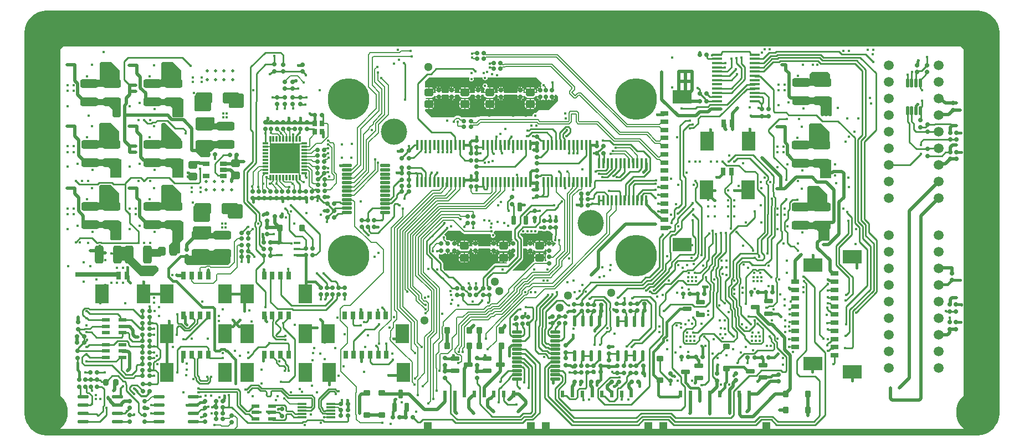
<source format=gbr>
G04*
G04 #@! TF.GenerationSoftware,Altium Limited,Altium Designer,24.9.1 (31)*
G04*
G04 Layer_Physical_Order=6*
G04 Layer_Color=16711680*
%FSLAX44Y44*%
%MOMM*%
G71*
G04*
G04 #@! TF.SameCoordinates,11843470-2C0B-4DC8-9AB9-1888B6BF92CD*
G04*
G04*
G04 #@! TF.FilePolarity,Positive*
G04*
G01*
G75*
%ADD10C,0.2000*%
%ADD11C,0.2500*%
%ADD12C,0.3000*%
%ADD14C,0.1500*%
G04:AMPARAMS|DCode=22|XSize=0.9mm|YSize=0.95mm|CornerRadius=0.1mm|HoleSize=0mm|Usage=FLASHONLY|Rotation=0.000|XOffset=0mm|YOffset=0mm|HoleType=Round|Shape=RoundedRectangle|*
%AMROUNDEDRECTD22*
21,1,0.9000,0.7500,0,0,0.0*
21,1,0.7000,0.9500,0,0,0.0*
1,1,0.2000,0.3500,-0.3750*
1,1,0.2000,-0.3500,-0.3750*
1,1,0.2000,-0.3500,0.3750*
1,1,0.2000,0.3500,0.3750*
%
%ADD22ROUNDEDRECTD22*%
G04:AMPARAMS|DCode=32|XSize=0.95mm|YSize=0.85mm|CornerRadius=0.2125mm|HoleSize=0mm|Usage=FLASHONLY|Rotation=270.000|XOffset=0mm|YOffset=0mm|HoleType=Round|Shape=RoundedRectangle|*
%AMROUNDEDRECTD32*
21,1,0.9500,0.4250,0,0,270.0*
21,1,0.5250,0.8500,0,0,270.0*
1,1,0.4250,-0.2125,-0.2625*
1,1,0.4250,-0.2125,0.2625*
1,1,0.4250,0.2125,0.2625*
1,1,0.4250,0.2125,-0.2625*
%
%ADD32ROUNDEDRECTD32*%
G04:AMPARAMS|DCode=36|XSize=1.2mm|YSize=1.3mm|CornerRadius=0.25mm|HoleSize=0mm|Usage=FLASHONLY|Rotation=180.000|XOffset=0mm|YOffset=0mm|HoleType=Round|Shape=RoundedRectangle|*
%AMROUNDEDRECTD36*
21,1,1.2000,0.8000,0,0,180.0*
21,1,0.7000,1.3000,0,0,180.0*
1,1,0.5000,-0.3500,0.4000*
1,1,0.5000,0.3500,0.4000*
1,1,0.5000,0.3500,-0.4000*
1,1,0.5000,-0.3500,-0.4000*
%
%ADD36ROUNDEDRECTD36*%
G04:AMPARAMS|DCode=47|XSize=1.64mm|YSize=0.59mm|CornerRadius=0.1475mm|HoleSize=0mm|Usage=FLASHONLY|Rotation=180.000|XOffset=0mm|YOffset=0mm|HoleType=Round|Shape=RoundedRectangle|*
%AMROUNDEDRECTD47*
21,1,1.6400,0.2950,0,0,180.0*
21,1,1.3450,0.5900,0,0,180.0*
1,1,0.2950,-0.6725,0.1475*
1,1,0.2950,0.6725,0.1475*
1,1,0.2950,0.6725,-0.1475*
1,1,0.2950,-0.6725,-0.1475*
%
%ADD47ROUNDEDRECTD47*%
G04:AMPARAMS|DCode=48|XSize=1.21mm|YSize=0.59mm|CornerRadius=0.0738mm|HoleSize=0mm|Usage=FLASHONLY|Rotation=180.000|XOffset=0mm|YOffset=0mm|HoleType=Round|Shape=RoundedRectangle|*
%AMROUNDEDRECTD48*
21,1,1.2100,0.4425,0,0,180.0*
21,1,1.0625,0.5900,0,0,180.0*
1,1,0.1475,-0.5313,0.2213*
1,1,0.1475,0.5313,0.2213*
1,1,0.1475,0.5313,-0.2213*
1,1,0.1475,-0.5313,-0.2213*
%
%ADD48ROUNDEDRECTD48*%
G04:AMPARAMS|DCode=58|XSize=1.32mm|YSize=0.6mm|CornerRadius=0.075mm|HoleSize=0mm|Usage=FLASHONLY|Rotation=180.000|XOffset=0mm|YOffset=0mm|HoleType=Round|Shape=RoundedRectangle|*
%AMROUNDEDRECTD58*
21,1,1.3200,0.4500,0,0,180.0*
21,1,1.1700,0.6000,0,0,180.0*
1,1,0.1500,-0.5850,0.2250*
1,1,0.1500,0.5850,0.2250*
1,1,0.1500,0.5850,-0.2250*
1,1,0.1500,-0.5850,-0.2250*
%
%ADD58ROUNDEDRECTD58*%
G04:AMPARAMS|DCode=59|XSize=1.64mm|YSize=0.59mm|CornerRadius=0.1475mm|HoleSize=0mm|Usage=FLASHONLY|Rotation=90.000|XOffset=0mm|YOffset=0mm|HoleType=Round|Shape=RoundedRectangle|*
%AMROUNDEDRECTD59*
21,1,1.6400,0.2950,0,0,90.0*
21,1,1.3450,0.5900,0,0,90.0*
1,1,0.2950,0.1475,0.6725*
1,1,0.2950,0.1475,-0.6725*
1,1,0.2950,-0.1475,-0.6725*
1,1,0.2950,-0.1475,0.6725*
%
%ADD59ROUNDEDRECTD59*%
G04:AMPARAMS|DCode=60|XSize=0.65mm|YSize=0.6mm|CornerRadius=0.15mm|HoleSize=0mm|Usage=FLASHONLY|Rotation=90.000|XOffset=0mm|YOffset=0mm|HoleType=Round|Shape=RoundedRectangle|*
%AMROUNDEDRECTD60*
21,1,0.6500,0.3000,0,0,90.0*
21,1,0.3500,0.6000,0,0,90.0*
1,1,0.3000,0.1500,0.1750*
1,1,0.3000,0.1500,-0.1750*
1,1,0.3000,-0.1500,-0.1750*
1,1,0.3000,-0.1500,0.1750*
%
%ADD60ROUNDEDRECTD60*%
%ADD61R,0.6000X1.0000*%
%ADD62R,1.2500X1.8000*%
G04:AMPARAMS|DCode=66|XSize=0.65mm|YSize=0.6mm|CornerRadius=0.15mm|HoleSize=0mm|Usage=FLASHONLY|Rotation=180.000|XOffset=0mm|YOffset=0mm|HoleType=Round|Shape=RoundedRectangle|*
%AMROUNDEDRECTD66*
21,1,0.6500,0.3000,0,0,180.0*
21,1,0.3500,0.6000,0,0,180.0*
1,1,0.3000,-0.1750,0.1500*
1,1,0.3000,0.1750,0.1500*
1,1,0.3000,0.1750,-0.1500*
1,1,0.3000,-0.1750,-0.1500*
%
%ADD66ROUNDEDRECTD66*%
G04:AMPARAMS|DCode=68|XSize=1.2mm|YSize=1.3mm|CornerRadius=0.25mm|HoleSize=0mm|Usage=FLASHONLY|Rotation=270.000|XOffset=0mm|YOffset=0mm|HoleType=Round|Shape=RoundedRectangle|*
%AMROUNDEDRECTD68*
21,1,1.2000,0.8000,0,0,270.0*
21,1,0.7000,1.3000,0,0,270.0*
1,1,0.5000,-0.4000,-0.3500*
1,1,0.5000,-0.4000,0.3500*
1,1,0.5000,0.4000,0.3500*
1,1,0.5000,0.4000,-0.3500*
%
%ADD68ROUNDEDRECTD68*%
%ADD131C,1.3000*%
%ADD133C,1.5000*%
%ADD134C,1.5240*%
%ADD136C,4.0000*%
%ADD137C,0.2200*%
%ADD146C,0.5000*%
%ADD147C,0.2800*%
%ADD148C,0.4000*%
%ADD151C,0.5000*%
%ADD152C,6.3500*%
%ADD153C,0.4000*%
G04:AMPARAMS|DCode=154|XSize=0.9mm|YSize=0.95mm|CornerRadius=0.1mm|HoleSize=0mm|Usage=FLASHONLY|Rotation=270.000|XOffset=0mm|YOffset=0mm|HoleType=Round|Shape=RoundedRectangle|*
%AMROUNDEDRECTD154*
21,1,0.9000,0.7500,0,0,270.0*
21,1,0.7000,0.9500,0,0,270.0*
1,1,0.2000,-0.3750,-0.3500*
1,1,0.2000,-0.3750,0.3500*
1,1,0.2000,0.3750,0.3500*
1,1,0.2000,0.3750,-0.3500*
%
%ADD154ROUNDEDRECTD154*%
G04:AMPARAMS|DCode=155|XSize=1.3081mm|YSize=0.4572mm|CornerRadius=0.1143mm|HoleSize=0mm|Usage=FLASHONLY|Rotation=270.000|XOffset=0mm|YOffset=0mm|HoleType=Round|Shape=RoundedRectangle|*
%AMROUNDEDRECTD155*
21,1,1.3081,0.2286,0,0,270.0*
21,1,1.0795,0.4572,0,0,270.0*
1,1,0.2286,-0.1143,-0.5397*
1,1,0.2286,-0.1143,0.5397*
1,1,0.2286,0.1143,0.5397*
1,1,0.2286,0.1143,-0.5397*
%
%ADD155ROUNDEDRECTD155*%
%ADD156R,0.9779X0.4064*%
%ADD157R,1.3000X0.8000*%
%ADD158R,3.0000X2.1000*%
G04:AMPARAMS|DCode=159|XSize=1.57mm|YSize=0.41mm|CornerRadius=0.0513mm|HoleSize=0mm|Usage=FLASHONLY|Rotation=0.000|XOffset=0mm|YOffset=0mm|HoleType=Round|Shape=RoundedRectangle|*
%AMROUNDEDRECTD159*
21,1,1.5700,0.3075,0,0,0.0*
21,1,1.4675,0.4100,0,0,0.0*
1,1,0.1025,0.7338,-0.1538*
1,1,0.1025,-0.7338,-0.1538*
1,1,0.1025,-0.7338,0.1538*
1,1,0.1025,0.7338,0.1538*
%
%ADD159ROUNDEDRECTD159*%
G04:AMPARAMS|DCode=160|XSize=2.7mm|YSize=1.3mm|CornerRadius=0.25mm|HoleSize=0mm|Usage=FLASHONLY|Rotation=180.000|XOffset=0mm|YOffset=0mm|HoleType=Round|Shape=RoundedRectangle|*
%AMROUNDEDRECTD160*
21,1,2.7000,0.8000,0,0,180.0*
21,1,2.2000,1.3000,0,0,180.0*
1,1,0.5000,-1.1000,0.4000*
1,1,0.5000,1.1000,0.4000*
1,1,0.5000,1.1000,-0.4000*
1,1,0.5000,-1.1000,-0.4000*
%
%ADD160ROUNDEDRECTD160*%
G04:AMPARAMS|DCode=161|XSize=1.5mm|YSize=0.45mm|CornerRadius=0.1125mm|HoleSize=0mm|Usage=FLASHONLY|Rotation=180.000|XOffset=0mm|YOffset=0mm|HoleType=Round|Shape=RoundedRectangle|*
%AMROUNDEDRECTD161*
21,1,1.5000,0.2250,0,0,180.0*
21,1,1.2750,0.4500,0,0,180.0*
1,1,0.2250,-0.6375,0.1125*
1,1,0.2250,0.6375,0.1125*
1,1,0.2250,0.6375,-0.1125*
1,1,0.2250,-0.6375,-0.1125*
%
%ADD161ROUNDEDRECTD161*%
G04:AMPARAMS|DCode=162|XSize=1.32mm|YSize=0.6mm|CornerRadius=0.075mm|HoleSize=0mm|Usage=FLASHONLY|Rotation=90.000|XOffset=0mm|YOffset=0mm|HoleType=Round|Shape=RoundedRectangle|*
%AMROUNDEDRECTD162*
21,1,1.3200,0.4500,0,0,90.0*
21,1,1.1700,0.6000,0,0,90.0*
1,1,0.1500,0.2250,0.5850*
1,1,0.1500,0.2250,-0.5850*
1,1,0.1500,-0.2250,-0.5850*
1,1,0.1500,-0.2250,0.5850*
%
%ADD162ROUNDEDRECTD162*%
%ADD163R,1.4000X0.3000*%
%ADD164R,0.8000X1.3000*%
%ADD165R,2.1000X3.0000*%
G04:AMPARAMS|DCode=166|XSize=2.7mm|YSize=1.3mm|CornerRadius=0.25mm|HoleSize=0mm|Usage=FLASHONLY|Rotation=270.000|XOffset=0mm|YOffset=0mm|HoleType=Round|Shape=RoundedRectangle|*
%AMROUNDEDRECTD166*
21,1,2.7000,0.8000,0,0,270.0*
21,1,2.2000,1.3000,0,0,270.0*
1,1,0.5000,-0.4000,-1.1000*
1,1,0.5000,-0.4000,1.1000*
1,1,0.5000,0.4000,1.1000*
1,1,0.5000,0.4000,-1.1000*
%
%ADD166ROUNDEDRECTD166*%
G04:AMPARAMS|DCode=167|XSize=1.65mm|YSize=2.55mm|CornerRadius=0.25mm|HoleSize=0mm|Usage=FLASHONLY|Rotation=90.000|XOffset=0mm|YOffset=0mm|HoleType=Round|Shape=RoundedRectangle|*
%AMROUNDEDRECTD167*
21,1,1.6500,2.0500,0,0,90.0*
21,1,1.1500,2.5500,0,0,90.0*
1,1,0.5000,1.0250,0.5750*
1,1,0.5000,1.0250,-0.5750*
1,1,0.5000,-1.0250,-0.5750*
1,1,0.5000,-1.0250,0.5750*
%
%ADD167ROUNDEDRECTD167*%
G04:AMPARAMS|DCode=168|XSize=1.1mm|YSize=0.6mm|CornerRadius=0.05mm|HoleSize=0mm|Usage=FLASHONLY|Rotation=180.000|XOffset=0mm|YOffset=0mm|HoleType=Round|Shape=RoundedRectangle|*
%AMROUNDEDRECTD168*
21,1,1.1000,0.5000,0,0,180.0*
21,1,1.0000,0.6000,0,0,180.0*
1,1,0.1000,-0.5000,0.2500*
1,1,0.1000,0.5000,0.2500*
1,1,0.1000,0.5000,-0.2500*
1,1,0.1000,-0.5000,-0.2500*
%
%ADD168ROUNDEDRECTD168*%
G04:AMPARAMS|DCode=169|XSize=0.84mm|YSize=0.26mm|CornerRadius=0.0325mm|HoleSize=0mm|Usage=FLASHONLY|Rotation=270.000|XOffset=0mm|YOffset=0mm|HoleType=Round|Shape=RoundedRectangle|*
%AMROUNDEDRECTD169*
21,1,0.8400,0.1950,0,0,270.0*
21,1,0.7750,0.2600,0,0,270.0*
1,1,0.0650,-0.0975,-0.3875*
1,1,0.0650,-0.0975,0.3875*
1,1,0.0650,0.0975,0.3875*
1,1,0.0650,0.0975,-0.3875*
%
%ADD169ROUNDEDRECTD169*%
G04:AMPARAMS|DCode=170|XSize=0.26mm|YSize=0.84mm|CornerRadius=0.0325mm|HoleSize=0mm|Usage=FLASHONLY|Rotation=270.000|XOffset=0mm|YOffset=0mm|HoleType=Round|Shape=RoundedRectangle|*
%AMROUNDEDRECTD170*
21,1,0.2600,0.7750,0,0,270.0*
21,1,0.1950,0.8400,0,0,270.0*
1,1,0.0650,-0.3875,-0.0975*
1,1,0.0650,-0.3875,0.0975*
1,1,0.0650,0.3875,0.0975*
1,1,0.0650,0.3875,-0.0975*
%
%ADD170ROUNDEDRECTD170*%
%ADD171R,4.6000X4.6000*%
G04:AMPARAMS|DCode=172|XSize=1.57mm|YSize=0.41mm|CornerRadius=0.0513mm|HoleSize=0mm|Usage=FLASHONLY|Rotation=270.000|XOffset=0mm|YOffset=0mm|HoleType=Round|Shape=RoundedRectangle|*
%AMROUNDEDRECTD172*
21,1,1.5700,0.3075,0,0,270.0*
21,1,1.4675,0.4100,0,0,270.0*
1,1,0.1025,-0.1538,-0.7338*
1,1,0.1025,-0.1538,0.7338*
1,1,0.1025,0.1538,0.7338*
1,1,0.1025,0.1538,-0.7338*
%
%ADD172ROUNDEDRECTD172*%
%ADD173R,0.7500X0.8500*%
G36*
X40000Y655000D02*
X1460000Y655000D01*
X1460000Y655000D01*
X1462294Y655000D01*
X1466843Y654401D01*
X1471275Y653214D01*
X1475513Y651458D01*
X1479487Y649164D01*
X1483127Y646371D01*
X1486371Y643127D01*
X1489164Y639487D01*
X1491458Y635514D01*
X1493214Y631275D01*
X1494401Y626843D01*
X1495000Y622294D01*
X1495000Y620000D01*
X1495000Y40000D01*
X1495000Y39999D01*
Y37706D01*
X1494401Y33157D01*
X1493213Y28725D01*
X1491457Y24486D01*
X1489163Y20513D01*
X1486371Y16873D01*
X1483126Y13629D01*
X1479486Y10836D01*
X1475513Y8542D01*
X1471274Y6786D01*
X1466843Y5599D01*
X1462294Y5000D01*
X39998D01*
X37704Y5000D01*
X33155Y5599D01*
X28723Y6786D01*
X24485Y8542D01*
X20511Y10836D01*
X16872Y13629D01*
X13628Y16874D01*
X10835Y20513D01*
X8541Y24487D01*
X6786Y28726D01*
X5598Y33157D01*
X5000Y37706D01*
X5000Y40000D01*
Y70000D01*
Y110000D01*
Y620000D01*
X5000Y622294D01*
X5598Y626843D01*
X6786Y631275D01*
X8541Y635514D01*
X10835Y639487D01*
X13628Y643127D01*
X16872Y646372D01*
X20512Y649165D01*
X24486Y651459D01*
X28725Y653214D01*
X33157Y654402D01*
X37706Y655000D01*
X40000Y655000D01*
D02*
G37*
%LPC*%
G36*
X1440000Y600000D02*
X60000D01*
Y110000D01*
Y70000D01*
Y15157D01*
X1440000D01*
Y600000D01*
D02*
G37*
%LPD*%
G36*
X795199Y544801D02*
X795477Y543523D01*
X795281Y543231D01*
X795033Y542983D01*
X794898Y542658D01*
X794703Y542366D01*
X794634Y542021D01*
X794500Y541696D01*
Y541345D01*
X794431Y541000D01*
X794500Y540655D01*
Y540304D01*
X794634Y539979D01*
X794703Y539634D01*
X794898Y539342D01*
X794929Y539269D01*
X794732Y538711D01*
X794653Y538583D01*
X794195Y538059D01*
X794001D01*
Y536326D01*
X792001D01*
Y538059D01*
X791501D01*
X790331Y537826D01*
X790186Y537729D01*
X791541Y536375D01*
X790126Y534961D01*
X788772Y536315D01*
X788676Y536171D01*
X788443Y535000D01*
Y534250D01*
X790175D01*
Y532250D01*
X788443D01*
Y531500D01*
X788676Y530330D01*
X788715Y530270D01*
X788036Y529000D01*
X784326D01*
Y531000D01*
X786078D01*
Y533500D01*
X785768Y535061D01*
X785450Y535536D01*
X784204Y534290D01*
X782790Y535705D01*
X784036Y536950D01*
X783560Y537268D01*
X782000Y537578D01*
X779000D01*
Y535826D01*
X777000D01*
Y537578D01*
X774000D01*
X772439Y537268D01*
X771964Y536950D01*
X773209Y535705D01*
X771795Y534290D01*
X770549Y535536D01*
X770232Y535061D01*
X769921Y533500D01*
Y531000D01*
X771674D01*
Y529000D01*
X767966D01*
X767288Y530270D01*
X767327Y530330D01*
X767560Y531500D01*
Y532250D01*
X765827D01*
Y534250D01*
X767560D01*
Y535000D01*
X767327Y536171D01*
X767231Y536315D01*
X765876Y534961D01*
X764462Y536375D01*
X765817Y537729D01*
X765672Y537826D01*
X764501Y538059D01*
X764001D01*
Y536326D01*
X762001D01*
Y538059D01*
X761501D01*
X760331Y537826D01*
X760186Y537729D01*
X761541Y536375D01*
X760126Y534961D01*
X758772Y536315D01*
X758676Y536171D01*
X758443Y535000D01*
Y534250D01*
X760176D01*
Y532250D01*
X758443D01*
Y531500D01*
X758676Y530330D01*
X758715Y530270D01*
X758036Y529000D01*
X737967D01*
X737288Y530270D01*
X737327Y530330D01*
X737560Y531500D01*
Y532250D01*
X735827D01*
Y534250D01*
X737560D01*
Y535000D01*
X737327Y536171D01*
X737231Y536315D01*
X735876Y534961D01*
X734462Y536375D01*
X735817Y537729D01*
X735672Y537826D01*
X734501Y538059D01*
X734001D01*
Y536326D01*
X732001D01*
Y538059D01*
X731501D01*
X730331Y537826D01*
X730186Y537729D01*
X731541Y536375D01*
X730127Y534961D01*
X728772Y536315D01*
X728676Y536171D01*
X728443Y535000D01*
Y534250D01*
X730176D01*
Y532250D01*
X728443D01*
Y531500D01*
X728676Y530330D01*
X728715Y530270D01*
X728037Y529000D01*
X722326D01*
Y531000D01*
X724078D01*
Y533500D01*
X723768Y535061D01*
X723450Y535536D01*
X722204Y534290D01*
X720790Y535705D01*
X722036Y536950D01*
X721561Y537268D01*
X720000Y537578D01*
X717000D01*
Y535826D01*
X715000D01*
Y537578D01*
X713160D01*
X712311Y538848D01*
X712500Y539304D01*
Y540696D01*
X711967Y541983D01*
X710983Y542967D01*
X709696Y543500D01*
X708304D01*
X707017Y542967D01*
X706033Y541983D01*
X705500Y540696D01*
Y539304D01*
X706033Y538017D01*
X707017Y537033D01*
X707804Y536707D01*
X708336Y535494D01*
X708345Y535230D01*
X708232Y535061D01*
X707921Y533500D01*
Y531000D01*
X709674D01*
Y529000D01*
X702966D01*
X702287Y530270D01*
X702327Y530330D01*
X702560Y531500D01*
Y532250D01*
X700827D01*
Y534250D01*
X702560D01*
Y535000D01*
X702327Y536171D01*
X702231Y536315D01*
X700876Y534961D01*
X699462Y536375D01*
X700816Y537729D01*
X700672Y537826D01*
X699501Y538059D01*
X699001D01*
Y536326D01*
X697001D01*
Y538059D01*
X696501D01*
X695331Y537826D01*
X695186Y537729D01*
X696541Y536375D01*
X695126Y534961D01*
X693772Y536315D01*
X693675Y536171D01*
X693443Y535000D01*
Y534250D01*
X695175D01*
Y532250D01*
X693443D01*
Y531500D01*
X693675Y530330D01*
X693715Y530270D01*
X693036Y529000D01*
X684326D01*
Y531000D01*
X686078D01*
Y533500D01*
X685768Y535061D01*
X685450Y535536D01*
X684204Y534290D01*
X682790Y535705D01*
X684036Y536950D01*
X683561Y537268D01*
X682000Y537578D01*
X679000D01*
Y535826D01*
X677000D01*
Y537578D01*
X674000D01*
X672439Y537268D01*
X671964Y536950D01*
X673210Y535705D01*
X671795Y534290D01*
X670550Y535536D01*
X670232Y535061D01*
X669921Y533500D01*
Y531000D01*
X671674D01*
Y529000D01*
X662966D01*
X662288Y530270D01*
X662327Y530330D01*
X662560Y531500D01*
Y532250D01*
X660827D01*
Y534250D01*
X662560D01*
Y535000D01*
X662327Y536171D01*
X662231Y536315D01*
X660876Y534961D01*
X659462Y536375D01*
X660816Y537729D01*
X660672Y537826D01*
X659501Y538059D01*
X659001D01*
Y536326D01*
X657001D01*
Y538059D01*
X656501D01*
X655331Y537826D01*
X655186Y537729D01*
X656541Y536375D01*
X655126Y534961D01*
X653772Y536315D01*
X653676Y536171D01*
X653443Y535000D01*
Y534250D01*
X655175D01*
Y532250D01*
X653443D01*
Y531500D01*
X653676Y530330D01*
X653715Y530270D01*
X653036Y529000D01*
X642966D01*
X642288Y530270D01*
X642327Y530330D01*
X642560Y531500D01*
Y532250D01*
X640827D01*
Y534250D01*
X642560D01*
Y535000D01*
X642327Y536171D01*
X642231Y536315D01*
X640876Y534961D01*
X639462Y536375D01*
X640817Y537729D01*
X640672Y537826D01*
X639501Y538059D01*
X639002D01*
Y536326D01*
X637001D01*
Y538059D01*
X636502D01*
X635331Y537826D01*
X635186Y537729D01*
X636541Y536375D01*
X635126Y534961D01*
X633772Y536315D01*
X633675Y536171D01*
X633443Y535000D01*
Y534250D01*
X635176D01*
Y532250D01*
X633443D01*
Y531500D01*
X633675Y530330D01*
X633715Y530270D01*
X633036Y529000D01*
X629326D01*
Y531000D01*
X631078D01*
Y533500D01*
X630768Y535061D01*
X630450Y535536D01*
X629204Y534290D01*
X627790Y535705D01*
X629036Y536950D01*
X628560Y537268D01*
X627000Y537578D01*
X624000D01*
Y535826D01*
X622000D01*
Y537578D01*
X619000D01*
X618270Y537433D01*
X617000Y538386D01*
Y547000D01*
X623000Y553000D01*
X684255D01*
X684560Y552601D01*
X684929Y551730D01*
X684500Y550696D01*
Y549304D01*
X685033Y548017D01*
X686018Y547033D01*
X687304Y546500D01*
X688697D01*
X689983Y547033D01*
X690967Y548017D01*
X691500Y549304D01*
Y550696D01*
X691072Y551730D01*
X691440Y552601D01*
X691746Y553000D01*
X705297D01*
X705500Y552696D01*
Y551304D01*
X706033Y550017D01*
X707017Y549033D01*
X708304Y548500D01*
X709696D01*
X710983Y549033D01*
X711967Y550017D01*
X712500Y551304D01*
Y552696D01*
X712703Y553000D01*
X725097D01*
X726304Y552500D01*
X727696D01*
X728903Y553000D01*
X787000D01*
X795199Y544801D01*
D02*
G37*
G36*
X1236000Y558000D02*
Y541000D01*
X1235000Y540000D01*
X1182000Y540000D01*
Y550000D01*
X1203000D01*
X1205000Y552000D01*
Y558000D01*
X1208000Y561000D01*
X1233000D01*
X1236000Y558000D01*
D02*
G37*
G36*
X245000Y563000D02*
Y539000D01*
X244000Y538000D01*
X191000Y538000D01*
Y548000D01*
X212000D01*
X214000Y550000D01*
Y574000D01*
X216000Y576000D01*
X232000D01*
X245000Y563000D01*
D02*
G37*
G36*
X151000D02*
Y539000D01*
X150000Y538000D01*
X92000D01*
X91000Y539000D01*
Y546000D01*
X94000Y549000D01*
X119000D01*
X120000Y550000D01*
Y574000D01*
X122000Y576000D01*
X138000D01*
X151000Y563000D01*
D02*
G37*
G36*
X820000Y524000D02*
Y517000D01*
X806000Y503000D01*
X791000D01*
X786500Y498500D01*
X785105D01*
X783451Y497815D01*
X782185Y496549D01*
X781500Y494895D01*
Y493500D01*
X781178Y493178D01*
X698216D01*
X696655Y492868D01*
X695356Y492000D01*
X672673D01*
X671906Y492766D01*
X670583Y493651D01*
X669022Y493961D01*
X669022Y493961D01*
X664978D01*
X664977Y493961D01*
X663417Y493651D01*
X662094Y492766D01*
X662094Y492766D01*
X661327Y492000D01*
X627000D01*
X617000Y502000D01*
Y503614D01*
X618270Y504567D01*
X619000Y504422D01*
X622000D01*
Y506174D01*
X624000D01*
Y504422D01*
X627000D01*
X628560Y504732D01*
X629036Y505050D01*
X627790Y506296D01*
X629204Y507710D01*
X630450Y506464D01*
X630768Y506939D01*
X631078Y508500D01*
Y511000D01*
X629326D01*
Y513000D01*
X631078D01*
Y515500D01*
X630768Y517061D01*
X630450Y517536D01*
X629204Y516290D01*
X627790Y517705D01*
X629036Y518950D01*
X628560Y519268D01*
X627000Y519578D01*
X624000D01*
Y517826D01*
X622000D01*
Y519578D01*
X619000D01*
X618270Y519433D01*
X618196Y519466D01*
X617594Y520594D01*
X618501Y521501D01*
X619000Y521402D01*
X627000D01*
X628951Y521790D01*
X630605Y522895D01*
X631710Y524549D01*
X631771Y524855D01*
X632241Y524968D01*
X632529Y524856D01*
X633443Y523959D01*
Y523750D01*
X635176D01*
Y521750D01*
X633443D01*
Y521000D01*
X633675Y519830D01*
X633772Y519685D01*
X635126Y521040D01*
X636541Y519625D01*
X635186Y518271D01*
X635331Y518174D01*
X636502Y517942D01*
X637001D01*
Y519674D01*
X639002D01*
Y517942D01*
X639501D01*
X640672Y518174D01*
X640817Y518271D01*
X639462Y519625D01*
X640876Y521040D01*
X642231Y519685D01*
X642327Y519830D01*
X642560Y521000D01*
Y521750D01*
X640827D01*
Y523750D01*
X642560D01*
Y524500D01*
X642515Y524730D01*
X643519Y526000D01*
X652484D01*
X653488Y524730D01*
X653443Y524500D01*
Y523750D01*
X655175D01*
Y521750D01*
X653443D01*
Y521000D01*
X653676Y519830D01*
X653772Y519685D01*
X655126Y521040D01*
X656541Y519625D01*
X655186Y518271D01*
X655331Y518174D01*
X656501Y517942D01*
X657001D01*
Y519674D01*
X659001D01*
Y517942D01*
X659501D01*
X660672Y518174D01*
X660816Y518271D01*
X659462Y519625D01*
X660876Y521040D01*
X662231Y519685D01*
X662327Y519830D01*
X662560Y521000D01*
Y521750D01*
X660827D01*
Y523750D01*
X662560D01*
Y524500D01*
X662514Y524730D01*
X663519Y526000D01*
X669001D01*
X669290Y524549D01*
X670395Y522895D01*
X672049Y521790D01*
X674000Y521402D01*
X682000D01*
X683951Y521790D01*
X685605Y522895D01*
X686710Y524549D01*
X686998Y526000D01*
X692484D01*
X693488Y524730D01*
X693443Y524500D01*
Y523750D01*
X695175D01*
Y521750D01*
X693443D01*
Y521000D01*
X693675Y519830D01*
X693772Y519685D01*
X695126Y521040D01*
X696541Y519625D01*
X695186Y518271D01*
X695331Y518174D01*
X696501Y517942D01*
X697001D01*
Y519674D01*
X699001D01*
Y517942D01*
X699501D01*
X700672Y518174D01*
X700816Y518271D01*
X699462Y519625D01*
X700876Y521040D01*
X702231Y519685D01*
X702327Y519830D01*
X702560Y521000D01*
Y521750D01*
X700827D01*
Y523750D01*
X702560D01*
Y524500D01*
X702514Y524730D01*
X703519Y526000D01*
X707001D01*
X707290Y524549D01*
X708395Y522895D01*
X710049Y521790D01*
X712000Y521402D01*
X720000D01*
X721951Y521790D01*
X723605Y522895D01*
X724710Y524549D01*
X724998Y526000D01*
X727484D01*
X728488Y524730D01*
X728443Y524500D01*
Y523750D01*
X730176D01*
Y521750D01*
X728443D01*
Y521000D01*
X728676Y519830D01*
X728772Y519685D01*
X730127Y521040D01*
X731541Y519625D01*
X730186Y518271D01*
X730331Y518174D01*
X731501Y517942D01*
X732001D01*
Y519674D01*
X734001D01*
Y517942D01*
X734501D01*
X735672Y518174D01*
X735817Y518271D01*
X734462Y519625D01*
X735876Y521040D01*
X737231Y519685D01*
X737327Y519830D01*
X737560Y521000D01*
Y521750D01*
X735827D01*
Y523750D01*
X737560D01*
Y524500D01*
X737515Y524730D01*
X738519Y526000D01*
X757484D01*
X758488Y524730D01*
X758443Y524500D01*
Y523750D01*
X760176D01*
Y521750D01*
X758443D01*
Y521000D01*
X758676Y519830D01*
X758772Y519685D01*
X760126Y521040D01*
X761541Y519625D01*
X760186Y518271D01*
X760331Y518174D01*
X761501Y517942D01*
X762001D01*
Y519674D01*
X764001D01*
Y517942D01*
X764501D01*
X765672Y518174D01*
X765817Y518271D01*
X764462Y519625D01*
X765876Y521040D01*
X767231Y519685D01*
X767327Y519830D01*
X767560Y521000D01*
Y521750D01*
X765827D01*
Y523750D01*
X767560D01*
Y523953D01*
X768479Y524854D01*
X768763Y524964D01*
X769230Y524851D01*
X769290Y524549D01*
X770395Y522895D01*
X772049Y521790D01*
X774000Y521402D01*
X782000D01*
X783951Y521790D01*
X785604Y522895D01*
X786710Y524549D01*
X786770Y524855D01*
X787241Y524968D01*
X787529Y524856D01*
X788443Y523959D01*
Y523750D01*
X790175D01*
Y521750D01*
X788443D01*
Y521000D01*
X788676Y519830D01*
X788772Y519685D01*
X790126Y521040D01*
X791541Y519625D01*
X790186Y518271D01*
X790331Y518174D01*
X791501Y517942D01*
X792001D01*
Y519674D01*
X794001D01*
Y517942D01*
X794501D01*
X795672Y518174D01*
X796664Y518837D01*
X796737Y518946D01*
X798264D01*
X798337Y518838D01*
X799329Y518175D01*
X800500Y517942D01*
X801000D01*
Y519674D01*
X803000D01*
Y517942D01*
X803500D01*
X804670Y518175D01*
X805663Y518838D01*
X805736Y518948D01*
X807263D01*
X807337Y518838D01*
X808329Y518175D01*
X809500Y517942D01*
X810000D01*
Y519674D01*
X812000D01*
Y517942D01*
X812500D01*
X813670Y518175D01*
X813815Y518271D01*
X812461Y519626D01*
X813875Y521040D01*
X815229Y519685D01*
X815326Y519830D01*
X815559Y521000D01*
Y521750D01*
X813826D01*
Y523750D01*
X815559D01*
Y524500D01*
X815513Y524730D01*
X816517Y526000D01*
X818000D01*
X820000Y524000D01*
D02*
G37*
G36*
X338000Y528000D02*
X340000Y526000D01*
X340000Y508000D01*
X338000Y506000D01*
X319000D01*
X317000Y508000D01*
Y528000D01*
X338000Y528000D01*
D02*
G37*
G36*
X290000Y503000D02*
X288000Y501000D01*
X267000D01*
X265000Y503000D01*
X265000Y524000D01*
X267000Y526000D01*
X290000D01*
X290000Y503000D01*
D02*
G37*
G36*
X1239000Y495000D02*
X1238000Y494000D01*
X1223000D01*
X1222000Y495000D01*
X1222000Y508000D01*
X1218000Y512000D01*
X1182000D01*
Y522000D01*
X1239000D01*
X1239000Y495000D01*
D02*
G37*
G36*
X248000Y493000D02*
X247000Y492000D01*
X232000D01*
X231000Y493000D01*
X231000Y506000D01*
X227000Y510000D01*
X191000D01*
Y520000D01*
X248000D01*
X248000Y493000D01*
D02*
G37*
G36*
X152000Y494000D02*
X150000Y492000D01*
X142000D01*
X140000Y494000D01*
X140000Y503000D01*
X133000Y510000D01*
X92000D01*
Y520000D01*
X152000D01*
Y494000D01*
D02*
G37*
G36*
X295000Y491000D02*
Y482000D01*
X323000D01*
Y474000D01*
X322000Y473000D01*
X267000D01*
Y490000D01*
X269000Y492000D01*
X294000D01*
X295000Y491000D01*
D02*
G37*
G36*
X245000Y458000D02*
Y446000D01*
X244000Y445000D01*
X191000Y445000D01*
Y455000D01*
X212000D01*
X214000Y457000D01*
Y481000D01*
X216000Y483000D01*
X220000D01*
X245000Y458000D01*
D02*
G37*
G36*
X150000Y470000D02*
Y446000D01*
X149000Y445000D01*
X96000Y445000D01*
Y455000D01*
X117000D01*
X119000Y457000D01*
Y481000D01*
X121000Y483000D01*
X137000D01*
X150000Y470000D01*
D02*
G37*
G36*
X1234920Y469653D02*
Y445653D01*
X1233920Y444653D01*
X1180920Y444653D01*
Y454653D01*
X1201920D01*
X1203920Y456653D01*
Y480653D01*
X1205920Y482653D01*
X1221920D01*
X1234920Y469653D01*
D02*
G37*
G36*
X323000Y444000D02*
X295000D01*
X290000Y439000D01*
X289000Y438000D01*
Y432000D01*
X288000Y431000D01*
X275000D01*
X267000Y439000D01*
Y455000D01*
X323000D01*
Y444000D01*
D02*
G37*
G36*
X248000Y400000D02*
X247000Y399000D01*
X232000D01*
X231000Y400000D01*
X231000Y413000D01*
X227000Y417000D01*
X191000D01*
Y427000D01*
X248000D01*
X248000Y400000D01*
D02*
G37*
G36*
X153000D02*
X152000Y399000D01*
X137000D01*
X136000Y400000D01*
X136000Y413000D01*
X132000Y417000D01*
X96000D01*
Y427000D01*
X153000D01*
X153000Y400000D01*
D02*
G37*
G36*
X1237920Y399653D02*
X1236920Y398653D01*
X1221920D01*
X1220920Y399653D01*
X1220920Y412653D01*
X1216920Y416653D01*
X1180920D01*
Y426653D01*
X1237920D01*
X1237920Y399653D01*
D02*
G37*
G36*
X245000Y375000D02*
Y351000D01*
X244000Y350000D01*
X191000Y350000D01*
Y360000D01*
X212000D01*
X214000Y362000D01*
Y386000D01*
X216000Y388000D01*
X232000D01*
X245000Y375000D01*
D02*
G37*
G36*
X150000D02*
Y351000D01*
X149000Y350000D01*
X96000Y350000D01*
Y360000D01*
X117000D01*
X119000Y362000D01*
Y386000D01*
X121000Y388000D01*
X137000D01*
X150000Y375000D01*
D02*
G37*
G36*
X1232000Y374000D02*
Y350000D01*
X1231000Y349000D01*
X1178000Y349000D01*
Y359000D01*
X1199000D01*
X1201000Y361000D01*
Y385000D01*
X1203000Y387000D01*
X1219000D01*
X1232000Y374000D01*
D02*
G37*
G36*
X336500Y359000D02*
X338500Y357000D01*
X338500Y339000D01*
X336500Y337000D01*
X317500D01*
X315500Y339000D01*
Y359000D01*
X336500Y359000D01*
D02*
G37*
G36*
X288500Y334000D02*
X286500Y332000D01*
X265500D01*
X263500Y334000D01*
X263500Y355000D01*
X265500Y357000D01*
X288500D01*
X288500Y334000D01*
D02*
G37*
G36*
X805149Y317733D02*
X806710Y317422D01*
X808578D01*
X813032Y312968D01*
X812326Y311912D01*
X812024Y310390D01*
Y304000D01*
X812326Y302478D01*
X813188Y301188D01*
X814478Y300326D01*
X816000Y300024D01*
X816961Y299246D01*
X816997Y297997D01*
X813132Y294132D01*
X811867Y294246D01*
X811319Y295318D01*
X811327Y295330D01*
X811560Y296500D01*
Y297250D01*
X809827D01*
Y299250D01*
X811560D01*
Y300000D01*
X811327Y301171D01*
X811231Y301315D01*
X809876Y299961D01*
X808462Y301375D01*
X809817Y302730D01*
X809672Y302826D01*
X808501Y303059D01*
X808001D01*
Y301326D01*
X806001D01*
Y303059D01*
X805501D01*
X804331Y302826D01*
X804186Y302730D01*
X805541Y301375D01*
X804127Y299961D01*
X802772Y301315D01*
X802675Y301171D01*
X802443Y300000D01*
Y299250D01*
X804175D01*
Y297250D01*
X802443D01*
Y296500D01*
X802675Y295330D01*
X802715Y295270D01*
X802036Y294000D01*
X798326D01*
Y296000D01*
X800078D01*
Y298500D01*
X799768Y300061D01*
X799450Y300536D01*
X798204Y299291D01*
X796790Y300705D01*
X798036Y301950D01*
X797560Y302268D01*
X796000Y302579D01*
X793000D01*
Y300826D01*
X791000D01*
Y302579D01*
X788000D01*
X786439Y302268D01*
X785964Y301950D01*
X787209Y300705D01*
X785795Y299291D01*
X784549Y300536D01*
X784232Y300061D01*
X783921Y298500D01*
Y294908D01*
X783415Y294781D01*
X783303Y294837D01*
X782430Y295843D01*
X782560Y296500D01*
Y297250D01*
X780827D01*
Y299250D01*
X782560D01*
Y300000D01*
X782327Y301171D01*
X782231Y301315D01*
X780876Y299961D01*
X779462Y301375D01*
X780816Y302730D01*
X780672Y302826D01*
X779501Y303059D01*
X779001D01*
Y301326D01*
X777001D01*
Y303059D01*
X776501D01*
X775331Y302826D01*
X775186Y302730D01*
X776541Y301375D01*
X775126Y299961D01*
X773772Y301315D01*
X773676Y301171D01*
X773443Y300000D01*
Y299250D01*
X775175D01*
Y297250D01*
X773443D01*
Y296500D01*
X773676Y295330D01*
X773715Y295270D01*
X773036Y294000D01*
X767178D01*
Y305798D01*
X766875Y307320D01*
X766013Y308610D01*
X762976Y311647D01*
Y314186D01*
X763934Y315037D01*
X764033Y315017D01*
X765017Y314033D01*
X766304Y313500D01*
X767696D01*
X768983Y314033D01*
X769749Y314799D01*
X770500Y314927D01*
X771251Y314799D01*
X772017Y314033D01*
X773304Y313500D01*
X774696D01*
X775983Y314033D01*
X776170Y314221D01*
X777000Y314987D01*
X777830Y314221D01*
X778017Y314033D01*
X779304Y313500D01*
X780696D01*
X781983Y314033D01*
X782170Y314221D01*
X783000Y314987D01*
X783830Y314221D01*
X784017Y314033D01*
X785304Y313500D01*
X786696D01*
X787983Y314033D01*
X788967Y315017D01*
X789500Y316304D01*
Y317696D01*
X789703Y318000D01*
X795749D01*
X796149Y317733D01*
X797710Y317422D01*
X800710D01*
X802271Y317733D01*
X802671Y318000D01*
X804748D01*
X805149Y317733D01*
D02*
G37*
G36*
X248000Y305125D02*
X248095Y305095D01*
X248000Y305000D01*
Y305000D01*
X247000Y304000D01*
X247000D01*
X243000Y300000D01*
Y285000D01*
X241000Y283000D01*
X228000D01*
X226000Y285000D01*
Y296000D01*
X231000Y301000D01*
Y310438D01*
X231000Y310438D01*
X231000Y318000D01*
X227000Y322000D01*
X191000D01*
Y332000D01*
X248000D01*
X248000Y305125D01*
D02*
G37*
G36*
X750224Y306232D02*
X750526Y304710D01*
X750781Y304329D01*
X750674Y303845D01*
X750149Y302989D01*
X749331Y302826D01*
X749187Y302730D01*
X750541Y301375D01*
X749127Y299961D01*
X747772Y301315D01*
X747676Y301171D01*
X747443Y300000D01*
Y299250D01*
X749176D01*
Y297250D01*
X747443D01*
Y296500D01*
X747676Y295330D01*
X747716Y295270D01*
X747037Y294000D01*
X743326D01*
Y296000D01*
X745078D01*
Y298500D01*
X744768Y300061D01*
X744450Y300536D01*
X743205Y299291D01*
X741790Y300705D01*
X743036Y301950D01*
X742561Y302268D01*
X741000Y302579D01*
X738000D01*
Y300826D01*
X736000D01*
Y302579D01*
X733000D01*
X731439Y302268D01*
X730964Y301950D01*
X732210Y300705D01*
X730795Y299291D01*
X729550Y300536D01*
X729232Y300061D01*
X728922Y298500D01*
Y296000D01*
X730674D01*
Y294000D01*
X726966D01*
X726287Y295270D01*
X726327Y295330D01*
X726560Y296500D01*
Y297250D01*
X724827D01*
Y299250D01*
X726560D01*
Y300000D01*
X726327Y301171D01*
X726231Y301315D01*
X724876Y299961D01*
X723462Y301375D01*
X724816Y302730D01*
X724672Y302826D01*
X723501Y303059D01*
X723001D01*
Y301326D01*
X721001D01*
Y303059D01*
X720501D01*
X719331Y302826D01*
X719186Y302730D01*
X720541Y301375D01*
X719126Y299961D01*
X717772Y301315D01*
X717675Y301171D01*
X717442Y300000D01*
Y299250D01*
X719175D01*
Y297250D01*
X717442D01*
Y296500D01*
X717675Y295330D01*
X717715Y295270D01*
X717036Y294000D01*
X698966D01*
X698288Y295270D01*
X698327Y295330D01*
X698560Y296500D01*
Y297250D01*
X696827D01*
Y299250D01*
X698560D01*
Y300000D01*
X698327Y301171D01*
X698231Y301315D01*
X696876Y299961D01*
X695462Y301375D01*
X696816Y302730D01*
X696672Y302826D01*
X695501Y303059D01*
X695001D01*
Y301326D01*
X693001D01*
Y303059D01*
X692501D01*
X691331Y302826D01*
X691186Y302730D01*
X692541Y301375D01*
X691126Y299961D01*
X689772Y301315D01*
X689675Y301171D01*
X689443Y300000D01*
Y299250D01*
X691176D01*
Y297250D01*
X689443D01*
Y296500D01*
X689675Y295330D01*
X689715Y295270D01*
X689036Y294000D01*
X683326D01*
Y296000D01*
X685079D01*
Y298500D01*
X684768Y300061D01*
X684450Y300536D01*
X683205Y299291D01*
X681790Y300705D01*
X683036Y301950D01*
X682561Y302268D01*
X681000Y302579D01*
X678000D01*
Y300826D01*
X676000D01*
Y302579D01*
X673000D01*
X671439Y302268D01*
X670964Y301950D01*
X672210Y300705D01*
X670796Y299291D01*
X669550Y300536D01*
X669232Y300061D01*
X668922Y298500D01*
Y296000D01*
X670674D01*
Y294000D01*
X666966D01*
X666288Y295270D01*
X666327Y295330D01*
X666560Y296500D01*
Y297250D01*
X664827D01*
Y299250D01*
X666560D01*
Y300000D01*
X666327Y301171D01*
X666231Y301315D01*
X664876Y299961D01*
X663462Y301375D01*
X664817Y302730D01*
X664672Y302826D01*
X663501Y303059D01*
X663001D01*
Y301326D01*
X661001D01*
Y303059D01*
X660501D01*
X659331Y302826D01*
X658339Y302163D01*
X656839Y302205D01*
X656385Y302884D01*
X655062Y303768D01*
X653501Y304079D01*
X651220D01*
X649569Y305730D01*
Y308000D01*
X649500Y308345D01*
Y308696D01*
X649365Y309021D01*
X649297Y309366D01*
X649102Y309658D01*
X648967Y309983D01*
X648719Y310231D01*
X648523Y310523D01*
X648231Y310719D01*
X647983Y310967D01*
X647658Y311102D01*
X647366Y311297D01*
X647069Y311356D01*
X646982Y311485D01*
X646690Y312371D01*
X646687Y312770D01*
X651917Y318000D01*
X671589D01*
X675113Y314477D01*
X676270Y313703D01*
X677636Y313431D01*
X716844D01*
X717693Y312161D01*
X717500Y311696D01*
Y310304D01*
X718033Y309017D01*
X719017Y308033D01*
X720304Y307500D01*
X721696D01*
X722983Y308033D01*
X723967Y309017D01*
X724500Y310304D01*
Y311696D01*
X723967Y312983D01*
X722983Y313967D01*
X722792Y314046D01*
X722617Y314253D01*
X722408Y314693D01*
X722292Y315628D01*
X722297Y315634D01*
X722365Y315979D01*
X722500Y316304D01*
Y316655D01*
X722569Y317000D01*
X723473Y318000D01*
X750224D01*
Y306232D01*
D02*
G37*
G36*
X290000Y324000D02*
Y315000D01*
X318000D01*
Y307000D01*
X317000Y306000D01*
X262000D01*
Y323000D01*
X264000Y325000D01*
X289000D01*
X290000Y324000D01*
D02*
G37*
G36*
X153000Y305000D02*
X152000Y304000D01*
X137000D01*
X136000Y305000D01*
X136000Y318000D01*
X132000Y322000D01*
X96000D01*
Y332000D01*
X153000D01*
X153000Y305000D01*
D02*
G37*
G36*
X1235000Y304000D02*
X1234000Y303000D01*
X1219000D01*
X1218000Y304000D01*
X1218000Y317000D01*
X1214000Y321000D01*
X1178000D01*
Y331000D01*
X1235000D01*
X1235000Y304000D01*
D02*
G37*
G36*
X717488Y289730D02*
X717442Y289500D01*
Y288750D01*
X719175D01*
Y286750D01*
X717442D01*
Y286000D01*
X717675Y284830D01*
X717772Y284685D01*
X719126Y286039D01*
X720541Y284625D01*
X719186Y283271D01*
X719331Y283174D01*
X720501Y282941D01*
X721001D01*
Y284674D01*
X723001D01*
Y282941D01*
X723501D01*
X724672Y283174D01*
X724816Y283271D01*
X723462Y284625D01*
X724876Y286039D01*
X726231Y284685D01*
X726327Y284830D01*
X726560Y286000D01*
Y286750D01*
X724827D01*
Y288750D01*
X726560D01*
Y288954D01*
X727477Y289855D01*
X727763Y289965D01*
X728230Y289853D01*
X728290Y289549D01*
X729395Y287895D01*
X731049Y286790D01*
X733000Y286402D01*
X741000D01*
X742951Y286790D01*
X744605Y287895D01*
X745710Y289549D01*
X745771Y289856D01*
X746241Y289969D01*
X746530Y289856D01*
X747443Y288959D01*
Y288750D01*
X749176D01*
Y286750D01*
X747443D01*
Y286000D01*
X747676Y284830D01*
X747772Y284685D01*
X749127Y286039D01*
X750541Y284625D01*
X749187Y283271D01*
X749331Y283174D01*
X750502Y282941D01*
X751002D01*
Y284674D01*
X753002D01*
Y282941D01*
X753502D01*
X754425Y282183D01*
Y280049D01*
X745903Y271527D01*
X744829Y272249D01*
X745078Y273500D01*
Y276000D01*
X743326D01*
Y278000D01*
X745078D01*
Y280500D01*
X744768Y282061D01*
X744450Y282536D01*
X743205Y281291D01*
X741790Y282705D01*
X743036Y283951D01*
X742561Y284268D01*
X741000Y284579D01*
X738000D01*
Y282826D01*
X736000D01*
Y284579D01*
X733000D01*
X731439Y284268D01*
X730964Y283951D01*
X732210Y282705D01*
X730795Y281291D01*
X729550Y282536D01*
X729232Y282061D01*
X728922Y280500D01*
Y278000D01*
X730674D01*
Y276000D01*
X728922D01*
Y273500D01*
X729232Y271940D01*
X729550Y271464D01*
X730795Y272710D01*
X732210Y271296D01*
X730964Y270050D01*
X731439Y269732D01*
X733000Y269422D01*
X736000D01*
Y271174D01*
X738000D01*
Y269422D01*
X741000D01*
X741599Y269541D01*
X742323Y268390D01*
X741937Y267877D01*
X724112D01*
X722590Y267574D01*
X721300Y266712D01*
X711589Y257000D01*
X648694D01*
X644876Y260818D01*
Y268171D01*
X644574Y269692D01*
X643712Y270982D01*
X638000Y276694D01*
Y281449D01*
X639270Y282167D01*
X640501Y281922D01*
X643502D01*
X645062Y282232D01*
X646385Y283116D01*
X646839Y283795D01*
X648339Y283837D01*
X649331Y283174D01*
X650501Y282941D01*
X651001D01*
Y284674D01*
X653001D01*
Y282941D01*
X653501D01*
X654672Y283174D01*
X654817Y283271D01*
X653462Y284625D01*
X654876Y286039D01*
X656231Y284685D01*
X656327Y284830D01*
X656354Y284963D01*
X657649D01*
X657675Y284830D01*
X657772Y284685D01*
X659127Y286039D01*
X660541Y284625D01*
X659186Y283271D01*
X659331Y283174D01*
X660501Y282941D01*
X661001D01*
Y284674D01*
X663001D01*
Y282941D01*
X663501D01*
X664672Y283174D01*
X664817Y283271D01*
X663462Y284625D01*
X664876Y286039D01*
X666231Y284685D01*
X666327Y284830D01*
X666560Y286000D01*
Y286750D01*
X664827D01*
Y288750D01*
X666560D01*
Y288954D01*
X667477Y289855D01*
X667763Y289965D01*
X668230Y289853D01*
X668290Y289549D01*
X669395Y287895D01*
X671049Y286790D01*
X673000Y286402D01*
X681000D01*
X682951Y286790D01*
X684605Y287895D01*
X685710Y289549D01*
X685999Y291000D01*
X688484D01*
X689488Y289730D01*
X689443Y289500D01*
Y288750D01*
X691176D01*
Y286750D01*
X689443D01*
Y286000D01*
X689675Y284830D01*
X689772Y284685D01*
X691126Y286039D01*
X692541Y284625D01*
X691186Y283271D01*
X691331Y283174D01*
X692501Y282941D01*
X693001D01*
Y284674D01*
X695001D01*
Y282941D01*
X695501D01*
X696672Y283174D01*
X696816Y283271D01*
X695462Y284625D01*
X696876Y286039D01*
X698231Y284685D01*
X698327Y284830D01*
X698560Y286000D01*
Y286750D01*
X696827D01*
Y288750D01*
X698560D01*
Y289500D01*
X698514Y289730D01*
X699518Y291000D01*
X716484D01*
X717488Y289730D01*
D02*
G37*
G36*
X773488D02*
X773443Y289500D01*
Y288750D01*
X775175D01*
Y286750D01*
X773443D01*
Y286000D01*
X773676Y284830D01*
X773772Y284685D01*
X775126Y286039D01*
X776541Y284625D01*
X775186Y283271D01*
X775331Y283174D01*
X776501Y282941D01*
X777001D01*
Y284674D01*
X779001D01*
Y282941D01*
X779501D01*
X780672Y283174D01*
X780816Y283271D01*
X779462Y284625D01*
X780876Y286039D01*
X782231Y284685D01*
X782327Y284830D01*
X782560Y286000D01*
Y288355D01*
X783830Y288741D01*
X784395Y287895D01*
X786049Y286790D01*
X788000Y286402D01*
X796000D01*
X797951Y286790D01*
X799604Y287895D01*
X800710Y289549D01*
X800770Y289856D01*
X801241Y289969D01*
X801530Y289856D01*
X802443Y288959D01*
Y288750D01*
X804175D01*
Y286750D01*
X802443D01*
Y286000D01*
X802675Y284830D01*
X803338Y283837D01*
X802635Y282904D01*
X802616Y282884D01*
X802616Y282884D01*
X801732Y281561D01*
X801422Y280000D01*
Y276500D01*
X801732Y274939D01*
X802616Y273616D01*
Y272384D01*
X801949Y271385D01*
X800721Y271382D01*
X799897Y272589D01*
X800078Y273500D01*
Y276000D01*
X798326D01*
Y278000D01*
X800078D01*
Y280500D01*
X799768Y282061D01*
X799450Y282536D01*
X798204Y281291D01*
X796790Y282705D01*
X798036Y283951D01*
X797560Y284268D01*
X796000Y284579D01*
X793000D01*
Y282826D01*
X791000D01*
Y284579D01*
X788000D01*
X786439Y284268D01*
X785964Y283951D01*
X787209Y282705D01*
X785795Y281291D01*
X784549Y282536D01*
X784232Y282061D01*
X783921Y280500D01*
Y278000D01*
X785674D01*
Y276000D01*
X783921D01*
Y273500D01*
X784232Y271940D01*
X784143Y271726D01*
X783326Y271008D01*
X782227Y270273D01*
X768953Y257000D01*
X751071D01*
X750585Y258174D01*
X766013Y273602D01*
X766875Y274892D01*
X767178Y276413D01*
Y291000D01*
X772485D01*
X773488Y289730D01*
D02*
G37*
G36*
X320000Y287000D02*
Y270000D01*
X316000Y266000D01*
X254000D01*
X250000Y270000D01*
Y280000D01*
X261000D01*
Y286000D01*
X263000Y288000D01*
X319000D01*
X320000Y287000D01*
D02*
G37*
G36*
X168958Y293002D02*
X169000Y292957D01*
Y280000D01*
X184000Y265000D01*
X206000D01*
X210000Y261000D01*
Y257000D01*
X202000Y249000D01*
X182000D01*
X159000Y272000D01*
X143000D01*
Y289000D01*
Y294000D01*
X143083Y294080D01*
X168958Y293002D01*
D02*
G37*
G36*
X152000Y248000D02*
X83000D01*
Y255000D01*
X152000D01*
Y248000D01*
D02*
G37*
%LPC*%
G36*
X782000Y519578D02*
X779000D01*
Y517826D01*
X777000D01*
Y519578D01*
X774000D01*
X772439Y519268D01*
X771964Y518950D01*
X773209Y517705D01*
X771795Y516290D01*
X770549Y517536D01*
X770232Y517061D01*
X769921Y515500D01*
Y513000D01*
X771674D01*
Y511000D01*
X769921D01*
Y508500D01*
X770232Y506939D01*
X770549Y506464D01*
X771795Y507710D01*
X773209Y506296D01*
X771964Y505050D01*
X772439Y504732D01*
X774000Y504422D01*
X777000D01*
Y506174D01*
X779000D01*
Y504422D01*
X782000D01*
X783560Y504732D01*
X784036Y505050D01*
X782790Y506296D01*
X784204Y507710D01*
X785450Y506464D01*
X785768Y506939D01*
X786078Y508500D01*
Y511000D01*
X784326D01*
Y513000D01*
X786078D01*
Y515500D01*
X785768Y517061D01*
X785450Y517536D01*
X784204Y516290D01*
X782790Y517705D01*
X784036Y518950D01*
X783560Y519268D01*
X782000Y519578D01*
D02*
G37*
G36*
X720000D02*
X717000D01*
Y517826D01*
X715000D01*
Y519578D01*
X712000D01*
X710439Y519268D01*
X709964Y518950D01*
X711209Y517705D01*
X709795Y516290D01*
X708549Y517536D01*
X708232Y517061D01*
X707921Y515500D01*
Y513000D01*
X709674D01*
Y511000D01*
X707921D01*
Y508500D01*
X708232Y506939D01*
X708549Y506464D01*
X709795Y507710D01*
X711209Y506296D01*
X709964Y505050D01*
X710439Y504732D01*
X712000Y504422D01*
X715000D01*
Y506174D01*
X717000D01*
Y504422D01*
X720000D01*
X721561Y504732D01*
X722036Y505050D01*
X720790Y506296D01*
X722204Y507710D01*
X723450Y506464D01*
X723768Y506939D01*
X724078Y508500D01*
Y511000D01*
X722326D01*
Y513000D01*
X724078D01*
Y515500D01*
X723768Y517061D01*
X723450Y517536D01*
X722204Y516290D01*
X720790Y517705D01*
X722036Y518950D01*
X721561Y519268D01*
X720000Y519578D01*
D02*
G37*
G36*
X682000D02*
X679000D01*
Y517826D01*
X677000D01*
Y519578D01*
X674000D01*
X672439Y519268D01*
X671964Y518950D01*
X673210Y517705D01*
X671795Y516290D01*
X670550Y517536D01*
X670232Y517061D01*
X669921Y515500D01*
Y513000D01*
X671674D01*
Y511000D01*
X669921D01*
Y508500D01*
X670232Y506939D01*
X670550Y506464D01*
X671795Y507710D01*
X673210Y506296D01*
X671964Y505050D01*
X672439Y504732D01*
X674000Y504422D01*
X677000D01*
Y506174D01*
X679000D01*
Y504422D01*
X682000D01*
X683561Y504732D01*
X684036Y505050D01*
X682790Y506296D01*
X684204Y507710D01*
X685450Y506464D01*
X685768Y506939D01*
X686078Y508500D01*
Y511000D01*
X684326D01*
Y513000D01*
X686078D01*
Y515500D01*
X685768Y517061D01*
X685450Y517536D01*
X684204Y516290D01*
X682790Y517705D01*
X684036Y518950D01*
X683561Y519268D01*
X682000Y519578D01*
D02*
G37*
G36*
X681000Y284579D02*
X678000D01*
Y282826D01*
X676000D01*
Y284579D01*
X673000D01*
X671439Y284268D01*
X670964Y283951D01*
X672210Y282705D01*
X670796Y281291D01*
X669550Y282536D01*
X669232Y282061D01*
X668922Y280500D01*
Y278000D01*
X670674D01*
Y276000D01*
X668922D01*
Y273500D01*
X669232Y271940D01*
X669550Y271464D01*
X670796Y272710D01*
X672210Y271296D01*
X670964Y270050D01*
X671439Y269732D01*
X673000Y269422D01*
X676000D01*
Y271174D01*
X678000D01*
Y269422D01*
X681000D01*
X682561Y269732D01*
X683036Y270050D01*
X681790Y271296D01*
X683205Y272710D01*
X684450Y271464D01*
X684768Y271940D01*
X685079Y273500D01*
Y276000D01*
X683326D01*
Y278000D01*
X685079D01*
Y280500D01*
X684768Y282061D01*
X684450Y282536D01*
X683205Y281291D01*
X681790Y282705D01*
X683036Y283951D01*
X682561Y284268D01*
X681000Y284579D01*
D02*
G37*
%LPD*%
D10*
X726000Y171128D02*
X737372Y182500D01*
X726000Y150000D02*
Y171128D01*
X713000Y137000D02*
X726000Y150000D01*
X643689Y160562D02*
X644000Y160251D01*
X638041Y145000D02*
X644000Y150958D01*
Y160251D01*
X643689Y171396D02*
X645000Y172707D01*
X643689Y160562D02*
Y171396D01*
X656346Y134218D02*
X658689Y136561D01*
X641172Y130000D02*
X652000D01*
X658700Y136700D02*
Y154036D01*
X652000Y130000D02*
X656218Y134218D01*
X658689Y136689D02*
X658700Y136700D01*
X656218Y134218D02*
X656346D01*
X658689Y136561D02*
Y136689D01*
X474500Y406500D02*
X478000Y403000D01*
X465071Y396179D02*
X476828D01*
X478000Y397351D01*
Y403000D01*
X482000Y391000D02*
Y404657D01*
X478500Y408157D02*
Y450500D01*
Y408157D02*
X482000Y404657D01*
X474500Y406500D02*
Y445015D01*
X464250Y396179D02*
Y397000D01*
Y390000D02*
Y396179D01*
X472000Y381000D02*
X482000Y391000D01*
X510000Y325000D02*
Y362000D01*
X507423Y364577D02*
X510000Y362000D01*
X499173Y364577D02*
X507423D01*
X503000Y204000D02*
X554000Y255000D01*
X543000Y300000D02*
X554000Y289000D01*
Y255000D02*
Y289000D01*
X510000Y325000D02*
X535000Y300000D01*
X543000D01*
X944000Y455000D02*
X972050Y426950D01*
X945491Y458600D02*
X973541Y430550D01*
X907491Y458600D02*
X945491D01*
X975550Y426950D02*
X980000Y422500D01*
X972050Y426950D02*
X975550D01*
Y430550D02*
X980000Y435000D01*
X973541Y430550D02*
X975550D01*
X906000Y455000D02*
X944000D01*
X909250Y349250D02*
Y364300D01*
X899000Y339000D02*
X909250Y349250D01*
X901700Y350700D02*
Y363250D01*
X895000Y314657D02*
Y344000D01*
X901700Y350700D01*
X930000Y445000D02*
X941750Y433250D01*
X908000Y445000D02*
X930000D01*
X901000Y436000D02*
X901260Y435740D01*
X922052D01*
X927700Y430092D01*
Y422750D02*
Y430092D01*
Y422750D02*
X928750Y421700D01*
X901700Y363250D02*
X902750Y364300D01*
X904180Y440240D02*
X924052D01*
X934200Y430092D01*
Y422750D02*
Y430092D01*
Y422750D02*
X935250Y421700D01*
X941750D02*
Y433250D01*
X813343Y233000D02*
X895000Y314657D01*
X782627Y233000D02*
X813343D01*
X778127Y228500D02*
X782627Y233000D01*
X777136Y228500D02*
X778127D01*
X774500Y225864D02*
X777136Y228500D01*
X774500Y222136D02*
Y225864D01*
X771864Y219500D02*
X774500Y222136D01*
X769127Y219500D02*
X771864D01*
X736127Y186500D02*
X769127Y219500D01*
X735715Y186500D02*
X736127D01*
X710000Y160785D02*
X735715Y186500D01*
X710000Y153000D02*
Y160785D01*
X899000Y313000D02*
Y339000D01*
X815000Y229000D02*
X899000Y313000D01*
X800364Y229000D02*
X815000D01*
X786864Y215500D02*
X800364Y229000D01*
X770784Y215500D02*
X786864D01*
X737784Y182500D02*
X770784Y215500D01*
X737372Y182500D02*
X737784D01*
X968878Y451950D02*
X975828D01*
X955828Y465000D02*
X968878Y451950D01*
X970370Y455550D02*
X975828D01*
X957320Y468600D02*
X970370Y455550D01*
X881091Y485000D02*
X907491Y458600D01*
X879600Y481400D02*
X906000Y455000D01*
X667036Y479172D02*
Y483000D01*
X668207Y478000D02*
X675750D01*
X667036Y479172D02*
X668207Y478000D01*
X667036Y483000D02*
Y484964D01*
X675750Y478000D02*
X676750Y477000D01*
X667000Y485000D02*
X667036Y484964D01*
X701091Y483000D02*
X702491Y484400D01*
X787964D02*
X790964Y481400D01*
X701000Y488000D02*
X789455D01*
X792455Y485000D01*
X696300Y483300D02*
X701000Y488000D01*
X702491Y484400D02*
X787964D01*
X690470Y483300D02*
X696300D01*
X697791Y479700D02*
X701091Y483000D01*
X690471Y479700D02*
X697791D01*
X687771Y486000D02*
X690470Y483300D01*
X733250Y574521D02*
Y575000D01*
Y574521D02*
X735471Y572300D01*
X737416D01*
X733250Y566000D02*
Y566480D01*
X811791Y572300D02*
X811791D01*
X809245Y569755D02*
X829000Y550000D01*
X810736Y573355D02*
X811791Y572300D01*
X738470Y573355D02*
X810736D01*
X735471Y568700D02*
X738907D01*
X733250Y566480D02*
X735471Y568700D01*
X738907D02*
X739961Y569755D01*
X737416Y572300D02*
X738470Y573355D01*
X739961Y569755D02*
X809245D01*
X811791Y572300D02*
X813900Y570191D01*
X831546Y552546D02*
X831546Y552546D01*
X831546Y552546D02*
X832998Y551093D01*
X845465Y538626D01*
Y533987D02*
Y538626D01*
X841299Y529821D02*
X845465Y533987D01*
X841299Y529821D02*
X846305Y524814D01*
X850471Y528981D01*
X855110D01*
X856165Y527926D01*
X857618Y526474D01*
X857618Y526474D01*
X829000Y550000D02*
X830453Y548547D01*
Y548547D02*
Y548547D01*
Y548547D02*
X841865Y537135D01*
Y535478D02*
Y537135D01*
X837699Y531312D02*
X841865Y535478D01*
X837699Y528330D02*
Y531312D01*
Y528330D02*
X844814Y521214D01*
X847796D01*
X851962Y525381D01*
X853619D01*
X853619Y525381D01*
X853619D01*
X853619D02*
X855072Y523928D01*
X857618Y526474D02*
X915491Y468600D01*
X855072Y523928D02*
X914000Y465000D01*
X851187Y481400D02*
X859000D01*
X847906Y484680D02*
X851187Y481400D01*
X847906Y484680D02*
Y497063D01*
X840826D02*
X847906D01*
X840826Y484680D02*
Y497063D01*
X837546Y481400D02*
X840826Y484680D01*
X834000Y481400D02*
X837546D01*
X852678Y485000D02*
X859000D01*
X851506Y486171D02*
X852678Y485000D01*
X851506Y486171D02*
Y498554D01*
X849397Y500663D02*
X851506Y498554D01*
X839335Y500663D02*
X849397D01*
X837226Y498554D02*
X839335Y500663D01*
X837226Y486171D02*
Y498554D01*
X836055Y485000D02*
X837226Y486171D01*
X834000Y485000D02*
X836055D01*
X790964Y481400D02*
X834000D01*
X792455Y485000D02*
X834000D01*
X859000Y481400D02*
X879600D01*
X859000Y485000D02*
X881091D01*
X813900Y570191D02*
X831546Y552546D01*
X813900Y570191D02*
Y570191D01*
X914000Y465000D02*
X955828D01*
X915491Y468600D02*
X957320D01*
X322000Y35250D02*
X322932Y34318D01*
X326682D01*
X330000Y18000D02*
Y31000D01*
X326682Y34318D02*
X330000Y31000D01*
X309250Y31000D02*
X318000D01*
X322000Y35000D01*
X308250Y30000D02*
X309250Y31000D01*
X325000Y13000D02*
X330000Y18000D01*
X422000Y555000D02*
X432000Y545000D01*
X411500Y555000D02*
X422000D01*
X403000Y546500D02*
X411500Y555000D01*
X403000Y429000D02*
X425250Y406750D01*
Y399800D02*
Y406750D01*
Y399800D02*
X425500Y399550D01*
X388000Y444000D02*
X403000Y429000D01*
X385500Y446500D02*
X388000Y444000D01*
X380750Y451250D02*
X385500Y446500D01*
X380750Y451250D02*
Y458200D01*
X380500Y458450D02*
X380750Y458200D01*
X373550Y446500D02*
X385500D01*
X415500Y441500D02*
Y458450D01*
Y441500D02*
X425250Y451250D01*
X403000Y429000D02*
X415500Y441500D01*
X432200Y451250D02*
X432450Y451500D01*
X425250Y451250D02*
X432200D01*
X365624Y40199D02*
X365822Y40398D01*
X358450Y40000D02*
X358649Y40199D01*
X365624D01*
X402000Y61930D02*
X410930Y53000D01*
X429000D01*
X564500Y155571D02*
Y165136D01*
X564000Y150929D02*
X564500Y150429D01*
Y149507D02*
Y150429D01*
X564000Y150929D02*
Y155071D01*
X564500Y155571D01*
X498500Y145993D02*
Y170007D01*
X488750Y113114D02*
Y136243D01*
Y102746D02*
Y108886D01*
X488500Y109136D02*
Y112864D01*
X488750Y113114D01*
X488500Y109136D02*
X488750Y108886D01*
X570900Y196936D02*
Y322489D01*
X569250Y177243D02*
X574250Y182243D01*
X569250Y169886D02*
Y177243D01*
X574250Y182243D02*
Y193586D01*
X570900Y196936D02*
X574250Y193586D01*
X570900Y322489D02*
X628083Y379672D01*
X565250Y181757D02*
Y322496D01*
X564500Y149507D02*
X583007Y131000D01*
X564500Y165136D02*
X569250Y169886D01*
X463000Y33000D02*
X473000D01*
X322000Y35000D02*
Y35250D01*
X590900Y230464D02*
Y314205D01*
X586900Y228641D02*
Y315862D01*
X614900Y254678D02*
X639040Y230538D01*
X574900Y198592D02*
Y320832D01*
X582900Y201906D02*
Y317519D01*
X598900Y233778D02*
Y310891D01*
X594900Y232121D02*
Y312548D01*
X602900Y249708D02*
Y309235D01*
X610900Y253021D02*
X635041Y228881D01*
X578900Y200249D02*
Y319176D01*
X606900Y251365D02*
X631040Y227224D01*
X487750Y180757D02*
Y198750D01*
X493000Y204000D02*
X503000D01*
X487750Y198750D02*
X493000Y204000D01*
X347750Y315000D02*
X353750Y321000D01*
X354000D01*
X347250Y315000D02*
X347750D01*
X347250Y315000D02*
X347250Y315000D01*
X696000Y405750D02*
X696000Y405750D01*
X428767Y393383D02*
X431617D01*
X432000Y393000D01*
X415750Y464750D02*
X416000Y465000D01*
X415750Y458700D02*
Y464750D01*
X415500Y458450D02*
X415750Y458700D01*
X425500Y396650D02*
X428767Y393383D01*
X425500Y396650D02*
Y399550D01*
X511500Y36722D02*
Y70278D01*
Y36722D02*
X512229Y35993D01*
Y29771D02*
Y35993D01*
X488750Y102746D02*
X512229Y79268D01*
Y29771D02*
X518000Y24000D01*
X511500Y70278D02*
X512229Y71007D01*
Y79268D01*
X518000Y24000D02*
X552000Y24000D01*
X440500Y387054D02*
X446554Y381000D01*
X440500Y387054D02*
Y408500D01*
X438581Y416500D02*
X444500Y410581D01*
Y392157D02*
Y410581D01*
X437800Y411200D02*
X440500Y408500D01*
X444500Y392157D02*
X446657Y390000D01*
X282222Y262000D02*
X283722Y263500D01*
X274422Y262000D02*
X282222D01*
X288278Y263500D02*
X289778Y262000D01*
X318000D01*
X283722Y263500D02*
X288278D01*
X273250Y260828D02*
X274422Y262000D01*
X318000D02*
X326200Y270200D01*
X273250Y249500D02*
Y260828D01*
X488750Y136243D02*
X498500Y145993D01*
X464250Y397000D02*
X465071Y396179D01*
X415617Y505383D02*
Y511133D01*
Y505383D02*
X416000Y505000D01*
X415000Y511750D02*
X415617Y511133D01*
X531500Y475340D02*
X538000Y481841D01*
Y484314D02*
X551000Y497314D01*
X542000Y482657D02*
X555000Y495657D01*
X538000Y481841D02*
Y484314D01*
X546000Y481000D02*
X561000Y496000D01*
X542000Y471636D02*
Y482657D01*
X546000Y468343D02*
Y481000D01*
X527000Y410250D02*
Y456636D01*
X551000Y497314D02*
Y535000D01*
X527000Y456636D02*
X542000Y471636D01*
X531000Y453343D02*
X546000Y468343D01*
X561000Y496000D02*
Y541000D01*
X555000Y495657D02*
Y538000D01*
X614000Y80000D02*
X621500Y87500D01*
X630000Y61000D02*
Y144740D01*
X606000Y89636D02*
X616500Y100136D01*
X621500Y154843D02*
X631040Y164384D01*
X645000Y178364D02*
X664636Y198000D01*
X645000Y172707D02*
Y178364D01*
X602900Y249708D02*
X627040Y225567D01*
X616500Y100136D02*
Y155500D01*
X622000Y54071D02*
X625500Y57571D01*
X605000Y147000D02*
X612000Y140000D01*
X582900Y201906D02*
X605000Y179806D01*
X606500Y96500D02*
Y139843D01*
X605000Y147000D02*
Y179806D01*
X601000Y145343D02*
X606500Y139843D01*
X578900Y200249D02*
X601000Y178149D01*
X598900Y233778D02*
X611920Y220758D01*
Y214716D02*
Y220758D01*
X622500Y196136D02*
Y206864D01*
X822000Y296854D02*
Y304000D01*
Y296854D02*
X824000Y294854D01*
Y288250D02*
Y294854D01*
X580364Y593000D02*
X594929D01*
X577864Y590500D02*
X580364Y593000D01*
X538000Y585000D02*
X597000D01*
X536500Y583500D02*
X538000Y585000D01*
X530500Y587500D02*
X533500Y590500D01*
X577864D01*
X530500Y538643D02*
Y587500D01*
X536500Y540500D02*
X547000Y530000D01*
X536500Y540500D02*
Y583500D01*
X540500Y565429D02*
X544000Y568929D01*
X540500Y545500D02*
Y565429D01*
X544000Y568929D02*
Y569000D01*
X547000Y502000D02*
Y530000D01*
X540500Y545500D02*
X551000Y535000D01*
X514000Y476000D02*
X543000Y505000D01*
X514000Y420000D02*
Y476000D01*
X543000Y505000D02*
Y526143D01*
X519000Y474000D02*
X547000Y502000D01*
X519000Y418917D02*
Y474000D01*
X530500Y538643D02*
X543000Y526143D01*
X545000Y548000D02*
Y560000D01*
Y548000D02*
X555000Y538000D01*
X550000Y552000D02*
X561000Y541000D01*
X523000Y412750D02*
Y465000D01*
X531500Y473500D01*
Y475340D01*
X506006Y405923D02*
X519000Y418917D01*
X499173Y405923D02*
X506006D01*
X498000Y404750D02*
X499173Y405923D01*
X506423Y412423D02*
X514000Y420000D01*
X499173Y412423D02*
X506423D01*
X498000Y411250D02*
X499173Y412423D01*
X508500Y391750D02*
X527000Y410250D01*
X508500Y398250D02*
X523000Y412750D01*
X531000Y407750D02*
Y453343D01*
X508500Y385250D02*
X531000Y407750D01*
X545500Y409250D02*
Y422000D01*
X541000Y411250D02*
Y427000D01*
X498000Y372250D02*
X508500D01*
X545500Y409250D01*
X508500Y378750D02*
X541000Y411250D01*
X498000Y378750D02*
X508500D01*
X403000Y546250D02*
Y546500D01*
X822182Y273203D02*
X830000Y281021D01*
X813677Y251000D02*
X826182Y263505D01*
X830000Y281021D02*
X834500Y285521D01*
X830000Y275364D02*
X838500Y283864D01*
X826182Y271546D02*
X830000Y275364D01*
X826182Y263505D02*
Y271546D01*
X830000Y286678D02*
X830500Y287178D01*
X808021Y251000D02*
X822182Y265161D01*
X818182Y266818D02*
Y274860D01*
X834500Y285521D02*
Y374678D01*
X822182Y265161D02*
Y273203D01*
X838500Y283864D02*
Y373021D01*
X818182Y274860D02*
X830000Y286678D01*
X807521Y250500D02*
X808021Y251000D01*
X830500Y287178D02*
Y364864D01*
X805864Y254500D02*
X818182Y266818D01*
X809177Y246500D02*
X813677Y251000D01*
X783157Y250500D02*
X807521D01*
X781500Y254500D02*
X805864D01*
X784814Y246500D02*
X809177D01*
X817750Y377614D02*
X830500Y364864D01*
X842500Y371364D02*
X852136Y381000D01*
X812186Y237500D02*
X842500Y267814D01*
Y371364D01*
X469515Y450000D02*
X474500Y445015D01*
X476211Y452789D02*
X478500Y450500D01*
X469864Y430000D02*
X470000D01*
X464250Y427000D02*
X466864D01*
X469864Y430000D01*
X463250Y426000D02*
X464250Y427000D01*
X468459Y437000D02*
X469000D01*
X466459Y435000D02*
X468459Y437000D01*
X463250Y435000D02*
X466459D01*
X771500Y244500D02*
X781500Y254500D01*
X635041Y162727D02*
Y228881D01*
X625500Y153186D02*
X635041Y162727D01*
X610900Y253021D02*
Y305921D01*
X601000Y145343D02*
Y178149D01*
X574900Y198592D02*
X596250Y177243D01*
X582900Y317519D02*
X633053Y367672D01*
X574900Y320832D02*
X629739Y375672D01*
X578900Y319176D02*
X631396Y371672D01*
X686000Y230250D02*
Y235905D01*
X684000Y237904D02*
Y238000D01*
Y237904D02*
X686000Y235905D01*
X669662Y116383D02*
X669779Y116500D01*
X670403D01*
X672600Y118697D01*
Y126303D01*
X667865Y116000D02*
X668247Y116383D01*
X669662D01*
X670403Y128500D02*
X672600Y126303D01*
X667136Y128500D02*
X670403D01*
X634500Y102136D02*
X635000Y101636D01*
X634500Y102136D02*
Y107672D01*
X634000Y108172D02*
X634500Y107672D01*
X635000Y74000D02*
Y101636D01*
X634000Y108172D02*
Y128485D01*
X638041Y132527D01*
Y145000D01*
X640000Y105541D02*
Y128828D01*
X641172Y130000D01*
X639000Y104000D02*
Y104541D01*
X640000Y105541D01*
X662700Y132936D02*
X667136Y128500D01*
X662700Y137064D02*
X669000Y143364D01*
X658700Y154036D02*
X665000Y160336D01*
X662700Y132936D02*
Y137064D01*
X665000Y160336D02*
Y184729D01*
X666172Y185900D01*
X669000Y174442D02*
X684558Y190000D01*
X677000Y140050D02*
Y171128D01*
X666172Y185900D02*
X674801D01*
X675000Y138050D02*
X677000Y140050D01*
X669293Y138000D02*
X673000Y141707D01*
X675000Y133000D02*
Y138050D01*
X673000Y172785D02*
X686215Y186000D01*
X677000Y171128D02*
X687872Y182000D01*
X669000Y143364D02*
Y174442D01*
X673000Y141707D02*
Y172785D01*
X669293Y133293D02*
Y138000D01*
X669000Y133000D02*
X669293Y133293D01*
X664636Y198000D02*
X707000D01*
X718627Y187000D02*
X721991D01*
X713627Y182000D02*
X718627Y187000D01*
X711971Y186000D02*
X716971Y191000D01*
X686215Y186000D02*
X711971D01*
X716971Y191000D02*
X720334D01*
X708657Y194000D02*
X713657Y199000D01*
X715314Y195000D02*
X718678D01*
X682901Y194000D02*
X708657D01*
X710314Y190000D02*
X715314Y195000D01*
X713657Y199000D02*
X717021D01*
X707000Y198000D02*
X712000Y203000D01*
X674801Y185900D02*
X682901Y194000D01*
X684558Y190000D02*
X710314D01*
X687872Y182000D02*
X713627D01*
X717021Y199000D02*
X720521Y202500D01*
X718864Y206500D02*
X727500D01*
X725491Y190500D02*
X734471D01*
X721991Y187000D02*
X725491Y190500D01*
X720521Y202500D02*
X729500D01*
X715364Y203000D02*
X718864Y206500D01*
X720334Y191000D02*
X723835Y194500D01*
X732814D01*
X722178Y198500D02*
X731157D01*
X712000Y203000D02*
X715364D01*
X718678Y195000D02*
X722178Y198500D01*
X727500Y206500D02*
X745000Y224000D01*
Y228000D01*
X784750Y267750D02*
X807000D01*
X745000Y228000D02*
X784750Y267750D01*
X757500Y224843D02*
Y229178D01*
X765500Y221530D02*
Y225864D01*
X776470Y232500D02*
X781470Y237500D01*
X734471Y190500D02*
X765500Y221530D01*
X773157Y240500D02*
X783157Y250500D01*
X731157Y198500D02*
X757500Y224843D01*
Y229178D02*
X768822Y240500D01*
X774814Y236500D02*
X784814Y246500D01*
X767166Y244500D02*
X771500D01*
X770479Y236500D02*
X774814D01*
X761500Y223186D02*
Y227521D01*
X753500Y226500D02*
Y230835D01*
X761500Y227521D02*
X770479Y236500D01*
X729500Y202500D02*
X753500Y226500D01*
X768822Y240500D02*
X773157D01*
X772136Y232500D02*
X776470D01*
X765500Y225864D02*
X772136Y232500D01*
X781470Y237500D02*
X812186D01*
X753500Y230835D02*
X767166Y244500D01*
X732814Y194500D02*
X761500Y223186D01*
X606900Y307578D02*
X641822Y342500D01*
X602900Y309235D02*
X641337Y347672D01*
X586900Y315862D02*
X634710Y363672D01*
X610900Y305921D02*
X643479Y338500D01*
X590900Y314205D02*
X636367Y359672D01*
X594900Y312548D02*
X638024Y355672D01*
X598900Y310891D02*
X639680Y351672D01*
X614900Y304264D02*
X645136Y334500D01*
X596250Y136750D02*
Y177243D01*
X638024Y355672D02*
X708814D01*
X631040Y164384D02*
Y227224D01*
X618574Y210790D02*
X622500Y206864D01*
X630000Y144740D02*
X639040Y153780D01*
X638964Y379672D02*
X643200Y383908D01*
X634710Y363672D02*
X652472D01*
X649972Y367672D02*
X663750Y381450D01*
X565250Y322496D02*
X583000Y340246D01*
X716828Y375000D02*
X719250Y377422D01*
X687000Y378000D02*
X690000Y375000D01*
X716828D01*
X710471Y351672D02*
X738750Y379951D01*
X649700Y383908D02*
Y391250D01*
X652472Y363672D02*
X670250Y381450D01*
X616940Y198383D02*
X617617D01*
X633053Y367672D02*
X649972D01*
X583493Y131000D02*
X597250Y117243D01*
X643200Y383908D02*
Y391250D01*
X649700D02*
X650750Y392300D01*
X586900Y228641D02*
X590000Y225541D01*
X643200Y391250D02*
X644250Y392300D01*
X671616Y340500D02*
X681750D01*
X606000Y67000D02*
Y89636D01*
X645136Y334500D02*
X660136D01*
X614900Y254678D02*
Y304264D01*
X817750Y377614D02*
Y392300D01*
X834500Y374678D02*
X842700Y382878D01*
X838500Y373021D02*
X849200Y383721D01*
X830750Y392300D02*
X830875Y392175D01*
Y383125D02*
X831000Y383000D01*
X830875Y383125D02*
Y392175D01*
X677636Y317000D02*
X719000D01*
X629000Y292178D02*
X635073Y298250D01*
X642001D01*
X629000Y287000D02*
Y292178D01*
X647472Y371672D02*
X657250Y381450D01*
X641464Y375672D02*
X649700Y383908D01*
X594900Y232121D02*
X607920Y219101D01*
X583007Y131000D02*
X583493D01*
X641337Y347672D02*
X689828D01*
X639680Y351672D02*
X710471D01*
X704000Y230250D02*
X704000Y230250D01*
X628083Y379672D02*
X638964D01*
X597250Y86750D02*
Y117243D01*
X636367Y359672D02*
X707157D01*
X618364Y192000D02*
X622500Y196136D01*
X590900Y230464D02*
X603920Y217444D01*
X616500Y155500D02*
X627040Y166040D01*
X625500Y57571D02*
Y153186D01*
X596250Y136750D02*
X602000Y131000D01*
X590000Y225000D02*
Y225541D01*
X708814Y355672D02*
X732250Y379108D01*
X607920Y213059D02*
Y219101D01*
X603920Y211402D02*
X616940Y198383D01*
X669616Y342500D02*
X671616Y340500D01*
X660136Y334500D02*
X677636Y317000D01*
X691000Y340250D02*
Y346500D01*
X615846Y210790D02*
X618574D01*
X611920Y214716D02*
X615846Y210790D01*
X670459Y336000D02*
X671000D01*
X603920Y211402D02*
Y217444D01*
X618000Y192000D02*
X618364D01*
X615597Y205383D02*
X617617D01*
X618000Y205000D01*
X607920Y213059D02*
X615597Y205383D01*
X617617Y198383D02*
X618000Y198000D01*
X707157Y359672D02*
X725750Y378265D01*
X606900Y251365D02*
Y307578D01*
X704000Y230250D02*
X704000Y230250D01*
X547240Y163747D02*
X565250Y181757D01*
X583000Y340246D02*
Y352000D01*
X627040Y166040D02*
Y225567D01*
X622000Y54000D02*
Y54071D01*
X689828Y347672D02*
X691000Y346500D01*
X667959Y338500D02*
X670459Y336000D01*
X621500Y87500D02*
Y154843D01*
X643479Y338500D02*
X667959D01*
X597250Y86750D02*
X601000Y83000D01*
X602000Y92000D02*
X606500Y96500D01*
X463250Y408000D02*
X463250Y408000D01*
X469000D02*
X469000Y408000D01*
X463250Y408000D02*
X469000D01*
X639040Y153780D02*
Y230538D01*
X691000Y322000D02*
X691000Y322000D01*
X691000Y322000D02*
Y329750D01*
X463250Y444000D02*
X469000D01*
X469000Y444000D01*
X362882Y378368D02*
X363000Y378250D01*
X362882Y378368D02*
Y384742D01*
X362625Y385000D02*
X362882Y384742D01*
X362625Y385000D02*
Y407625D01*
X366200Y411200D01*
X373250D01*
X373550Y411500D01*
X380581Y390000D02*
Y390040D01*
X380924Y390383D02*
X380964D01*
X383036Y389964D02*
X389672Y383328D01*
X380964Y390383D02*
X385200Y394619D01*
X380581Y390040D02*
X380924Y390383D01*
X380000Y390000D02*
X380036Y389964D01*
X383036D01*
X389672Y378578D02*
X390000Y378250D01*
X389672Y378578D02*
Y383328D01*
X385200Y394619D02*
Y399250D01*
X385500Y399550D01*
X354000Y378250D02*
Y384459D01*
X353000Y386000D02*
Y386171D01*
X355000Y388172D01*
Y408000D01*
X363500Y416500D01*
X373550D01*
X375000Y400000D02*
X377372Y397628D01*
X380200D02*
X380500Y397928D01*
X375000Y384864D02*
Y400000D01*
X380500Y397928D02*
Y399550D01*
X375000Y400000D02*
X375000Y400000D01*
X377372Y397628D02*
X380200D01*
X381000Y378250D02*
Y378671D01*
X378000Y381672D02*
X381000Y378671D01*
X378000Y381672D02*
Y381864D01*
X375000Y384864D02*
X378000Y381864D01*
X484135Y48000D02*
X485136Y47000D01*
X488328Y44000D02*
X488750D01*
X473000Y48000D02*
X484135D01*
X485136Y47000D02*
X485328D01*
X488328Y44000D01*
X196250Y159000D02*
X196250Y159000D01*
X203000D01*
X203000Y159000D01*
X196250Y132000D02*
X203000D01*
X203000Y132000D01*
X196250Y132000D02*
X196250Y132000D01*
X390000Y390000D02*
X390350Y390350D01*
Y392721D02*
X390800Y393172D01*
X390350Y390350D02*
Y392721D01*
X390000Y390000D02*
X397568Y382432D01*
Y379682D02*
X399000Y378250D01*
X397568Y379682D02*
Y382432D01*
X390800Y393172D02*
Y399250D01*
X390500Y399550D02*
X390800Y399250D01*
X369000Y391541D02*
Y401950D01*
X370000Y389459D02*
Y390541D01*
X369000Y391541D02*
X370000Y390541D01*
X369000Y381672D02*
Y388459D01*
X370000Y389459D01*
X369000Y381672D02*
X372000Y378672D01*
X369000Y401950D02*
X373550Y406500D01*
X372000Y378250D02*
Y378672D01*
X758125Y392425D02*
X758250Y392300D01*
X758125Y392425D02*
Y403875D01*
X758000Y404000D02*
X758125Y403875D01*
X751875Y381125D02*
X752000Y381000D01*
X751750Y392300D02*
X751875Y392175D01*
Y381125D02*
Y392175D01*
X835000Y408459D02*
X837250Y406209D01*
Y392300D02*
Y406209D01*
X835000Y408459D02*
Y409000D01*
X498000Y385250D02*
X508500D01*
X498000Y391750D02*
X508500D01*
X801068Y534182D02*
Y537932D01*
Y534182D02*
X802000Y533250D01*
X798000Y541000D02*
X801068Y537932D01*
X1180000Y215000D02*
X1182500D01*
X1176383Y210383D02*
Y211383D01*
X1180000Y215000D01*
X1176000Y210000D02*
X1176383Y210383D01*
X1175882Y198383D02*
X1180000Y202500D01*
X1182500D01*
X1174383Y198383D02*
X1175882D01*
X1174000Y198000D02*
X1174383Y198383D01*
X1174000Y190000D02*
X1182500D01*
X1182500Y190000D01*
X1174000Y178000D02*
X1182000D01*
X1182500Y177500D01*
X1174000Y165000D02*
X1182500D01*
X1173000Y152000D02*
X1182000D01*
X1182500Y152500D01*
X1173000Y140000D02*
X1182500D01*
X1182500Y140000D01*
X646000Y304252D02*
Y308000D01*
Y304252D02*
X652001Y298250D01*
X347250Y306000D02*
Y315000D01*
X670250Y381450D02*
Y391239D01*
X432450Y426500D02*
X443717D01*
X446217Y424000D01*
X451059Y424309D02*
X452750Y426000D01*
X446526Y424309D02*
X451059D01*
X446217Y424000D02*
X446526Y424309D01*
X432450Y431500D02*
X448729D01*
X452229Y435000D01*
X452750D01*
X432450Y436500D02*
X432750Y436800D01*
X443800D01*
X448068Y441068D01*
X451818D01*
Y443068D01*
X452750Y444000D01*
X432450Y411500D02*
X432750Y411200D01*
X437800D01*
X452750Y382000D02*
X453750Y381000D01*
X449000Y382000D02*
X452750D01*
X415000Y389828D02*
Y390000D01*
X417000Y378250D02*
Y387828D01*
X415000Y389828D02*
X417000Y387828D01*
X412650Y392350D02*
X415000Y390000D01*
X402650Y392350D02*
X412650D01*
X417000Y378250D02*
X417000Y378250D01*
X400751Y394249D02*
X402650Y392350D01*
X400751Y394249D02*
Y399299D01*
X400500Y399550D02*
X400751Y399299D01*
X629739Y375672D02*
X641464D01*
X657250Y381450D02*
Y392300D01*
X631396Y371672D02*
X647472D01*
X663750Y381450D02*
Y392300D01*
X842700Y382878D02*
Y391250D01*
X843750Y392300D01*
X849200Y383721D02*
Y391250D01*
X850250Y392300D01*
X856750Y382172D02*
Y392300D01*
X855578Y381000D02*
X856750Y382172D01*
X852136Y381000D02*
X855578D01*
X725750Y378265D02*
Y392300D01*
X738750Y379951D02*
Y392300D01*
X732250Y379108D02*
Y392300D01*
X807000Y277250D02*
X813000D01*
X824000Y288250D01*
X418000Y473750D02*
X418000Y473750D01*
X409000Y473750D02*
X418000D01*
X409000Y473750D02*
X409000Y473750D01*
X410500Y458450D02*
Y472250D01*
X409000Y473750D02*
X410500Y472250D01*
X450750Y468750D02*
Y469250D01*
X432450Y446500D02*
X439828D01*
X441000Y447672D02*
Y459001D01*
X450750Y468750D01*
X439828Y446500D02*
X441000Y447672D01*
X432450Y441500D02*
X432750Y441800D01*
X440936D02*
X451136Y452000D01*
X432750Y441800D02*
X440936D01*
X451136Y452000D02*
X458636D01*
X467250Y482750D02*
X469000Y481000D01*
X458636Y452000D02*
X469000Y462364D01*
Y481000D01*
X461250Y482750D02*
X467250D01*
X400000Y473750D02*
X401691Y472059D01*
X405500Y458450D02*
Y465650D01*
X401691Y469458D02*
Y472059D01*
Y469458D02*
X405500Y465650D01*
X432450Y421500D02*
X440500D01*
X445309Y416691D01*
X452441D02*
X452750Y417000D01*
X445309Y416691D02*
X452441D01*
X452750Y408000D02*
X452750Y408000D01*
X452750Y408000D02*
Y417000D01*
X452750Y417000D02*
X452750Y417000D01*
X469000Y450000D02*
X469515D01*
X464250Y381000D02*
X472000D01*
X469541Y456000D02*
X472752Y452789D01*
X476211D01*
X469000Y456000D02*
X469541D01*
X464941Y415309D02*
X467150D01*
X468459Y414000D02*
X469000D01*
X467150Y415309D02*
X468459Y414000D01*
X463250Y417000D02*
X464941Y415309D01*
X980000Y435000D02*
X982500D01*
X687250Y486000D02*
X687771D01*
X980000Y422500D02*
X982500D01*
X687250Y477000D02*
X687771D01*
X690471Y479700D01*
X819700Y587300D02*
X821808Y585191D01*
Y585191D02*
X874946Y532054D01*
X710471Y587300D02*
X819700D01*
X874946Y532054D02*
X926400Y480600D01*
X821808Y585191D02*
Y585191D01*
X874946Y532054D02*
X874946D01*
X926400Y480600D02*
X975600D01*
X980000Y485000D01*
X982500D01*
X707770Y590000D02*
X710471Y587300D01*
X707250Y590000D02*
X707770D01*
X710471Y583700D02*
X818208D01*
X873454Y528454D02*
X924909Y477000D01*
X818208Y583700D02*
X873454Y528454D01*
X873454D01*
X818208Y583700D02*
Y583700D01*
X924909Y477000D02*
X975500D01*
X980000Y472500D01*
X982500D01*
X707771Y581000D02*
X710471Y583700D01*
X707250Y581000D02*
X707771D01*
X975828Y455550D02*
X977000Y456722D01*
Y457000D01*
X980000Y460000D01*
X982500D01*
X975828Y451950D02*
X977000Y450778D01*
Y450500D02*
Y450778D01*
Y450500D02*
X980000Y447500D01*
X982500D01*
X410000Y384459D02*
Y385000D01*
X409036Y383494D02*
X410000Y384459D01*
X395500Y393419D02*
X403919Y385000D01*
X408000Y378250D02*
X409036Y379286D01*
X403919Y385000D02*
X410000D01*
X409036Y379286D02*
Y383494D01*
X395500Y393419D02*
Y399550D01*
X695000Y230250D02*
X695000Y230250D01*
Y238000D01*
X432450Y416500D02*
X438581D01*
X446657Y390000D02*
X453750D01*
X687000Y378000D02*
Y385750D01*
X719250Y377422D02*
Y392300D01*
X498000Y398250D02*
X508500D01*
X664977Y489883D02*
X669022D01*
X661383Y485383D02*
Y486288D01*
X671214Y487691D02*
X675059D01*
X676750Y486000D01*
X669022Y489883D02*
X671214Y487691D01*
X661383Y486288D02*
X664977Y489883D01*
X661000Y485000D02*
X661383Y485383D01*
X689000Y589000D02*
X689541D01*
X690541Y590000D01*
X696750D01*
X689000Y583000D02*
X689095D01*
X691095Y581000D01*
X696750D01*
X722132Y574383D02*
X722750Y575000D01*
X716383Y574383D02*
X722132D01*
X716000Y574000D02*
X716383Y574383D01*
X721133Y567617D02*
X722750Y566000D01*
X716383Y567617D02*
X721133D01*
X716000Y568000D02*
X716383Y567617D01*
X547240Y145180D02*
Y163747D01*
X695000Y219750D02*
X695000Y219750D01*
X326200Y270200D02*
Y301200D01*
X331000Y306000D01*
X336750D01*
X330500Y262500D02*
Y294828D01*
X331672Y296000D01*
X336750D01*
X320000Y252000D02*
X330500Y262500D01*
X299000Y243000D02*
Y250828D01*
X300172Y252000D02*
X320000D01*
X299000Y250828D02*
X300172Y252000D01*
X260828Y241172D02*
Y249422D01*
Y241172D02*
X264000Y238000D01*
X260750Y249500D02*
X260828Y249422D01*
X264000Y238000D02*
X294000D01*
X299000Y243000D01*
X336750Y296000D02*
X336750Y296000D01*
X498000Y365750D02*
X499173Y364577D01*
X487750Y180757D02*
X498500Y170007D01*
X207000Y25750D02*
X210450D01*
X210650Y25950D01*
X681750Y340500D02*
X682000Y340250D01*
X641822Y342500D02*
X669616D01*
X200050Y64050D02*
X210650D01*
X193828Y57828D02*
X200050Y64050D01*
X189578Y57828D02*
X193828D01*
X189000Y57250D02*
X189578Y57828D01*
X666000Y219750D02*
X666000Y219750D01*
X677383Y325132D02*
X682000Y329750D01*
X677000Y324000D02*
X677383Y324383D01*
X682000Y329750D02*
Y329750D01*
X677383Y324383D02*
Y325132D01*
D11*
X94675Y25975D02*
X119975D01*
X94650Y25950D02*
X94675Y25975D01*
X90683Y65733D02*
Y77682D01*
Y65733D02*
X92365Y64050D01*
X94650Y51350D02*
X105944D01*
X107594Y53000D02*
X108000D01*
X105944Y51350D02*
X107594Y53000D01*
X92365Y64050D02*
X94650D01*
X89000Y79365D02*
Y79750D01*
Y79365D02*
X90683Y77682D01*
X130000Y36000D02*
Y47000D01*
X119975Y25975D02*
X130000Y36000D01*
X296000Y30000D02*
X297750D01*
X297750Y30000D01*
Y39000D01*
X1171000Y299293D02*
Y310241D01*
Y315000D01*
Y299293D02*
X1176043Y294250D01*
X1166250Y319750D02*
X1171000Y315000D01*
X1143499Y155594D02*
X1146450Y152643D01*
Y149044D02*
X1150249Y145245D01*
Y137249D02*
Y145245D01*
X1146450Y149044D02*
Y152643D01*
X1143499Y155594D02*
Y156000D01*
X1105911Y153870D02*
Y157507D01*
X1092249Y171169D02*
X1105911Y157507D01*
Y153870D02*
X1114531Y145250D01*
X1093000Y245217D02*
X1094750Y243468D01*
X1085250Y239532D02*
X1085765Y239018D01*
X1097500Y247081D02*
X1099250Y245331D01*
X1097500Y235919D02*
X1099250Y237668D01*
X1091932Y236750D02*
X1091967D01*
X1094750Y239532D01*
X1088000Y246217D02*
Y272000D01*
X1094750Y239532D02*
Y243468D01*
X1097500Y247081D02*
Y266317D01*
X1080750Y231932D02*
X1085765Y236946D01*
Y239018D01*
X1085250Y243468D02*
X1088000Y246217D01*
X1099250Y237668D02*
Y245331D01*
X1097500Y233318D02*
Y235919D01*
X1085250Y230068D02*
X1091932Y236750D01*
X1085250Y239532D02*
Y243468D01*
X1093000Y245217D02*
Y268181D01*
X1171750Y337000D02*
Y348750D01*
X1166250Y331500D02*
X1171750Y337000D01*
X1166250Y319750D02*
Y331500D01*
X1171750Y348750D02*
X1174181Y351181D01*
Y361034D01*
X1178869Y365722D01*
X1185862D01*
X1121000Y276988D02*
Y277000D01*
X1135650Y276238D02*
Y280632D01*
X1124738Y273250D02*
X1132662D01*
X1135650Y276238D01*
X1121000Y276988D02*
X1124738Y273250D01*
X1099000Y283000D02*
X1124788D01*
X1128000Y278000D02*
X1128000Y278000D01*
Y280212D01*
X1093000Y268181D02*
X1101819Y277000D01*
X1121000D01*
X1124717Y135000D02*
X1148000D01*
X1150249Y137249D01*
X1095287Y121070D02*
X1104467Y130250D01*
X1095287Y116287D02*
Y121070D01*
X1095000Y116000D02*
X1095287Y116287D01*
X1104467Y130250D02*
X1113718D01*
X1113718Y130250D01*
X1119967D01*
X1124717Y135000D01*
X1099550Y190180D02*
X1115000Y174730D01*
X1099550Y190180D02*
Y201684D01*
X1092759Y202111D02*
Y212524D01*
X1092249Y171169D02*
Y184753D01*
X1088259Y200247D02*
X1090550Y197956D01*
X1092759Y202111D02*
X1095050Y199820D01*
X1090550Y186453D02*
Y197956D01*
X1097259Y203975D02*
X1099550Y201684D01*
X1088259Y200247D02*
Y210660D01*
X1096749Y173033D02*
Y186617D01*
X1097259Y203975D02*
Y214388D01*
X1095050Y188316D02*
X1096749Y186617D01*
X1090550Y186453D02*
X1092249Y184753D01*
X1095050Y188316D02*
Y199820D01*
X1080750Y225832D02*
Y231932D01*
X1080750Y225832D02*
X1080750Y225832D01*
X1085250Y223968D02*
Y230068D01*
X1080750Y218169D02*
Y225832D01*
X1085250Y220033D02*
Y223967D01*
X1085250Y223968D01*
X1085250Y220033D02*
X1092759Y212524D01*
X1080750Y218169D02*
X1088259Y210660D01*
X1176043Y294250D02*
X1180750D01*
X1187000Y288000D01*
X1131000Y285282D02*
Y304224D01*
Y285282D02*
X1135650Y280632D01*
X1097250Y214396D02*
Y233068D01*
Y214396D02*
X1097259Y214388D01*
X1130467Y145250D02*
X1133249Y148033D01*
X1114531Y145250D02*
X1130467D01*
X292000Y48000D02*
X295455Y51455D01*
X297750Y53750D01*
Y57000D01*
X297750Y48000D02*
Y53750D01*
X108000Y53000D02*
Y65582D01*
X103332Y70250D02*
X108000Y65582D01*
X101060Y70250D02*
X103332D01*
X99596Y71715D02*
X101060Y70250D01*
X99596Y71715D02*
Y78155D01*
X98000Y79750D02*
X99596Y78155D01*
X171940Y36346D02*
X172594Y37000D01*
X166000Y36250D02*
X166096Y36346D01*
X171940D01*
X172594Y37000D02*
X173000D01*
X1102033Y270850D02*
X1112482D01*
X1117501Y265831D01*
X1097500Y266317D02*
X1102033Y270850D01*
X1097250Y233068D02*
X1097500Y233318D01*
X1120499Y173512D02*
Y181000D01*
X1104532Y165250D02*
X1112237D01*
X1125499Y176000D02*
X1133249Y168250D01*
Y148033D02*
Y168250D01*
X1088000Y272000D02*
X1099000Y283000D01*
X317000Y49465D02*
Y67000D01*
X315536Y48000D02*
X317000Y49465D01*
X308250Y48000D02*
X315536D01*
X308250Y39000D02*
Y48000D01*
X297750Y48000D02*
X297750Y48000D01*
X107000Y90250D02*
X115468D01*
X115468Y90250D01*
X116000Y90250D02*
X116963Y89288D01*
X120712D01*
X122715Y87285D01*
X127965D01*
X129250Y86000D01*
X98250Y90000D02*
X106750D01*
X107000Y90250D01*
X98000Y90250D02*
X98250Y90000D01*
X107713Y73287D02*
Y79037D01*
Y73287D02*
X108000Y73000D01*
X107000Y79750D02*
X107713Y79037D01*
X1112237Y165250D02*
X1120499Y173512D01*
X1096749Y173033D02*
X1104532Y165250D01*
D12*
X152675Y65500D02*
Y76675D01*
X147350Y64050D02*
X151225D01*
X152675Y65500D01*
Y76675D02*
X156000Y80000D01*
X296125Y428125D02*
Y434875D01*
X296250Y435000D01*
X296000Y428000D02*
X296125Y428125D01*
X398875Y45125D02*
X399000Y45250D01*
X393125Y45125D02*
X398875D01*
X393000Y45000D02*
X393125Y45125D01*
X177810Y70619D02*
Y72190D01*
X173000Y77000D02*
X177810Y72190D01*
Y70619D02*
X182429Y66000D01*
X183000D01*
X184000Y65000D02*
X191000D01*
X183000Y66000D02*
X184000Y65000D01*
X191000D02*
X194508Y68507D01*
Y71257D02*
X196000Y72750D01*
X194508Y68507D02*
Y71257D01*
D14*
X295000Y21000D02*
X295455D01*
X304538D01*
X306088Y19450D01*
X316950D01*
X322000Y24500D02*
Y24750D01*
X316950Y19450D02*
X322000Y24500D01*
X397059Y467430D02*
X400500Y463990D01*
X383879Y466000D02*
X392149D01*
X394950Y463199D01*
Y459000D02*
Y463199D01*
Y459000D02*
X395500Y458450D01*
X391000Y473490D02*
X396894Y467595D01*
Y467265D02*
Y467595D01*
X391000Y473490D02*
Y473750D01*
X400500Y458450D02*
Y463990D01*
X382000Y467879D02*
X383879Y466000D01*
X382000Y467879D02*
Y473750D01*
D22*
X1168189Y67968D02*
D03*
X1201800Y68000D02*
D03*
X1168189Y43968D02*
D03*
X1201800Y44000D02*
D03*
X700190Y141968D02*
D03*
X733800Y142000D02*
D03*
X651189Y141968D02*
D03*
X684800Y142000D02*
D03*
X651189Y165968D02*
D03*
X684800Y166000D02*
D03*
X700189Y165968D02*
D03*
X733800Y166000D02*
D03*
X428800Y322250D02*
D03*
X395189Y322218D02*
D03*
D32*
X129250Y86000D02*
D03*
X144750D02*
D03*
D36*
X233000Y287002D02*
D03*
X215000D02*
D03*
D47*
X94650Y51350D02*
D03*
Y38650D02*
D03*
X147350Y64050D02*
D03*
Y25950D02*
D03*
X94650D02*
D03*
Y64050D02*
D03*
X147350Y38650D02*
D03*
Y51350D02*
D03*
X263350Y25950D02*
D03*
X210650Y51350D02*
D03*
Y25950D02*
D03*
Y38650D02*
D03*
X263350Y64050D02*
D03*
X210650D02*
D03*
X263350Y38650D02*
D03*
Y51350D02*
D03*
D48*
X358450Y30500D02*
D03*
Y49500D02*
D03*
X383550D02*
D03*
Y40000D02*
D03*
Y30500D02*
D03*
X358450Y40000D02*
D03*
X129450Y143500D02*
D03*
Y134000D02*
D03*
Y124500D02*
D03*
X154550D02*
D03*
Y143500D02*
D03*
Y134000D02*
D03*
Y181500D02*
D03*
Y162500D02*
D03*
X129450D02*
D03*
Y172000D02*
D03*
Y181500D02*
D03*
X154550Y172000D02*
D03*
D58*
X1114000Y103000D02*
D03*
X1134000Y112500D02*
D03*
Y93500D02*
D03*
X1122000Y201000D02*
D03*
X1142000Y210500D02*
D03*
Y191500D02*
D03*
X1018000Y199000D02*
D03*
X1038000Y208500D02*
D03*
Y189500D02*
D03*
X1015000Y102000D02*
D03*
X1035000Y111500D02*
D03*
Y92500D02*
D03*
X712000Y103500D02*
D03*
X732000Y113000D02*
D03*
X712000Y122500D02*
D03*
X663000Y103500D02*
D03*
X683000Y113000D02*
D03*
X663000Y122500D02*
D03*
D59*
X871300Y179700D02*
D03*
X884000Y127000D02*
D03*
X858600Y179700D02*
D03*
X845900D02*
D03*
X858600Y127000D02*
D03*
X871300D02*
D03*
X845900D02*
D03*
X884000Y179700D02*
D03*
X937350Y179350D02*
D03*
X950050Y126650D02*
D03*
X924650Y179350D02*
D03*
X911950D02*
D03*
X924650Y126650D02*
D03*
X937350D02*
D03*
X911950D02*
D03*
X950050Y179350D02*
D03*
D60*
X1384000Y571250D02*
D03*
Y560750D02*
D03*
X1385000Y432750D02*
D03*
Y443250D02*
D03*
X1374000Y476750D02*
D03*
Y487250D02*
D03*
X1385000Y480250D02*
D03*
Y469750D02*
D03*
X1369000Y571250D02*
D03*
Y560750D02*
D03*
X253000Y278750D02*
D03*
Y289250D02*
D03*
X415000Y535750D02*
D03*
Y546250D02*
D03*
X696000Y385750D02*
D03*
Y396250D02*
D03*
X430000Y561750D02*
D03*
Y572250D02*
D03*
X638002Y533250D02*
D03*
Y522750D02*
D03*
X793001Y533250D02*
D03*
Y522750D02*
D03*
X763001Y533250D02*
D03*
Y522750D02*
D03*
X722001Y298250D02*
D03*
Y287750D02*
D03*
X752002Y298250D02*
D03*
Y287750D02*
D03*
X662001Y298250D02*
D03*
Y287750D02*
D03*
X694001Y298250D02*
D03*
Y287750D02*
D03*
X778001Y298250D02*
D03*
Y287750D02*
D03*
X733001Y533250D02*
D03*
Y522750D02*
D03*
X807001Y298250D02*
D03*
Y287750D02*
D03*
X658001Y533250D02*
D03*
Y522750D02*
D03*
X698001Y533250D02*
D03*
Y522750D02*
D03*
X1132000Y504250D02*
D03*
Y493750D02*
D03*
X166000Y46750D02*
D03*
Y57250D02*
D03*
X757000Y174750D02*
D03*
Y185250D02*
D03*
X812000Y176750D02*
D03*
Y187250D02*
D03*
X1157000Y87750D02*
D03*
Y98250D02*
D03*
X1092000Y89500D02*
D03*
Y100000D02*
D03*
X1063000Y88750D02*
D03*
Y99250D02*
D03*
X992000Y88750D02*
D03*
Y99250D02*
D03*
X1422000Y242750D02*
D03*
Y253250D02*
D03*
X363000Y378250D02*
D03*
Y367750D02*
D03*
X1424000Y513500D02*
D03*
Y503000D02*
D03*
X281000Y46750D02*
D03*
Y57250D02*
D03*
X391000Y473750D02*
D03*
Y484250D02*
D03*
X382000Y473750D02*
D03*
Y484250D02*
D03*
X437000Y473750D02*
D03*
Y484250D02*
D03*
X86000Y134250D02*
D03*
Y123750D02*
D03*
X87000Y167750D02*
D03*
Y178250D02*
D03*
X880000Y436750D02*
D03*
Y447250D02*
D03*
X403000Y546250D02*
D03*
Y535750D02*
D03*
X642001Y298250D02*
D03*
Y287750D02*
D03*
X652001Y298250D02*
D03*
Y287750D02*
D03*
X706000Y219750D02*
D03*
Y230250D02*
D03*
X675000Y219750D02*
D03*
Y230250D02*
D03*
X400000Y572250D02*
D03*
Y561750D02*
D03*
X386650Y572641D02*
D03*
Y562141D02*
D03*
X391000Y522250D02*
D03*
Y511750D02*
D03*
X427000Y522250D02*
D03*
Y511750D02*
D03*
X403000Y511750D02*
D03*
Y522250D02*
D03*
X415000Y511750D02*
D03*
Y522250D02*
D03*
X775000Y175750D02*
D03*
Y186250D02*
D03*
X831000Y176750D02*
D03*
Y187250D02*
D03*
X1419000Y205250D02*
D03*
Y194750D02*
D03*
X1420000Y427750D02*
D03*
Y438250D02*
D03*
X1428000Y194750D02*
D03*
Y205250D02*
D03*
X1429000Y427750D02*
D03*
Y438250D02*
D03*
X1419000Y178250D02*
D03*
Y167750D02*
D03*
X1420000Y457750D02*
D03*
Y468250D02*
D03*
X1428000Y167750D02*
D03*
Y178250D02*
D03*
X1429000Y457750D02*
D03*
Y468250D02*
D03*
X715000Y219750D02*
D03*
Y230250D02*
D03*
X322000Y24750D02*
D03*
Y35250D02*
D03*
X376000Y323250D02*
D03*
Y312750D02*
D03*
X376000Y344250D02*
D03*
Y333750D02*
D03*
X196000Y83250D02*
D03*
Y72750D02*
D03*
X186000Y83250D02*
D03*
Y72750D02*
D03*
X682000Y340250D02*
D03*
Y329750D02*
D03*
X189000Y57250D02*
D03*
Y46750D02*
D03*
X281000Y36250D02*
D03*
Y25750D02*
D03*
X539000Y334250D02*
D03*
Y323750D02*
D03*
X766000Y175750D02*
D03*
Y186250D02*
D03*
X822000Y176750D02*
D03*
Y187250D02*
D03*
X697000Y103250D02*
D03*
Y92750D02*
D03*
X648000Y103250D02*
D03*
Y92750D02*
D03*
X697000Y112750D02*
D03*
Y123250D02*
D03*
X648000Y112750D02*
D03*
Y123250D02*
D03*
X811000Y533250D02*
D03*
Y522750D02*
D03*
X691000Y340250D02*
D03*
Y329750D02*
D03*
X166000Y25750D02*
D03*
Y36250D02*
D03*
X98000Y79750D02*
D03*
Y90250D02*
D03*
X116000Y90250D02*
D03*
Y79750D02*
D03*
X910000Y206250D02*
D03*
Y195750D02*
D03*
X911000Y100750D02*
D03*
Y111250D02*
D03*
X831950Y132100D02*
D03*
Y142600D02*
D03*
X898000Y129750D02*
D03*
Y140250D02*
D03*
X844950Y205600D02*
D03*
Y195100D02*
D03*
X898000Y120000D02*
D03*
Y109500D02*
D03*
X832000Y123250D02*
D03*
Y112750D02*
D03*
X846950Y101100D02*
D03*
Y111600D02*
D03*
X921000Y206250D02*
D03*
Y195750D02*
D03*
X931000Y206250D02*
D03*
Y195750D02*
D03*
X921000Y100750D02*
D03*
Y111250D02*
D03*
X931000Y100750D02*
D03*
Y111250D02*
D03*
X856950Y205600D02*
D03*
Y195100D02*
D03*
X865950Y205600D02*
D03*
Y195100D02*
D03*
X855950Y101100D02*
D03*
Y111600D02*
D03*
X864950Y101100D02*
D03*
Y111600D02*
D03*
X799210Y333750D02*
D03*
Y323250D02*
D03*
X808210Y333750D02*
D03*
Y323250D02*
D03*
X817210D02*
D03*
Y333750D02*
D03*
X399000Y34750D02*
D03*
Y45250D02*
D03*
X802000Y533250D02*
D03*
Y522750D02*
D03*
X696000Y445750D02*
D03*
Y456250D02*
D03*
X427000Y473750D02*
D03*
Y484250D02*
D03*
X373000Y473750D02*
D03*
Y484250D02*
D03*
X435000Y378250D02*
D03*
Y367750D02*
D03*
X418000Y473750D02*
D03*
Y484250D02*
D03*
X409000Y473750D02*
D03*
Y484250D02*
D03*
X426000Y378250D02*
D03*
Y367750D02*
D03*
X400000Y473750D02*
D03*
Y484250D02*
D03*
X785000Y348250D02*
D03*
Y337750D02*
D03*
X750000Y359000D02*
D03*
Y369500D02*
D03*
X807000Y267750D02*
D03*
Y278250D02*
D03*
X494000Y220750D02*
D03*
Y231250D02*
D03*
X476000Y220750D02*
D03*
Y231250D02*
D03*
X485000Y220750D02*
D03*
Y231250D02*
D03*
X467000Y231250D02*
D03*
Y220750D02*
D03*
X107000Y90250D02*
D03*
Y79750D02*
D03*
X89000D02*
D03*
Y90250D02*
D03*
X408000Y378250D02*
D03*
Y367750D02*
D03*
X399000Y378250D02*
D03*
Y367750D02*
D03*
X390000Y378250D02*
D03*
Y367750D02*
D03*
X381000Y378250D02*
D03*
Y367750D02*
D03*
X372000Y378250D02*
D03*
Y367750D02*
D03*
X354000Y378250D02*
D03*
Y367750D02*
D03*
X417000Y378250D02*
D03*
Y367750D02*
D03*
X666000Y219750D02*
D03*
Y230250D02*
D03*
X695000D02*
D03*
Y219750D02*
D03*
X686000Y230250D02*
D03*
Y219750D02*
D03*
X521000Y334250D02*
D03*
Y323750D02*
D03*
X530000Y334250D02*
D03*
Y323750D02*
D03*
X687000Y385750D02*
D03*
Y396250D02*
D03*
X696000Y436250D02*
D03*
Y425750D02*
D03*
Y416250D02*
D03*
Y405750D02*
D03*
X458000Y220750D02*
D03*
Y231250D02*
D03*
X189000Y36250D02*
D03*
Y25750D02*
D03*
X788000Y462250D02*
D03*
Y451750D02*
D03*
Y370750D02*
D03*
Y381250D02*
D03*
X1142000Y504250D02*
D03*
Y493750D02*
D03*
X890000Y447250D02*
D03*
Y436750D02*
D03*
X687000Y425750D02*
D03*
Y436250D02*
D03*
X788000Y401250D02*
D03*
Y390750D02*
D03*
Y430750D02*
D03*
Y441250D02*
D03*
Y421250D02*
D03*
Y410750D02*
D03*
X444000Y378250D02*
D03*
Y367750D02*
D03*
D61*
X917500Y68700D02*
D03*
X887500D02*
D03*
X857500D02*
D03*
X827500D02*
D03*
X842500D02*
D03*
X872500D02*
D03*
X902500D02*
D03*
X932500D02*
D03*
X722500D02*
D03*
X752500D02*
D03*
X692500D02*
D03*
X662500D02*
D03*
X737500D02*
D03*
X707500D02*
D03*
X677500D02*
D03*
X647500D02*
D03*
X1112500D02*
D03*
X1082500D02*
D03*
X1052500D02*
D03*
X1022500D02*
D03*
X1007500D02*
D03*
X1037500D02*
D03*
X1067500D02*
D03*
X1097500D02*
D03*
D62*
X801450Y16800D02*
D03*
X958550D02*
D03*
X621450D02*
D03*
X778550D02*
D03*
X981450D02*
D03*
X1138550D02*
D03*
D66*
X1047250Y587000D02*
D03*
X1036750D02*
D03*
X285750Y435000D02*
D03*
X296250D02*
D03*
X1047250Y516000D02*
D03*
X1036750D02*
D03*
X478250Y349000D02*
D03*
X467750D02*
D03*
X459250Y495000D02*
D03*
X448750D02*
D03*
X488750Y53000D02*
D03*
X499250D02*
D03*
X387750Y340250D02*
D03*
X398250D02*
D03*
X96250Y147000D02*
D03*
X85750D02*
D03*
X96250Y156000D02*
D03*
X85750D02*
D03*
X381250Y300250D02*
D03*
X370750D02*
D03*
X592250Y406000D02*
D03*
X581750D02*
D03*
X866250Y357000D02*
D03*
X855750D02*
D03*
X318750Y434000D02*
D03*
X329250D02*
D03*
X707250Y590000D02*
D03*
X696750D02*
D03*
X1126250Y224000D02*
D03*
X1115750D02*
D03*
X1137750D02*
D03*
X1148250D02*
D03*
X1120500Y124000D02*
D03*
X1110000D02*
D03*
X1131750D02*
D03*
X1142250D02*
D03*
X1019250Y125000D02*
D03*
X1008750D02*
D03*
X1030750D02*
D03*
X1041250D02*
D03*
X1022250Y222000D02*
D03*
X1011750D02*
D03*
X1033750D02*
D03*
X1044250D02*
D03*
X707250Y581000D02*
D03*
X696750D02*
D03*
X721750Y575000D02*
D03*
X732250D02*
D03*
X721750Y566000D02*
D03*
X732250D02*
D03*
X676750Y486000D02*
D03*
X687250D02*
D03*
X676750Y477000D02*
D03*
X687250D02*
D03*
X488750Y35000D02*
D03*
X499250D02*
D03*
X488750Y44000D02*
D03*
X499250D02*
D03*
X445250Y281250D02*
D03*
X434750D02*
D03*
X445250Y291250D02*
D03*
X434750D02*
D03*
X370750Y280250D02*
D03*
X381250D02*
D03*
X370750Y290250D02*
D03*
X381250D02*
D03*
X336750Y315000D02*
D03*
X347250D02*
D03*
X587750Y33000D02*
D03*
X598250D02*
D03*
X578250Y33000D02*
D03*
X567750D02*
D03*
X308250Y39000D02*
D03*
X297750D02*
D03*
X308250Y48000D02*
D03*
X297750D02*
D03*
X297750Y30000D02*
D03*
X308250D02*
D03*
X297750Y57000D02*
D03*
X308250D02*
D03*
X336750Y306000D02*
D03*
X347250D02*
D03*
X347250Y296000D02*
D03*
X336750D02*
D03*
X196250Y186000D02*
D03*
X185750D02*
D03*
X196250Y177000D02*
D03*
X185750D02*
D03*
X196250Y114000D02*
D03*
X185750D02*
D03*
X196250Y105000D02*
D03*
X185750D02*
D03*
X196250Y150000D02*
D03*
X185750D02*
D03*
X196250Y141000D02*
D03*
X185750D02*
D03*
X185750Y195000D02*
D03*
X196250D02*
D03*
X185750Y168000D02*
D03*
X196250D02*
D03*
X185750Y123000D02*
D03*
X196250D02*
D03*
X185750Y96000D02*
D03*
X196250D02*
D03*
X105750Y101000D02*
D03*
X116250D02*
D03*
X185750Y159000D02*
D03*
X196250D02*
D03*
X185750Y132000D02*
D03*
X196250D02*
D03*
X845750Y87000D02*
D03*
X856250D02*
D03*
X941750Y196000D02*
D03*
X952250D02*
D03*
X932750Y87000D02*
D03*
X943250D02*
D03*
X940000Y111250D02*
D03*
X950500D02*
D03*
X902750Y87000D02*
D03*
X913250D02*
D03*
X875700Y195350D02*
D03*
X886200D02*
D03*
X870750Y87000D02*
D03*
X881250D02*
D03*
X874700Y111350D02*
D03*
X885200D02*
D03*
X941750Y206000D02*
D03*
X952250D02*
D03*
X940000Y100750D02*
D03*
X950500D02*
D03*
X875700Y204350D02*
D03*
X886200D02*
D03*
X874700Y102350D02*
D03*
X885200D02*
D03*
X592250Y441000D02*
D03*
X581750D02*
D03*
X453750Y370000D02*
D03*
X464250D02*
D03*
X452750Y406000D02*
D03*
X463250D02*
D03*
X463250Y415000D02*
D03*
X452750D02*
D03*
X463250Y424000D02*
D03*
X452750D02*
D03*
X463250Y433000D02*
D03*
X452750D02*
D03*
X463250Y442000D02*
D03*
X452750D02*
D03*
X464250Y379000D02*
D03*
X453750D02*
D03*
X347250Y287000D02*
D03*
X336750D02*
D03*
X336750Y278000D02*
D03*
X347250D02*
D03*
X464250Y388000D02*
D03*
X453750D02*
D03*
X581750Y387000D02*
D03*
X592250D02*
D03*
X581750Y378000D02*
D03*
X592250D02*
D03*
X478250Y338000D02*
D03*
X467750D02*
D03*
X478250Y360000D02*
D03*
X467750D02*
D03*
X581750Y396000D02*
D03*
X592250D02*
D03*
X866250Y366000D02*
D03*
X855750D02*
D03*
X1036750Y528000D02*
D03*
X1047250D02*
D03*
X866250Y375000D02*
D03*
X855750D02*
D03*
X592250Y415000D02*
D03*
X581750D02*
D03*
Y429000D02*
D03*
X592250D02*
D03*
X464250Y397000D02*
D03*
X453750D02*
D03*
D68*
X327998Y421000D02*
D03*
Y403000D02*
D03*
X262748Y419000D02*
D03*
Y401000D02*
D03*
X678000Y530000D02*
D03*
Y512000D02*
D03*
X716000Y530000D02*
D03*
Y512000D02*
D03*
X778000Y530000D02*
D03*
Y512000D02*
D03*
X677000Y295000D02*
D03*
Y277000D02*
D03*
X737000Y295000D02*
D03*
Y277000D02*
D03*
X792000Y295000D02*
D03*
Y277000D02*
D03*
X623000Y530000D02*
D03*
Y512000D02*
D03*
D131*
X622000Y569000D02*
D03*
X616000Y181000D02*
D03*
X823000Y200000D02*
D03*
X902000Y223000D02*
D03*
X836000Y219000D02*
D03*
X731000Y226000D02*
D03*
X724000Y240000D02*
D03*
D133*
X1402100Y368400D02*
D03*
Y393800D02*
D03*
X1325900Y368400D02*
D03*
Y393800D02*
D03*
X1402100Y419200D02*
D03*
X1325900D02*
D03*
X1402100Y470000D02*
D03*
Y444600D02*
D03*
Y520800D02*
D03*
X1325900Y571600D02*
D03*
X1402100D02*
D03*
Y546200D02*
D03*
X1325900Y495400D02*
D03*
Y470000D02*
D03*
Y444600D02*
D03*
Y546200D02*
D03*
X1402100Y495400D02*
D03*
X1325900Y520800D02*
D03*
Y286200D02*
D03*
Y184600D02*
D03*
Y210000D02*
D03*
Y235400D02*
D03*
X1402100Y286200D02*
D03*
Y311600D02*
D03*
X1325900D02*
D03*
X1402100Y260800D02*
D03*
X1325900Y159200D02*
D03*
X1402100D02*
D03*
X1325900Y133800D02*
D03*
Y108400D02*
D03*
X1402100Y133800D02*
D03*
Y108400D02*
D03*
Y184600D02*
D03*
Y210000D02*
D03*
Y235400D02*
D03*
X1325900Y260800D02*
D03*
D134*
X17140Y620000D02*
D03*
X23836Y603835D02*
D03*
X40000Y597140D02*
D03*
X23836Y636165D02*
D03*
X40000Y642860D02*
D03*
X56164Y603835D02*
D03*
Y636165D02*
D03*
X62860Y620000D02*
D03*
X1460000Y597140D02*
D03*
X1476164Y603835D02*
D03*
X1443836D02*
D03*
X1482860Y620000D02*
D03*
X1437140D02*
D03*
X1476164Y636165D02*
D03*
X1443836D02*
D03*
X1460000Y642860D02*
D03*
X1443836Y23836D02*
D03*
X1437140Y40000D02*
D03*
X1460000Y17140D02*
D03*
X1476164Y56164D02*
D03*
X1443836D02*
D03*
X1460000Y62860D02*
D03*
X1476164Y23836D02*
D03*
X1482860Y40000D02*
D03*
X23836Y23836D02*
D03*
X40000Y17140D02*
D03*
X17140Y40000D02*
D03*
X56164Y23836D02*
D03*
Y56164D02*
D03*
X62860Y40000D02*
D03*
X23836Y56164D02*
D03*
X40000Y62860D02*
D03*
X483835Y503836D02*
D03*
X500000Y497140D02*
D03*
X516164Y503836D02*
D03*
X477140Y520000D02*
D03*
X522860D02*
D03*
X483835Y536164D02*
D03*
X516164D02*
D03*
X500000Y542860D02*
D03*
X940000Y257140D02*
D03*
X923835Y263836D02*
D03*
X956165D02*
D03*
X917140Y280000D02*
D03*
X923835Y296164D02*
D03*
X962860Y280000D02*
D03*
X940000Y302860D02*
D03*
X956165Y296164D02*
D03*
X483835Y263836D02*
D03*
X500000Y257140D02*
D03*
X516164Y263836D02*
D03*
X477140Y280000D02*
D03*
X522860D02*
D03*
X483835Y296164D02*
D03*
X516164D02*
D03*
X500000Y302860D02*
D03*
X923835Y503836D02*
D03*
X917140Y520000D02*
D03*
X923835Y536164D02*
D03*
X940000Y497140D02*
D03*
X956165Y503836D02*
D03*
Y536164D02*
D03*
X962860Y520000D02*
D03*
X940000Y542860D02*
D03*
D136*
X570000Y470000D02*
D03*
X870000Y330000D02*
D03*
D137*
X384260Y73200D02*
G03*
X382060Y71000I0J-2200D01*
G01*
X380604Y65239D02*
G03*
X382060Y66695I0J1456D01*
G01*
X374780D02*
G03*
X376236Y65239I1456J0D01*
G01*
X374780Y71000D02*
G03*
X372580Y73200I-2200J0D01*
G01*
X388911Y176839D02*
X396000Y169750D01*
X389711Y159111D02*
X396000Y165400D01*
Y169750D01*
X388911Y178661D02*
X396250Y186000D01*
X388911Y176839D02*
Y178661D01*
X389711Y157289D02*
Y159111D01*
X384200Y157426D02*
Y179324D01*
X389426Y152200D02*
X402413D01*
X389711Y157289D02*
X391000Y156000D01*
X402413D01*
X384200Y157426D02*
X389426Y152200D01*
X383750Y186000D02*
X384865Y184885D01*
X384200Y179324D02*
X384865Y179989D01*
Y184885D01*
X384260Y73200D02*
X389000D01*
X382060Y66695D02*
Y71000D01*
X376236Y65239D02*
X380604D01*
X374780Y66695D02*
Y71000D01*
X365921Y73200D02*
X372580D01*
X362000Y77121D02*
X365921Y73200D01*
X389000D02*
X397159D01*
X361121Y78000D02*
X362000Y77121D01*
X352930Y78000D02*
X361121D01*
X397159Y73200D02*
X403829Y66530D01*
X443059Y43000D02*
X448000Y47941D01*
Y62685D01*
X444285Y66400D02*
X448000Y62685D01*
X409409Y66400D02*
X444285D01*
X444000Y49315D02*
Y61311D01*
X407835Y62600D02*
X442711D01*
X444000Y61311D01*
X429000Y43000D02*
X443059D01*
X429200Y47800D02*
X442485D01*
X444000Y49315D01*
X347587Y72657D02*
X352930Y78000D01*
X347587Y71102D02*
Y72657D01*
X343000Y75000D02*
X343344Y75344D01*
X351356Y81800D02*
X362695D01*
X343344Y75344D02*
X344900D01*
X351356Y81800D01*
X347243Y70757D02*
X347587Y71102D01*
X362695Y81800D02*
X367495Y77000D01*
X398732D01*
X405403Y70330D01*
X429000Y48000D02*
X429200Y47800D01*
X405479Y70330D02*
X409409Y66400D01*
X403829Y66530D02*
X403905D01*
X407835Y62600D01*
X405403Y70330D02*
X405479D01*
X390086Y116594D02*
Y119664D01*
X383750Y126000D02*
X390086Y119664D01*
X394825Y111856D02*
X401444D01*
X396250Y126000D02*
X404131Y118119D01*
Y114543D02*
X407800Y110874D01*
X390086Y116594D02*
X394825Y111856D01*
X404131Y114543D02*
Y118119D01*
X383750Y186000D02*
Y188500D01*
X396250Y186000D02*
Y188500D01*
X240289Y176193D02*
X244302D01*
X251095Y169400D02*
X255827D01*
X240289Y172393D02*
X242728D01*
X268900Y177099D02*
Y181811D01*
X257401Y165600D02*
X268900Y177099D01*
X244302Y176193D02*
X251095Y169400D01*
X249521Y165600D02*
X257401D01*
X255827Y169400D02*
X265100Y178673D01*
X242728Y172393D02*
X249521Y165600D01*
X265100Y178673D02*
Y181811D01*
X268900Y96979D02*
Y121811D01*
X271400Y90974D02*
X273874Y88500D01*
X268900Y96979D02*
X271400Y94479D01*
X267600Y89400D02*
Y92905D01*
X271400Y90974D02*
Y94479D01*
X265100Y95405D02*
X267600Y92905D01*
X265100Y95405D02*
Y121811D01*
X267600Y89400D02*
X272300Y84700D01*
X285385D01*
X273874Y88500D02*
X283811D01*
X383550Y40000D02*
X394000D01*
X380450D02*
X383550D01*
X330326Y50712D02*
Y65239D01*
X334126Y52286D02*
Y65239D01*
Y72385D01*
X330326Y65239D02*
Y70811D01*
Y50712D02*
X342938Y38100D01*
X334126Y52286D02*
X344512Y41900D01*
X329037Y72100D02*
X330326Y70811D01*
X272587Y72100D02*
X329037D01*
X330611Y75900D02*
X334126Y72385D01*
X272587Y75900D02*
X330611D01*
X378725Y38275D02*
X380450Y40000D01*
X376000Y41000D02*
X378725Y38275D01*
X394000Y40000D02*
X399000Y35000D01*
Y34750D02*
Y35000D01*
X384545Y50495D02*
X385150Y51100D01*
X416629Y33000D02*
X429000D01*
X404600Y43789D02*
X405888Y42500D01*
X418700Y38000D02*
X429000D01*
X414200Y42500D02*
X418700Y38000D01*
X405888Y42500D02*
X414200D01*
X412129Y37500D02*
X416629Y33000D01*
X385150Y51100D02*
X402198D01*
X404600Y43789D02*
Y48698D01*
Y31302D02*
Y36211D01*
X405888Y37500D01*
X412129D01*
X471482Y72482D02*
X477987D01*
X481000Y68000D02*
Y68487D01*
X479561Y76282D02*
X482898Y72944D01*
X484898D02*
X485243Y72600D01*
X482898Y72944D02*
X484898D01*
X458000Y59000D02*
X471482Y72482D01*
X479943Y69544D02*
X481000Y68487D01*
X477987Y72482D02*
X479943Y70526D01*
X469908Y76282D02*
X479561D01*
X479943Y69544D02*
Y70526D01*
X454200Y60574D02*
X469908Y76282D01*
X454200Y47426D02*
Y60574D01*
Y47426D02*
X456700Y44926D01*
X472600Y38400D02*
X473000Y38000D01*
X464433Y38400D02*
X472600D01*
X456700Y42737D02*
Y44926D01*
Y42737D02*
X460836Y38600D01*
X464233D02*
X464433Y38400D01*
X460836Y38600D02*
X464233D01*
X458000Y49000D02*
Y59000D01*
X462410Y42400D02*
X464233D01*
X458000Y49000D02*
X460500Y46500D01*
Y44311D02*
Y46500D01*
Y44311D02*
X462410Y42400D01*
X464233D02*
X464433Y42600D01*
X472600D02*
X473000Y43000D01*
X464433Y42600D02*
X472600D01*
X402198Y28900D02*
X404600Y31302D01*
X385150Y28900D02*
X402198D01*
X383550Y30500D02*
X384545Y29505D01*
X385150Y28900D01*
X402198Y51100D02*
X404600Y48698D01*
X383550Y49500D02*
X384545Y50495D01*
X403513Y151100D02*
X404000D01*
X402413Y152200D02*
X403513Y151100D01*
X402413Y156000D02*
X403513Y157100D01*
X404000D01*
X383750Y126000D02*
Y128500D01*
X401444Y111856D02*
X404000Y109300D01*
Y105587D02*
Y109300D01*
X402900Y104487D02*
X404000Y105587D01*
X402900Y104000D02*
Y104487D01*
X408900Y104000D02*
Y104487D01*
X407800Y105587D02*
X408900Y104487D01*
X407800Y105587D02*
Y110874D01*
X396250Y126000D02*
Y128500D01*
X288900Y88215D02*
Y93413D01*
X285385Y84700D02*
X288900Y88215D01*
X263811Y123100D02*
X265100Y121811D01*
X263650Y123100D02*
X263811D01*
X260750Y126000D02*
Y128500D01*
Y126000D02*
X263650Y123100D01*
X288900Y93413D02*
X290000Y94513D01*
Y95000D01*
X283811Y88500D02*
X285100Y89789D01*
Y93413D01*
X270189Y123100D02*
X270350D01*
X268900Y121811D02*
X270189Y123100D01*
X270350D02*
X273250Y126000D01*
Y128500D01*
X284000Y94513D02*
Y95000D01*
Y94513D02*
X285100Y93413D01*
X263650Y183100D02*
X263811D01*
X260750Y186000D02*
X263650Y183100D01*
X260750Y186000D02*
Y188500D01*
X263811Y183100D02*
X265100Y181811D01*
X239000Y177482D02*
Y190000D01*
Y177482D02*
X240289Y176193D01*
X270350Y183100D02*
X273250Y186000D01*
X270189Y183100D02*
X270350D01*
X268900Y181811D02*
X270189Y183100D01*
X273250Y186000D02*
Y188500D01*
X238000Y159000D02*
Y170104D01*
X240289Y172393D01*
X347750Y38100D02*
X355350Y30500D01*
X342938Y38100D02*
X347750D01*
X355350Y30500D02*
X358450D01*
X271487Y71000D02*
X272587Y72100D01*
X271000Y71000D02*
X271487D01*
X344512Y41900D02*
X347750D01*
X355350Y49500D01*
X358450D01*
X271487Y77000D02*
X272587Y75900D01*
X271000Y77000D02*
X271487D01*
D146*
X517000Y39000D02*
Y65071D01*
X525158Y68000D02*
X526968Y69811D01*
X517000Y65071D02*
X519929Y68000D01*
X525158D01*
X195000Y284000D02*
X197000Y286000D01*
Y284000D02*
X212821D01*
X195000D02*
X197000D01*
Y286000D02*
Y288000D01*
X193000Y282000D02*
Y284000D01*
X212821Y284823D02*
X215000Y287002D01*
X212821Y284000D02*
Y284823D01*
X197000Y288000D02*
X204000D01*
X214002D01*
X215000Y287002D01*
X193000Y282000D02*
X195000Y284000D01*
X153050Y53100D02*
X157200Y57250D01*
X153050Y51800D02*
Y53100D01*
X152600Y51350D02*
X153050Y51800D01*
X147350Y51350D02*
X152600D01*
X142100D02*
X147350D01*
X135978Y57471D02*
X142100Y51350D01*
X135978Y57471D02*
Y58772D01*
X133000Y61750D02*
X135978Y58772D01*
X133000Y61750D02*
Y63000D01*
X157200Y57250D02*
X166000D01*
X177011Y558529D02*
Y570999D01*
X1357000Y348700D02*
X1402100Y393800D01*
X1357000Y93000D02*
Y348700D01*
X1342000Y78000D02*
X1357000Y93000D01*
X1328000Y61929D02*
Y78000D01*
X1375000Y61929D02*
Y341300D01*
X1330929Y59000D02*
X1372071D01*
X1375000Y61929D01*
X1328000D02*
X1330929Y59000D01*
X272000Y422000D02*
X273000Y421000D01*
X282250D02*
X282750Y420500D01*
X273000Y421000D02*
X282250D01*
X321500Y396502D02*
X323998Y399000D01*
X327498Y403000D02*
X327998D01*
X321500Y393500D02*
Y396502D01*
X323998Y399000D02*
Y399500D01*
X327498Y403000D01*
X319998Y411000D02*
X323998Y407000D01*
Y406500D02*
X327498Y403000D01*
X308750Y411000D02*
X319998D01*
X323998Y406500D02*
Y407000D01*
X1424000Y503000D02*
X1435000D01*
X1402100Y260800D02*
X1402300Y261000D01*
X1422000D01*
X189500Y46000D02*
X194000D01*
X189000Y46500D02*
Y46750D01*
Y46500D02*
X189500Y46000D01*
X194000D02*
X194000Y46000D01*
X143000Y75000D02*
Y84250D01*
X141000Y73000D02*
X143000Y75000D01*
Y84250D02*
X144750Y86000D01*
X896000Y81000D02*
X901500Y86500D01*
X902250D02*
X902750Y87000D01*
X901500Y86500D02*
X902250D01*
X1036750Y587000D02*
X1037000Y587250D01*
Y590500D01*
X1010000Y523000D02*
X1017000Y516000D01*
X1036750D01*
X1015000Y547000D02*
Y562000D01*
Y537000D02*
Y547000D01*
Y528000D02*
Y537000D01*
X1010000Y523000D02*
X1015000Y528000D01*
Y547000D02*
X1025000D01*
X1005000D02*
X1015000D01*
X1025000D02*
X1025000Y547000D01*
X1014500Y523000D02*
X1025000Y533500D01*
X1010000Y523000D02*
X1014500D01*
X1025000Y533500D02*
Y537000D01*
Y547000D02*
Y562000D01*
Y537000D02*
Y547000D01*
X1015000Y562000D02*
X1025000D01*
X1005000D02*
X1015000D01*
X1025000D02*
X1025000Y562000D01*
X1005000Y547000D02*
Y562000D01*
Y537000D02*
Y547000D01*
Y528000D02*
X1010000Y523000D01*
X1005000Y528000D02*
Y537000D01*
X885950Y186900D02*
Y195350D01*
X1240500Y330653D02*
X1242000Y332152D01*
X1226931Y330653D02*
X1240500D01*
X1230000Y393000D02*
X1242000Y381000D01*
Y332152D02*
Y381000D01*
X1236000Y257300D02*
Y273000D01*
X1240000Y252500D02*
X1242500D01*
X1236000Y257300D02*
X1238500Y254800D01*
Y254000D02*
Y254800D01*
Y254000D02*
X1240000Y252500D01*
X1217000Y292000D02*
X1236000Y273000D01*
X1217000Y292000D02*
Y300000D01*
X1222653Y305653D01*
X1182500Y272500D02*
X1192000Y282000D01*
X1182500Y240000D02*
Y272500D01*
X1226000Y297071D02*
X1233728D01*
X1250000Y313343D01*
X1222653Y305653D02*
X1228931D01*
X1250000Y313343D02*
Y362000D01*
X1257000Y369000D01*
Y406000D01*
X1241515Y409000D02*
X1254000D01*
X1257000Y406000D01*
X1234920Y406653D02*
X1239168D01*
X1241515Y409000D01*
X982500Y322500D02*
X983000Y323000D01*
X991000D01*
X1031000Y494000D02*
X1037000Y500000D01*
X1049774D02*
X1053774Y504000D01*
X1037000Y500000D02*
X1049774D01*
X1053774Y504000D02*
X1069000D01*
X979000Y519000D02*
Y561000D01*
Y519000D02*
X1004000Y494000D01*
X1031000D01*
X1132000Y430000D02*
X1160941Y401059D01*
Y382653D02*
Y401059D01*
X371500Y343500D02*
X375500D01*
X370000Y342000D02*
X371500Y343500D01*
X376000Y344000D02*
Y344250D01*
X375500Y343500D02*
X376000Y344000D01*
X376000Y323250D02*
X394158D01*
X395189Y322218D01*
X392939Y324468D02*
X395189Y322218D01*
X376000Y333500D02*
Y333750D01*
Y323250D02*
Y333500D01*
X376000Y323250D02*
X376000Y323250D01*
X882000Y287000D02*
X923600Y328600D01*
X882000Y261000D02*
Y287000D01*
X923600Y328600D02*
X969500D01*
X871000Y250000D02*
X882000Y261000D01*
X265748Y422000D02*
X272000D01*
X262748Y419000D02*
X265748Y422000D01*
X328624Y421626D02*
X330998Y424000D01*
X327998Y421000D02*
X328624Y421626D01*
X330998Y424000D02*
X340000D01*
X328624Y421626D02*
Y433374D01*
X309000Y420750D02*
X327748D01*
X308750Y420500D02*
X309000Y420750D01*
X327748D02*
X327998Y421000D01*
X261000Y441500D02*
Y475000D01*
Y441500D02*
X261500Y441000D01*
X248000Y488000D02*
X261000Y475000D01*
X261500Y441000D02*
X270000D01*
X1422429Y216000D02*
X1429000D01*
X1419500Y205750D02*
Y213071D01*
X1422429Y216000D01*
X1419000Y205250D02*
X1419500Y205750D01*
X1420000Y468250D02*
Y476071D01*
X1422929Y479000D02*
X1429000D01*
X1420000Y476071D02*
X1422929Y479000D01*
X1420000Y438250D02*
Y446071D01*
X1422929Y449000D01*
X1429000D01*
X1412381Y420132D02*
X1419250Y427000D01*
X1420000Y427500D02*
Y427750D01*
X1419250Y427000D02*
X1419500D01*
X1402100Y419200D02*
X1403032Y420132D01*
X1412381D01*
X1419500Y427000D02*
X1420000Y427500D01*
X1422000Y253250D02*
Y261000D01*
X1422000Y253250D02*
X1422000Y253250D01*
X1424500Y514000D02*
X1429000D01*
X1424000Y513500D02*
X1424500Y514000D01*
X1402100Y495400D02*
X1402550Y495850D01*
X1417100D01*
X1424000Y502750D01*
Y503000D01*
X1404806Y520800D02*
X1412106Y513500D01*
X1402100Y520800D02*
X1404806D01*
X1412106Y513500D02*
X1424000D01*
X788000Y441500D02*
Y451750D01*
X780750D02*
X788000D01*
X780000Y451000D02*
X780750Y451750D01*
X787500Y442000D02*
X788000Y441500D01*
X783000Y442000D02*
X787500D01*
X788000Y441250D02*
Y441500D01*
X787886Y381136D02*
X788000Y381250D01*
X780250Y390750D02*
X788000D01*
X780000Y391000D02*
X780250Y390750D01*
X788000Y381250D02*
Y390750D01*
X782136Y381136D02*
X787886D01*
X782000Y381000D02*
X782136Y381136D01*
X785000Y332000D02*
Y337750D01*
X785000Y337750D02*
X785000Y337750D01*
X886200Y195350D02*
Y204350D01*
X884000Y184950D02*
X885950Y186900D01*
X884000Y179700D02*
Y184950D01*
X464250Y370000D02*
X470000D01*
X464250Y370000D02*
X464250Y370000D01*
X467749Y349000D02*
X467750Y349000D01*
X463000Y349000D02*
X467749D01*
X267000Y311000D02*
X274000D01*
X263000Y307000D02*
X267000Y311000D01*
X263000Y307000D02*
Y307000D01*
X253000Y297000D02*
X263000Y307000D01*
X253000Y289250D02*
Y297000D01*
X193000Y282000D02*
X194000Y281000D01*
X238000Y250000D02*
X238500Y249500D01*
X248250D01*
X204000Y281000D02*
X212821D01*
X194000D02*
X204000D01*
X212821D02*
Y284000D01*
X121000D02*
X129000D01*
X115000Y288000D02*
X119000Y284000D01*
X193000D02*
X197000Y288000D01*
X106000D02*
X115000D01*
X119000Y282000D02*
X121000Y284000D01*
X119000Y282000D02*
Y284000D01*
X170900Y159100D02*
Y166100D01*
X165450Y171550D02*
X170900Y166100D01*
Y159100D02*
X174266Y155734D01*
X155000Y171550D02*
X165450D01*
X154550Y172000D02*
X155000Y171550D01*
X174266Y155734D02*
X178266D01*
X155000Y133550D02*
X163071D01*
X154550Y134000D02*
X155000Y133550D01*
X163071D02*
X166000Y130621D01*
Y107000D02*
Y130621D01*
X162900Y103900D02*
X166000Y107000D01*
X87000Y178250D02*
X87000Y178250D01*
Y186000D01*
X85750Y147000D02*
Y152000D01*
Y156000D01*
X86000Y123750D02*
X86000Y123750D01*
X733811Y166282D02*
X739000Y171471D01*
Y173000D01*
X733811Y166032D02*
Y166282D01*
X691529Y173000D02*
X692000D01*
X684810Y166032D02*
Y166282D01*
X691529Y173000D01*
X745800Y60000D02*
X752000Y66200D01*
X745000Y60000D02*
X745800D01*
X752000Y66200D02*
Y68200D01*
X752500Y68700D01*
X715929Y61929D02*
X717729D01*
X722500Y66700D01*
X713000Y50000D02*
Y59000D01*
X722500Y66700D02*
Y68700D01*
X713000Y59000D02*
X715929Y61929D01*
X713000Y50000D02*
X722000Y41000D01*
X692500Y66700D02*
Y68700D01*
X692000Y66200D02*
X692500Y66700D01*
X684000Y47000D02*
X692000Y39000D01*
X690000Y66200D02*
X692000D01*
X684000Y60200D02*
X690000Y66200D01*
X684000Y47000D02*
Y60200D01*
X932000Y69200D02*
X932500Y68700D01*
X929000Y83250D02*
X932000Y86250D01*
Y86500D01*
X932500Y87000D02*
X932750D01*
X929000Y78500D02*
Y83250D01*
Y78500D02*
X932000Y75500D01*
X932000Y86500D02*
X932500Y87000D01*
X932000Y69200D02*
Y75500D01*
X902500Y68700D02*
Y70700D01*
X896000Y77200D02*
Y81000D01*
Y77200D02*
X902500Y70700D01*
X872500Y68700D02*
Y78500D01*
X870000Y81000D02*
X872500Y78500D01*
X870000Y81000D02*
Y86500D01*
X870500Y87000D02*
X870750D01*
X870000Y86500D02*
X870500Y87000D01*
X870000Y81000D02*
X870000Y81000D01*
X845000Y83000D02*
Y86500D01*
X842500Y80500D02*
X845000Y83000D01*
Y86500D02*
X845500Y87000D01*
X842500Y68700D02*
Y80500D01*
X1202000Y35000D02*
Y43842D01*
X1201811Y44032D02*
X1202000Y43842D01*
X1201811Y44032D02*
Y68032D01*
X1088000Y80352D02*
Y85250D01*
X1083000Y69200D02*
Y75353D01*
X1092000Y89250D02*
Y89500D01*
X1088000Y85250D02*
X1092000Y89250D01*
X1083000Y75353D02*
X1088000Y80352D01*
X1082500Y68700D02*
X1083000Y69200D01*
X1053000Y71200D02*
X1055000D01*
X1052500Y70700D02*
X1053000Y71200D01*
X1063000Y79200D02*
Y88750D01*
X1055000Y71200D02*
X1063000Y79200D01*
X1052500Y68700D02*
Y70700D01*
X1144275Y87750D02*
X1157000D01*
X1125225Y68700D02*
X1144275Y87750D01*
X1112500Y68700D02*
X1125225D01*
X1112500Y44500D02*
Y68700D01*
X1109000Y41000D02*
X1112500Y44500D01*
X1118000Y34000D02*
X1152200Y68200D01*
X1167200D01*
X1100929Y34000D02*
X1118000D01*
X1098000Y36929D02*
X1100929Y34000D01*
X1098000Y36929D02*
Y68200D01*
X1082500Y39500D02*
X1083000Y39000D01*
X1082500Y39500D02*
Y68700D01*
X1052500Y38500D02*
Y68700D01*
X1052000Y38000D02*
X1052500Y38500D01*
X1022000Y39000D02*
X1022500Y39500D01*
Y68700D01*
X759000Y41000D02*
X771429Y53429D01*
X760300Y68700D02*
X771429Y57571D01*
Y53429D02*
Y57571D01*
X752500Y68700D02*
X760300D01*
X662500Y41500D02*
Y68700D01*
Y41500D02*
X665000Y39000D01*
X1126100Y191875D02*
X1142975Y175000D01*
X1126100Y191875D02*
Y200500D01*
X1142975Y175000D02*
X1147000D01*
X1167000Y155000D01*
X285750Y249500D02*
X286000Y249750D01*
Y258000D01*
X165011Y383000D02*
X171011D01*
X177011Y368460D02*
Y383000D01*
X171011D02*
X177011D01*
X82011Y462995D02*
Y478000D01*
Y462995D02*
X87929Y457076D01*
Y433071D02*
Y457076D01*
X227000Y491343D02*
X230343Y488000D01*
X227000Y491343D02*
Y492071D01*
X224071Y495000D02*
X227000Y492071D01*
X158011Y495000D02*
X224071D01*
X230343Y488000D02*
X248000D01*
X158011Y495000D02*
Y509496D01*
Y455406D02*
Y495000D01*
X270000Y441000D02*
X270000Y441000D01*
X158011Y509496D02*
X161000Y512486D01*
X158011Y455406D02*
X166069Y447347D01*
X161000Y512486D02*
Y521000D01*
X166069Y526069D01*
X182069Y536931D02*
Y553470D01*
X177011Y558529D02*
X182069Y553470D01*
Y536931D02*
X190000Y529000D01*
X166069Y531347D02*
X175069D01*
X166069Y540347D02*
X175069D01*
X166069Y531348D02*
Y540347D01*
X166069Y531347D02*
X166069Y531348D01*
X166069Y526069D02*
Y531347D01*
Y438931D02*
X166653Y438347D01*
X166069Y438931D02*
Y447347D01*
X166653Y438347D02*
X175069D01*
X166069D02*
Y438931D01*
Y447347D02*
X166069Y447347D01*
X175069D01*
X183000Y431000D02*
Y464011D01*
X177011Y470000D02*
X183000Y464011D01*
X177011Y470000D02*
Y478000D01*
X183000Y431000D02*
X188000Y426000D01*
X197000D02*
X201000Y422000D01*
X188000Y426000D02*
X197000D01*
X181069Y349862D02*
Y364402D01*
X181069Y349862D02*
X181069Y349862D01*
X177011Y368460D02*
X181069Y364402D01*
X181069Y339931D02*
Y349862D01*
X194000Y327000D02*
X201000D01*
X181069Y339931D02*
X194000Y327000D01*
X171011Y478000D02*
X177011D01*
X165011D02*
X171011D01*
Y570999D02*
X177011D01*
X165011D02*
X171011D01*
X190000Y519000D02*
Y529000D01*
Y519000D02*
X194000Y515000D01*
X201000D01*
X76011Y572000D02*
X82011D01*
X70011D02*
X76011D01*
X82011Y564162D02*
Y572000D01*
Y564162D02*
X82173Y564000D01*
X86000Y532000D02*
Y543485D01*
Y532000D02*
X86000Y532000D01*
X82173Y547312D02*
X86000Y543485D01*
X82173Y547312D02*
Y564000D01*
X86000Y526000D02*
X97000Y515000D01*
X86000Y526000D02*
Y532000D01*
X97000Y515000D02*
X104000D01*
X76011Y478000D02*
X82011D01*
X70011D02*
X76011D01*
X87929Y433071D02*
X99000Y422000D01*
X106000D01*
X76011Y383000D02*
X82011D01*
X70011D02*
X76011D01*
X82011Y375162D02*
X82173Y375000D01*
X82011Y375162D02*
Y383000D01*
X87929Y348171D02*
Y369244D01*
Y348171D02*
X95100Y341000D01*
Y331000D02*
Y341000D01*
X82173Y375000D02*
X87929Y369244D01*
X99100Y327000D02*
X106000D01*
X95100Y331000D02*
X99100Y327000D01*
X1209000Y400000D02*
X1216000Y393000D01*
X1230000D01*
X1222931Y326653D02*
X1226931Y330653D01*
X1184289Y400000D02*
X1209000D01*
X1166941Y382653D02*
X1184289Y400000D01*
X1160941Y382653D02*
X1166941D01*
X1154941D02*
X1160941D01*
X1154931Y477653D02*
X1166931D01*
X1167093Y477490D01*
Y469653D02*
Y477490D01*
X1170989Y435011D02*
X1173000Y433000D01*
X1170989Y435011D02*
Y449486D01*
X1167093Y453381D02*
X1170989Y449486D01*
X1167093Y453381D02*
Y469653D01*
X1173000Y432573D02*
Y433000D01*
X1183920Y421653D02*
X1190920D01*
X1173000Y432573D02*
X1183920Y421653D01*
X1162000Y572000D02*
X1168000D01*
X1168343Y571657D01*
Y564412D02*
Y571657D01*
Y563657D02*
Y564412D01*
Y563657D02*
X1173000Y559000D01*
Y524000D02*
Y559000D01*
Y524000D02*
X1176000Y521000D01*
X1188000D01*
X1192000Y517000D01*
X1159000Y44000D02*
X1168200D01*
X1037500Y57500D02*
Y68700D01*
X1037000Y57000D02*
X1037500Y57500D01*
X1167200Y68200D02*
X1175299Y76299D01*
Y127473D01*
X1167000Y135773D02*
X1175299Y127473D01*
X1087000Y473000D02*
Y498000D01*
X1095000Y506000D01*
X1073750Y482500D02*
X1075250Y481000D01*
Y474750D02*
Y481000D01*
Y474750D02*
X1077000Y473000D01*
X1097500Y68700D02*
X1098000Y68200D01*
X1167000Y135773D02*
Y155000D01*
X1122000Y201000D02*
X1125600D01*
X1126100Y200500D01*
X1420000Y427750D02*
X1429000D01*
X1402100Y159200D02*
X1415714D01*
X1418643Y162129D01*
Y167393D01*
X1419000Y167750D01*
X1428000D01*
X1375000Y341300D02*
X1402100Y368400D01*
X732000Y103370D02*
Y140221D01*
X712432Y83802D02*
X732000Y103370D01*
X712432Y83432D02*
Y83802D01*
X707500Y78500D02*
X712432Y83432D01*
X707500Y68700D02*
Y78500D01*
X732000Y140221D02*
X733811Y142032D01*
X677500Y68700D02*
Y107500D01*
X678900Y112500D02*
X679400Y113000D01*
X678900Y108900D02*
Y112500D01*
X677500Y107500D02*
X678900Y108900D01*
X679400Y113000D02*
X683000D01*
X684311D01*
X684810Y113500D02*
Y142032D01*
X684311Y113000D02*
X684810Y113500D01*
X636000Y45000D02*
X647500Y56500D01*
X616000Y45000D02*
X636000D01*
X647500Y56500D02*
Y68700D01*
X593000Y68000D02*
X616000Y45000D01*
X580000Y68000D02*
X593000D01*
X550968Y69811D02*
X552779Y68000D01*
X580000D01*
X392205Y300250D02*
X392680Y299775D01*
X381250Y300250D02*
X392205D01*
X387750Y329657D02*
X392939Y324468D01*
X387750Y329657D02*
Y340250D01*
X392680Y299775D02*
X394602D01*
X394721D01*
X395189Y300243D01*
Y322218D01*
X697000Y103250D02*
X710250D01*
X710500Y103500D01*
X712000D01*
X697000Y103250D02*
Y112750D01*
X697000Y112750D01*
X648250Y103500D02*
X663000D01*
X648000Y103250D02*
X648250Y103500D01*
X648000Y103250D02*
Y112750D01*
X648000Y112750D01*
X587750Y42650D02*
X589500Y44400D01*
X587750Y33000D02*
Y42650D01*
X589500Y44400D02*
Y48000D01*
X578250Y33000D02*
X587750D01*
X587750Y33000D01*
X845500Y87000D02*
X845750D01*
X700200Y166000D02*
X700200Y166000D01*
Y142000D02*
Y166000D01*
X651200Y166000D02*
X651200Y166000D01*
X651200Y142000D02*
X651200Y142000D01*
Y166000D01*
X527000Y36200D02*
X527000Y36200D01*
X551000D01*
D147*
X161250Y41785D02*
X166000Y46535D01*
X147450Y25850D02*
X165900D01*
X147350Y25950D02*
X147450Y25850D01*
X95113Y38187D02*
X114813D01*
X94650Y38650D02*
X95113Y38187D01*
X161231Y41785D02*
X164407Y44962D01*
X147350Y38650D02*
X158096D01*
X161231Y41785D01*
X161215D02*
X161231D01*
X114813Y38187D02*
X118000Y35000D01*
X165900Y25850D02*
X166000Y25750D01*
X1367000Y555000D02*
X1367125Y554875D01*
Y544651D02*
Y554875D01*
X1384000Y571250D02*
Y584000D01*
Y571000D02*
Y571250D01*
X1358200Y419200D02*
X1375000Y436000D01*
X1325900Y419200D02*
X1358200D01*
X1375000Y449000D02*
Y454000D01*
X1378750Y457750D01*
X1420000D01*
X1420000Y457750D02*
X1429000D01*
X1429000Y457750D01*
X1420000Y457750D02*
X1420000Y457750D01*
X1385000Y480054D02*
Y480250D01*
X1381696Y476750D02*
X1385000Y480054D01*
X1374000Y476750D02*
X1381696D01*
X1374636Y506614D02*
X1377000Y508978D01*
Y517000D01*
X1374636Y495057D02*
Y506614D01*
X1375000Y488250D02*
Y494693D01*
X1374000Y487250D02*
X1375000Y488250D01*
X1374636Y495057D02*
X1375000Y494693D01*
X1373750Y544526D02*
X1374022Y544254D01*
Y536302D02*
X1377000Y533325D01*
X1374022Y536302D02*
Y544254D01*
X1375538Y562538D02*
X1384000Y571000D01*
X1370592Y562538D02*
X1375538D01*
X1369000Y560946D02*
X1370592Y562538D01*
X1369000Y560750D02*
Y560946D01*
X1382462Y557493D02*
Y559212D01*
X1373750Y544526D02*
Y548781D01*
X1382462Y557493D01*
Y559212D02*
X1384000Y560750D01*
X1367125Y544651D02*
X1367250Y544526D01*
X1367230Y556189D02*
X1367462Y556421D01*
X1367230Y555230D02*
Y556189D01*
X1367462Y559212D02*
X1369000Y560750D01*
X1367462Y556421D02*
Y559212D01*
X1367000Y555000D02*
X1367230Y555230D01*
X1360875Y560875D02*
X1361000Y561000D01*
X1360875Y544651D02*
Y560875D01*
X1360750Y544526D02*
X1360875Y544651D01*
X1354250Y544526D02*
X1354770Y545047D01*
Y556770D02*
X1355000Y557000D01*
X1354770Y545047D02*
Y556770D01*
X1354250Y484956D02*
X1357250Y481956D01*
X1354250Y484956D02*
Y501474D01*
X1367750Y443250D02*
X1385000D01*
X1357250Y453750D02*
X1367750Y443250D01*
X1357250Y453750D02*
Y481956D01*
X1377000Y533000D02*
Y533325D01*
X1360750Y485277D02*
X1363750Y482277D01*
X1360750Y485277D02*
Y501474D01*
X1367250Y469750D02*
X1385000D01*
X1363750Y473250D02*
X1367250Y469750D01*
X1363750Y473250D02*
Y482277D01*
X1396786Y432750D02*
X1396836Y432700D01*
X1407029D02*
X1412579Y438250D01*
X1385000Y432750D02*
X1396786D01*
X1396836Y432700D02*
X1407029D01*
X1412579Y438250D02*
X1420000D01*
X1395521Y480250D02*
X1397171Y481900D01*
X1420029D01*
X1422929Y479000D01*
X1385000Y480250D02*
X1395521D01*
X1385125Y469875D02*
X1401975D01*
X1402100Y470000D01*
X1385000Y469750D02*
X1385125Y469875D01*
X1401425Y443925D02*
X1402100Y444600D01*
X1385000Y443250D02*
X1385675Y443925D01*
X1401425D01*
X480000Y241000D02*
X483462Y237538D01*
X462000Y253000D02*
X474000Y241000D01*
X480000D01*
X483462Y232788D02*
Y237538D01*
Y232788D02*
X485000Y231250D01*
X908600Y412565D02*
Y421050D01*
X896034Y400000D02*
X908600Y412565D01*
X947600Y413142D02*
Y421050D01*
X930000Y409000D02*
X943458D01*
X947600Y413142D01*
X882910Y360000D02*
X883250Y360340D01*
Y364300D01*
X872675Y360000D02*
X882910D01*
X961950Y375550D02*
X969500Y368000D01*
X902100Y412854D02*
Y421050D01*
X883000Y405000D02*
X894246D01*
X902100Y412854D01*
X931123Y450100D02*
X941223Y440000D01*
X879775Y410450D02*
X892908D01*
X935900Y364950D02*
Y387900D01*
X937724Y389724D02*
X969500D01*
X935900Y387900D02*
X937724Y389724D01*
X883250Y421700D02*
Y434150D01*
X867250Y367000D02*
X873906D01*
X866250Y366000D02*
X867250Y367000D01*
X928750Y364300D02*
Y387538D01*
X936212Y395000D02*
X970000D01*
X928750Y387538D02*
X936212Y395000D01*
X915100Y412100D02*
Y421050D01*
X905000Y402000D02*
X915100Y412100D01*
X921650Y407650D02*
Y421100D01*
X914000Y400000D02*
X921650Y407650D01*
X910000Y400000D02*
X914000D01*
X950042Y380500D02*
X969500D01*
X915100Y421050D02*
X915750Y421700D01*
X908600Y421050D02*
X909250Y421700D01*
X941223Y440000D02*
X950858D01*
X961000Y429858D01*
Y410363D02*
Y429858D01*
X951846Y401209D02*
X961000Y410363D01*
X935633Y401209D02*
X951846D01*
X923300Y388876D02*
X935633Y401209D01*
X923300Y372390D02*
Y388876D01*
X922900Y371990D02*
X923300Y372390D01*
X922900Y364950D02*
Y371990D01*
X922250Y364300D02*
X922900Y364950D01*
X883250Y364300D02*
X889750D01*
X947600Y421050D02*
X948250Y421700D01*
X902100Y421050D02*
X902750Y421700D01*
X935250Y364300D02*
X935900Y364950D01*
X898000Y379000D02*
X913100D01*
X915100Y377000D01*
Y364950D02*
Y377000D01*
Y364950D02*
X915750Y364300D01*
X873906Y367000D02*
X875546Y368640D01*
Y373004D01*
X879970Y377429D01*
X891030D01*
X895600Y372858D01*
Y364950D02*
Y372858D01*
Y364950D02*
X896250Y364300D01*
X889750Y421700D02*
X890375Y422325D01*
Y437125D01*
X891000Y437750D01*
X921650Y421100D02*
X922250Y421700D01*
X941100Y363650D02*
X942400Y364950D01*
Y373146D01*
X949604Y380350D01*
X949892D01*
X950042Y380500D01*
X948250Y364300D02*
X948900Y364950D01*
Y372858D01*
X951592Y375550D01*
X961950D01*
X892908Y410450D02*
X895600Y413142D01*
Y421050D01*
X896250Y421700D01*
X882250Y435150D02*
X883250Y434150D01*
X882250Y435150D02*
Y435196D01*
X881250Y436196D02*
X882250Y435196D01*
X881250Y436196D02*
Y436500D01*
X880000Y437750D02*
X881250Y436500D01*
X878325Y409000D02*
X879775Y410450D01*
X878000Y409000D02*
X878325D01*
X905385Y450100D02*
X931123D01*
X899485Y456000D02*
X905385Y450100D01*
X889035Y456000D02*
X899485D01*
X888997Y456039D02*
X889035Y456000D01*
X919000Y398000D02*
X930000Y409000D01*
X918788Y398000D02*
X919000D01*
X915888Y395100D02*
X918788Y398000D01*
X877640Y395100D02*
X915888D01*
X876000Y393460D02*
X877640Y395100D01*
X876000Y384142D02*
Y393460D01*
X872356Y380498D02*
X876000Y384142D01*
X872052Y380498D02*
X872356D01*
X866554Y375000D02*
X872052Y380498D01*
X866446Y375000D02*
X866554D01*
X888000Y400000D02*
X896034D01*
X282592Y48538D02*
X285214D01*
X285675Y49000D01*
X286000D01*
X104537Y198000D02*
X171000D01*
X147189Y190811D02*
X151071Y186929D01*
X100325Y195000D02*
X104514Y190811D01*
X147189D01*
X100000Y195000D02*
X100325D01*
X151071Y183050D02*
X152621Y181500D01*
X154550D01*
X151071Y183050D02*
Y186929D01*
X127100Y51030D02*
Y75900D01*
X125100Y49030D02*
X127100Y51030D01*
X125150Y77850D02*
X127100Y75900D01*
X698100Y205100D02*
X704000Y211000D01*
X675000Y212640D02*
X682540Y205100D01*
X698100D01*
X358900Y317175D02*
Y323202D01*
X357100Y331030D02*
X358900Y332830D01*
X358800Y304497D02*
Y317075D01*
X363600Y306485D02*
X364100Y305985D01*
X358800Y317075D02*
X358900Y317175D01*
X364100Y296650D02*
Y305985D01*
X357100Y325002D02*
Y331030D01*
Y325002D02*
X358900Y323202D01*
Y289100D02*
Y304397D01*
X358800Y304497D02*
X358900Y304397D01*
X363600Y306485D02*
Y315087D01*
X364100Y315586D02*
Y324170D01*
X363600Y315087D02*
X364100Y315586D01*
X1082900Y247971D02*
Y312830D01*
X1075100Y376830D02*
X1084900Y367030D01*
X1085250Y392180D02*
Y408500D01*
X1084107Y321107D02*
Y337177D01*
X1084900Y337970D01*
X1075100Y376830D02*
Y382030D01*
X1084900Y337970D02*
Y367030D01*
X1075100Y382030D02*
X1085250Y392180D01*
X851250Y421250D02*
X863250Y433250D01*
Y449700D01*
X1061800Y247630D02*
X1063900Y245530D01*
X1062100Y222850D02*
X1063900Y224650D01*
X1058200Y225739D02*
Y237370D01*
X1057300Y186370D02*
Y224838D01*
X1057000Y259494D02*
Y262000D01*
X1062100Y201971D02*
Y222850D01*
X1053400Y227727D02*
Y235237D01*
X1046000Y247000D02*
X1046229Y246771D01*
X1033450Y162520D02*
X1057300Y186370D01*
Y224838D02*
X1058200Y225739D01*
X994599Y107811D02*
X1007900Y94510D01*
X994599Y107811D02*
Y173030D01*
X911100Y75960D02*
X912740Y77600D01*
X911100Y62100D02*
Y75960D01*
X912740Y77600D02*
X915006D01*
X925000Y87594D02*
Y94500D01*
X915006Y77600D02*
X925000Y87594D01*
Y94500D02*
X930299Y99799D01*
X899500Y195763D02*
Y200237D01*
X900000Y200737D01*
Y208000D01*
X899500Y195763D02*
X900000Y195263D01*
Y171930D02*
Y195263D01*
X775000Y176750D02*
X775816Y177565D01*
X785900Y135100D02*
Y180112D01*
X790700Y171714D02*
X792000Y173014D01*
X787200Y202200D02*
X805000Y220000D01*
X785900Y180112D02*
X787200Y181412D01*
X771000Y201000D02*
X780760D01*
X792000Y173014D02*
Y200070D01*
X780760Y201000D02*
X782400Y199360D01*
Y183400D02*
Y199360D01*
X801600Y169037D02*
Y194600D01*
X787200Y181412D02*
Y202200D01*
X801600Y194600D02*
X818769Y211769D01*
X775816Y177565D02*
X776565D01*
X795500Y169726D02*
X796800Y171026D01*
Y197800D02*
X818770Y219770D01*
X800300Y167738D02*
X801600Y169037D01*
X792000Y200070D02*
X809900Y217970D01*
X776565Y177565D02*
X782400Y183400D01*
X796800Y171026D02*
Y197800D01*
X281000Y46554D02*
Y46946D01*
X268600Y38650D02*
X274912Y44962D01*
X263350Y38650D02*
X268600D01*
X274912Y44962D02*
X279408D01*
X281000Y46554D01*
X359900Y515920D02*
Y558900D01*
X373641Y572641D01*
X359000Y422000D02*
Y515020D01*
X350100Y535030D02*
X350500Y535430D01*
X350100Y530970D02*
X350500Y530570D01*
Y473327D02*
Y530570D01*
X350100Y530970D02*
Y535030D01*
X359000Y515020D02*
X359900Y515920D01*
X350500Y535430D02*
Y568500D01*
X364100Y333830D02*
Y344900D01*
Y324170D02*
X366900Y326970D01*
X364100Y333830D02*
X366900Y331030D01*
X358900Y332830D02*
Y343100D01*
X366900Y326970D02*
Y331030D01*
X1133885Y581250D02*
X1143235Y590600D01*
X1289900Y588100D02*
X1302000Y576000D01*
X1153592Y592300D02*
X1249770D01*
X1253970Y588100D02*
X1289900D01*
X1249770Y592300D02*
X1253970Y588100D01*
X1093000Y316000D02*
X1117770Y291230D01*
X999100Y327030D02*
X1002900Y330830D01*
X997100Y317100D02*
X999100Y319100D01*
Y327030D01*
X1002900Y330830D02*
Y336970D01*
X1112610Y592000D02*
X1114250Y590360D01*
Y588400D02*
Y590360D01*
Y588400D02*
X1114900Y587750D01*
X1120700D01*
X1069100D02*
X1069750Y588400D01*
X1071390Y592000D02*
X1112610D01*
X1063300Y587750D02*
X1069100D01*
X1069750Y590360D02*
X1071390Y592000D01*
X1069750Y588400D02*
Y590360D01*
X1006900Y397100D02*
Y478900D01*
X1011700Y402800D02*
Y471630D01*
X1006900Y397100D02*
X1008900Y395100D01*
X1006900Y478900D02*
X1015000Y487000D01*
X1011700Y471630D02*
X1020841Y480770D01*
X1011700Y402800D02*
X1015000Y399500D01*
X894106Y174711D02*
Y207051D01*
X888957Y212200D02*
X894106Y207051D01*
X805006Y139500D02*
X806906Y137600D01*
X791100Y129900D02*
X801030D01*
X806618Y131100D02*
X815150D01*
X803900Y125390D02*
X805540Y123750D01*
X803018Y134700D02*
X806618Y131100D01*
X802900Y145242D02*
X806052D01*
X800300Y147842D02*
X802900Y145242D01*
X815150Y137600D02*
X816000Y136750D01*
X785900Y135100D02*
X791100Y129900D01*
X806906Y137600D02*
X815150D01*
Y144100D02*
X816000Y143250D01*
X803900Y125390D02*
Y127030D01*
X796300Y134700D02*
X803018D01*
X801430Y139500D02*
X805006D01*
X806052Y145242D02*
X807195Y144100D01*
X801030Y129900D02*
X803900Y127030D01*
X795500Y145430D02*
X801430Y139500D01*
X805540Y123750D02*
X816000D01*
X790700Y140300D02*
X796300Y134700D01*
X815150Y131100D02*
X816000Y130250D01*
X807195Y144100D02*
X815150D01*
X463460Y25610D02*
X497610D01*
X460170Y28900D02*
X463460Y25610D01*
X437501Y28900D02*
X460170D01*
X384545Y24000D02*
X429070D01*
X434501Y25900D02*
X437501Y28900D01*
X430970Y25900D02*
X434501D01*
X429070Y24000D02*
X430970Y25900D01*
X346000Y24000D02*
X384545D01*
X212659Y124625D02*
Y135441D01*
X209004Y120970D02*
X212659Y124625D01*
X196250Y141000D02*
X203000D01*
X208100Y140000D02*
X212659Y135441D01*
X203000Y141000D02*
X207100D01*
X207900Y120970D02*
X209004D01*
X205030Y118100D02*
X207900Y120970D01*
X354580Y132650D02*
X361930Y140000D01*
X354580Y130580D02*
Y132650D01*
X361930Y140000D02*
X373000D01*
X347000Y123000D02*
X354580Y130580D01*
X337000Y315000D02*
X345771Y323770D01*
X346770D02*
X347000Y324000D01*
X345771Y323770D02*
X346770D01*
X336750Y315000D02*
X337000D01*
X358900Y289100D02*
X366395Y281605D01*
X364100Y296650D02*
X370500Y290250D01*
X339900Y362100D02*
Y410112D01*
X345000Y364000D02*
Y408000D01*
X339900Y362100D02*
X358900Y343100D01*
X345000Y364000D02*
X364100Y344900D01*
X163000Y583000D02*
X246000D01*
X157000Y577000D02*
X163000Y583000D01*
X246000D02*
X259000Y570000D01*
X117417Y299347D02*
X117970Y299900D01*
X122030D02*
X122583Y299347D01*
X117970Y299900D02*
X122030D01*
X115653Y299347D02*
X117417D01*
X122583D02*
X179080D01*
X308250Y39000D02*
X309250Y38000D01*
X275230Y33230D02*
X277980D01*
X279212Y34462D02*
X279408D01*
X281000Y36054D01*
Y36250D01*
X277980Y33230D02*
X279212Y34462D01*
X275000Y33000D02*
X275230Y33230D01*
X90070Y307000D02*
X108000D01*
X85100Y301425D02*
Y302030D01*
X84000Y300000D02*
Y300325D01*
X85100Y301425D01*
Y302030D02*
X90070Y307000D01*
X1151640Y499000D02*
X1168930D01*
X1150000Y500640D02*
X1151640Y499000D01*
X1168930D02*
X1172930Y495000D01*
X1150000Y500640D02*
Y534290D01*
X1157934Y489000D02*
X1170000D01*
X1142160Y473226D02*
X1157934Y489000D01*
X1142160Y469840D02*
Y473226D01*
Y469840D02*
X1150000Y462000D01*
X1172930Y495000D02*
X1215000D01*
X1150000Y431000D02*
Y462000D01*
Y431000D02*
X1169000Y412000D01*
Y395653D02*
Y412000D01*
X1149041Y378111D02*
X1150000Y377153D01*
X1149041Y389676D02*
X1149900Y390535D01*
X1118000Y434000D02*
X1149900Y402100D01*
Y390535D02*
Y402100D01*
X1149041Y378111D02*
Y389676D01*
X1139100Y389970D02*
Y394030D01*
X1140900Y395830D02*
Y401030D01*
X1139100Y394030D02*
X1140900Y395830D01*
X1139100Y389970D02*
X1140900Y388170D01*
Y343688D02*
Y388170D01*
X1155100Y298100D02*
X1162100Y305100D01*
X1066600Y249618D02*
Y257600D01*
X1068700Y213300D02*
X1075000Y207000D01*
X1066600Y249618D02*
X1068700Y247518D01*
X1061800Y247630D02*
Y260012D01*
X1057000Y262000D02*
X1060300Y265300D01*
X1054100Y241470D02*
X1058200Y237370D01*
X1027250Y162502D02*
X1027268Y162520D01*
X1061800Y260012D02*
X1065100Y263312D01*
X1066600Y257600D02*
X1071000Y262000D01*
X1220000Y224700D02*
X1232300Y237000D01*
X1220000Y159500D02*
Y224700D01*
Y159500D02*
X1226100Y153400D01*
X1245200Y265704D02*
X1265000Y245903D01*
Y224000D02*
Y245903D01*
X1261000Y220000D02*
X1265000Y224000D01*
X991600Y308908D02*
X994992Y312300D01*
X991600Y285092D02*
Y308908D01*
X994992Y312300D02*
X999088D01*
X1009185Y322397D02*
Y333685D01*
X999088Y312300D02*
X1009185Y322397D01*
X992408Y317100D02*
X997100D01*
X979950Y304642D02*
X992408Y317100D01*
X1273800Y330130D02*
X1280900Y323030D01*
X1273800Y330130D02*
Y460165D01*
X1285700Y306300D02*
Y325018D01*
X1278600Y332118D02*
Y458176D01*
X1285700Y306300D02*
X1297800Y294200D01*
X1295300Y315700D02*
X1307400Y303600D01*
X1283400Y334106D02*
X1290500Y327006D01*
X1288200Y336094D02*
Y454200D01*
X1280900Y301100D02*
Y323030D01*
X1283400Y334106D02*
Y456188D01*
X1290500Y310712D02*
X1302600Y298612D01*
Y226556D02*
Y298612D01*
X1288200Y336094D02*
X1295300Y328994D01*
X1280900Y301100D02*
X1293000Y289000D01*
X1290500Y310712D02*
Y327006D01*
X1295300Y315700D02*
Y328994D01*
X1278600Y332118D02*
X1285700Y325018D01*
X1033000Y508000D02*
X1049430D01*
X1030000Y505000D02*
X1033000Y508000D01*
X1067000Y493000D02*
X1109100Y535100D01*
X1034580Y489236D02*
X1038344Y493000D01*
X1067000D01*
X1049430Y508000D02*
X1052230Y510800D01*
X1034580Y482650D02*
Y489236D01*
X1078212Y511000D02*
X1108812Y541600D01*
X1072458Y511000D02*
X1078212D01*
X1052230Y510800D02*
X1072258D01*
X1072458Y511000D01*
X1027159Y475230D02*
X1034580Y482650D01*
X1009000Y505000D02*
X1030000D01*
X385446Y313000D02*
X386000D01*
X385446Y313000D02*
X385446Y313000D01*
X376250Y313000D02*
X385446D01*
X376000Y312750D02*
X376250Y313000D01*
X244000Y141000D02*
X283000D01*
X239000Y136000D02*
X244000Y141000D01*
X239000Y101000D02*
Y136000D01*
X1155580Y587500D02*
X1221588D01*
X1281700Y583300D02*
X1306000Y559000D01*
X1157568Y582700D02*
X1219599D01*
X1274300Y573700D02*
X1285200Y562800D01*
X1159556Y577900D02*
X1217611D01*
X1151891Y590600D02*
X1153592Y592300D01*
X1276288Y578500D02*
X1290000Y564788D01*
X1221811Y573700D02*
X1274300D01*
X1155868Y581000D02*
X1157568Y582700D01*
X1221588Y587500D02*
X1225788Y583300D01*
X1149200Y576200D02*
X1157856D01*
X1145223Y585800D02*
X1153880D01*
X1147212Y581000D02*
X1155868D01*
X1143235Y590600D02*
X1151891D01*
X1219599Y582700D02*
X1223799Y578500D01*
X1225788Y583300D02*
X1281700D01*
X1157856Y576200D02*
X1159556Y577900D01*
X1223799Y578500D02*
X1276288D01*
X1153880Y585800D02*
X1155580Y587500D01*
X1134462Y568250D02*
X1147212Y581000D01*
X1217611Y577900D02*
X1221811Y573700D01*
X1134174Y574750D02*
X1145223Y585800D01*
X1134750Y561750D02*
X1149200Y576200D01*
X370500Y290250D02*
X370750D01*
X353900Y424113D02*
Y469927D01*
X350500Y473327D02*
X353900Y469927D01*
X373000Y451600D02*
X373100Y451500D01*
X373000Y451600D02*
Y467000D01*
X373100Y451500D02*
X373550D01*
X339900Y410112D02*
X353900Y424113D01*
X345000Y408000D02*
X359000Y422000D01*
X373000Y467000D02*
Y473750D01*
X872000Y217000D02*
X891000D01*
X900000Y208000D01*
X875700Y204350D02*
Y210560D01*
X877340Y212200D01*
X888957D01*
X869000Y214000D02*
X872000Y217000D01*
X880000Y437750D02*
X880696D01*
X879480Y437230D02*
X880000Y437750D01*
X1008900Y358476D02*
Y395100D01*
X1020841Y480770D02*
X1025770D01*
X1026000Y481000D01*
X1015000Y356000D02*
Y399500D01*
Y487000D02*
X1022000D01*
X1033633Y536300D02*
X1033957D01*
X1034507Y535750D01*
X1035105D02*
X1036750Y534105D01*
X1034507Y535750D02*
X1035105D01*
X1036750Y528000D02*
Y534105D01*
Y528000D02*
X1037000D01*
X1045462Y519538D01*
Y517592D02*
Y519538D01*
Y517592D02*
X1047054Y516000D01*
X1047250D01*
X1047375Y516125D02*
X1063175D01*
X1047250Y516000D02*
X1047375Y516125D01*
X1063175D02*
X1063300Y516250D01*
X1052154Y523400D02*
X1062650D01*
X1047554Y528000D02*
X1052154Y523400D01*
X1047250Y528000D02*
X1047554D01*
X271000Y391000D02*
X273000Y393000D01*
X234515Y391000D02*
X271000D01*
X226268Y399247D02*
X234515Y391000D01*
X273000Y393000D02*
Y413000D01*
X251500Y467000D02*
Y467325D01*
X251000Y467825D02*
X251500Y467325D01*
X251000Y467825D02*
Y471000D01*
X1062650Y523400D02*
X1063300Y522750D01*
X1419000Y185000D02*
X1419000Y185000D01*
X1419000Y178250D02*
X1419000Y178250D01*
Y185000D01*
X1413000Y195000D02*
X1413125Y194875D01*
X1418875D02*
X1419000Y194750D01*
X1413125Y194875D02*
X1418875D01*
X1419000Y194750D02*
X1428000D01*
X86000Y116000D02*
Y123750D01*
X1290000Y462788D02*
Y564788D01*
X1306000Y472000D02*
Y559000D01*
X1044325Y82325D02*
X1051000Y89000D01*
X1043499Y156000D02*
X1051000Y148499D01*
Y89000D02*
Y148499D01*
X1056600Y95400D02*
Y122030D01*
X1065940Y131370D01*
X1063000Y88750D02*
Y89000D01*
X1056600Y95400D02*
X1063000Y89000D01*
X1068278Y131370D02*
X1077718Y140811D01*
X1065940Y131370D02*
X1068278D01*
X1076100Y212830D02*
Y241170D01*
X1082900Y247971D01*
X1110000Y116000D02*
Y124000D01*
X1110000Y116000D02*
X1110000Y116000D01*
Y124000D02*
X1110000Y124000D01*
X1151100Y150970D02*
Y157329D01*
X1154899Y139530D02*
Y147171D01*
X1151100Y150970D02*
X1154899Y147171D01*
X1121429Y187000D02*
X1151100Y157329D01*
X1111499Y187000D02*
X1121429D01*
X1041470Y160900D02*
X1058170D01*
X1085900Y170942D02*
Y196030D01*
X976100Y154100D02*
Y155015D01*
X980399Y159314D02*
Y183601D01*
X960000Y138000D02*
X976100Y154100D01*
Y155015D02*
X980399Y159314D01*
X1153100Y245530D02*
X1155100Y247530D01*
X1153100Y241470D02*
X1155100Y239470D01*
Y209631D02*
Y239470D01*
Y247530D02*
Y298100D01*
X1153100Y241470D02*
Y245530D01*
X1085900Y170942D02*
X1093929Y162913D01*
X1088463Y149100D02*
X1093929Y154566D01*
X1058170Y160900D02*
X1069970Y149100D01*
X1046229Y242408D02*
Y246771D01*
Y242408D02*
X1053400Y235237D01*
X969312Y222100D02*
X983812Y236600D01*
X992030D01*
X1011530Y256100D01*
X1004218Y242000D02*
X1011071D01*
X984900Y212900D02*
Y222682D01*
X1004218Y242000D01*
X1011530Y256100D02*
X1015919D01*
X1016971Y236100D02*
X1033030D01*
X1011071Y242000D02*
X1016971Y236100D01*
X743656Y52000D02*
X757000D01*
X737100Y58556D02*
X743656Y52000D01*
X737100Y58556D02*
Y68300D01*
X737500Y68700D01*
X895100Y164100D02*
X898030D01*
X900900Y166970D02*
Y171030D01*
X898030Y164100D02*
X900900Y166970D01*
X886000Y155000D02*
X895100Y164100D01*
X900000Y171930D02*
X900900Y171030D01*
X876000Y156606D02*
X894106Y174711D01*
X898000Y125000D02*
Y129750D01*
X831975Y128267D02*
Y132075D01*
Y123275D02*
Y127958D01*
X832285Y128267D01*
X291250Y123000D02*
X308000D01*
X285750Y126000D02*
X288350Y123400D01*
X285750Y126000D02*
Y128500D01*
Y138250D01*
X288350Y123400D02*
X290850D01*
X291250Y123000D01*
X202000Y116000D02*
X204100Y118100D01*
X208100Y140000D02*
Y141000D01*
Y174360D01*
X202000Y105000D02*
Y116000D01*
X204100Y118100D02*
X205030D01*
X202000Y105000D02*
X202000Y105000D01*
X1077718Y140811D02*
X1077968D01*
X992000Y83000D02*
X992000Y83000D01*
X992000Y88750D02*
X992000Y88750D01*
Y83000D02*
Y88750D01*
X839392Y44000D02*
X1008000D01*
X1013900Y49900D02*
Y79463D01*
X1008000Y44000D02*
X1013900Y49900D01*
X821100Y62292D02*
X839392Y44000D01*
X976000Y103000D02*
X988462Y90538D01*
X992000Y88750D02*
Y88946D01*
X990407Y90538D02*
X992000Y88946D01*
X988462Y90538D02*
X990407D01*
X976000Y103000D02*
Y122779D01*
X975968Y122810D02*
X976000Y122779D01*
X1167759Y102000D02*
X1169399Y103640D01*
X1131431Y104900D02*
X1160530D01*
X1163429Y102000D01*
X1123131Y96600D02*
X1131431Y104900D01*
X1163429Y102000D02*
X1167759D01*
X1112591Y96600D02*
X1123131D01*
X1169399Y103640D02*
Y125029D01*
X1088900Y72909D02*
X1112591Y96600D01*
X1130892Y29200D02*
X1146209D01*
X1120904Y26000D02*
X1128904Y34000D01*
X1148197D01*
X1122892Y21200D02*
X1130892Y29200D01*
X1088900Y36556D02*
Y72909D01*
X1084344Y32000D02*
X1088900Y36556D01*
X999885Y32000D02*
X1084344D01*
X993085Y38800D02*
X999885Y32000D01*
X940116D02*
X946915Y38800D01*
X993085D01*
X844604Y32000D02*
X940116D01*
X816300Y60304D02*
X844604Y32000D01*
X991097Y34000D02*
X999097Y26000D01*
X950892Y29200D02*
X989109D01*
X942892Y21200D02*
X950892Y29200D01*
X940904Y26000D02*
X948904Y34000D01*
X991097D01*
X989109Y29200D02*
X997108Y21200D01*
X1146209Y29200D02*
X1154208Y21200D01*
X831627Y31400D02*
X841827Y21200D01*
X997108D02*
X1122892D01*
X1154208D02*
X1213200D01*
X1228400Y36400D01*
X1148197Y34000D02*
X1156197Y26000D01*
X1211212D01*
X843815D02*
X940904D01*
X999097D02*
X1120904D01*
X1211212D02*
X1220200Y34988D01*
X805100Y64715D02*
X843815Y26000D01*
X841827Y21200D02*
X942892D01*
X800300Y62727D02*
X831627Y31400D01*
X775396Y78000D02*
Y107966D01*
X770892Y29200D02*
X779120D01*
X766915Y38800D02*
X777800D01*
X762115Y34000D02*
X766915Y38800D01*
X768903Y34000D02*
X779788D01*
X765892Y24200D02*
X770892Y29200D01*
X763904Y29000D02*
X768903Y34000D01*
X779120Y29200D02*
X781776D01*
X666000Y29000D02*
X763904D01*
X785596Y39808D02*
Y114404D01*
X792047Y39470D02*
Y115166D01*
X777800Y38800D02*
X780496Y41496D01*
X781776Y29200D02*
X792047Y39470D01*
X779788Y34000D02*
X785596Y39808D01*
X664012Y24200D02*
X765892D01*
X780496Y41496D02*
Y110078D01*
X720000Y34000D02*
X762115D01*
X701100Y52900D02*
X720000Y34000D01*
X701100Y52900D02*
Y79900D01*
X613792Y29200D02*
X659012D01*
X656000Y39000D02*
X666000Y29000D01*
X656000Y39000D02*
Y83000D01*
X659012Y29200D02*
X664012Y24200D01*
X609592Y25000D02*
X613792Y29200D01*
X598250Y33000D02*
X606250Y25000D01*
X609592D01*
X1131050Y505200D02*
X1132000Y504250D01*
X1130480Y505770D02*
X1131050Y505200D01*
X1127000Y506000D02*
X1127230Y505770D01*
X1130480D01*
X786408Y368962D02*
X788000Y370554D01*
X783286Y368962D02*
X786408D01*
X788000Y370554D02*
Y370750D01*
X782000Y368000D02*
X782325D01*
X783286Y368962D01*
X820462Y173661D02*
Y176212D01*
X821000Y176750D01*
X816000Y169200D02*
X820462Y173661D01*
X822000Y187250D02*
X830000D01*
X821000D02*
X822000D01*
X821000Y186000D02*
Y187250D01*
X812000Y177000D02*
X821000Y186000D01*
X812000Y176750D02*
Y177000D01*
X808125Y176875D02*
X811875D01*
X808000Y177000D02*
X808125Y176875D01*
X811875D02*
X812000Y176750D01*
X830000Y187250D02*
X830000Y187250D01*
X766696Y187250D02*
X775000D01*
X765000D02*
X766000D01*
X766696D02*
X769970Y190525D01*
X766000Y186554D02*
X766696Y187250D01*
X766000Y186250D02*
Y186554D01*
X769970Y191770D02*
X770200Y192000D01*
X769970Y190525D02*
Y191770D01*
X756000Y173750D02*
X758000Y171750D01*
X753125Y174875D02*
X756875D01*
X757000Y174750D01*
X753000Y175000D02*
X753125Y174875D01*
X641481Y287230D02*
X642001Y287750D01*
X636230Y287230D02*
X641481D01*
X636000Y287000D02*
X636230Y287230D01*
X427000Y511750D02*
X427521Y511230D01*
X433770D01*
X434000Y511000D01*
X391000Y504000D02*
X391000Y504000D01*
Y511750D01*
X196250Y105000D02*
X202000D01*
X196250Y105000D02*
X196250Y105000D01*
X202000D02*
X202000Y105000D01*
X202000Y105000D02*
X205000D01*
X201000Y177000D02*
X201000Y177000D01*
X205460D01*
X196250D02*
X196250Y177000D01*
X201000D01*
X201000Y177000D01*
X161231Y41785D02*
X161250D01*
X169200Y82000D02*
X177000D01*
X166100Y78900D02*
X169200Y82000D01*
X177000D02*
X186000Y73000D01*
X166100Y74900D02*
Y78900D01*
X161000Y73000D02*
X179000Y55000D01*
Y41000D02*
Y55000D01*
X161000Y73000D02*
Y78871D01*
X166100Y74900D02*
X173000Y68000D01*
X186000Y72750D02*
Y73000D01*
X160900Y78971D02*
Y82312D01*
Y78971D02*
X161000Y78871D01*
X160200Y83012D02*
X160900Y82312D01*
X160200Y83012D02*
Y86160D01*
X158560Y87800D02*
X160200Y86160D01*
X155988Y87800D02*
X158560D01*
X1139970Y269900D02*
X1140900D01*
X1137100Y267030D02*
X1139970Y269900D01*
X1137100Y266100D02*
Y267030D01*
X1136831Y265831D02*
X1137100Y266100D01*
X1140900Y269900D02*
X1145900Y274900D01*
X1041100Y250382D02*
X1051700Y260982D01*
Y263488D01*
X1046900Y262970D02*
Y270652D01*
X1037432Y253503D02*
X1046900Y262970D01*
X1041100Y244170D02*
Y250382D01*
X1046900Y270652D02*
X1050600Y274352D01*
X1029751Y253503D02*
X1029751Y253503D01*
X1037432D01*
X1051700Y263488D02*
X1055400Y267188D01*
X1033030Y236100D02*
X1041100Y244170D01*
X1054100Y241470D02*
Y256594D01*
X1057000Y259494D01*
X1027268Y162520D02*
X1033450D01*
X527084Y178084D02*
X529650Y180650D01*
Y185900D01*
X524084Y178084D02*
X527084D01*
X524000Y178000D02*
X524084Y178084D01*
X529650Y185900D02*
X532250Y188500D01*
X537000Y114000D02*
X561000D01*
X568000Y121000D01*
X533250Y117750D02*
X537000Y114000D01*
X533250Y117750D02*
Y128500D01*
X425360Y468000D02*
X425462Y468102D01*
X424932Y468000D02*
X425360D01*
X425462Y472212D02*
X427000Y473750D01*
X425462Y468102D02*
Y472212D01*
X420600Y458550D02*
Y462670D01*
X420800Y462871D02*
Y463868D01*
X424932Y468000D01*
X420500Y458450D02*
X420600Y458550D01*
Y462670D02*
X420800Y462871D01*
X434525Y400800D02*
X436000Y399325D01*
X434525Y400800D02*
Y406400D01*
X449000Y381000D02*
X452750D01*
X453750D01*
X434425Y406500D02*
X434525Y406400D01*
X432450Y406500D02*
X434425D01*
X446554Y381000D02*
X449000D01*
X436000Y399000D02*
Y399325D01*
X138000Y283000D02*
X146000D01*
X147000Y282000D01*
X328624Y433374D02*
X329250Y434000D01*
X522538Y319461D02*
X531000Y311000D01*
X521000Y323750D02*
X522538Y322212D01*
X531539Y318003D02*
X534541Y315000D01*
X531539Y318003D02*
Y322212D01*
X530000Y323750D02*
X531539Y322212D01*
X522538Y319461D02*
Y322212D01*
X534541Y315000D02*
X545000D01*
X553000Y345400D02*
X553850Y346250D01*
X553000Y335890D02*
Y345400D01*
X539000Y334250D02*
X551360D01*
X553850Y346250D02*
X556000D01*
X551360Y334250D02*
X553000Y335890D01*
X450984Y369538D02*
X452598Y371152D01*
X453230Y364230D02*
Y369480D01*
X453750Y370000D01*
X453000Y364000D02*
X453230Y364230D01*
X467000Y332000D02*
X467230Y332230D01*
Y337480D02*
X467750Y338000D01*
X467230Y332230D02*
Y337480D01*
X469538Y357462D02*
X478000Y349000D01*
X469538Y357462D02*
Y358408D01*
X467946Y360000D02*
X469538Y358408D01*
X478000Y349000D02*
X478250D01*
X467750Y360000D02*
X467946D01*
X469538Y340539D02*
X478000Y349000D01*
X467750Y338000D02*
X467946D01*
X469538Y339593D02*
Y340539D01*
X467946Y338000D02*
X469538Y339593D01*
X478446Y338000D02*
X480100Y339654D01*
X484408Y344000D02*
X490500D01*
X478250Y338000D02*
X478446D01*
X480100Y339654D02*
Y339692D01*
X484408Y344000D01*
X480304Y352750D02*
X498000D01*
X478554Y351000D02*
X480304Y352750D01*
X454000Y370000D02*
X462462Y361539D01*
X466212D02*
X467750Y360000D01*
X462462Y361539D02*
X466212D01*
X453750Y370000D02*
X454000D01*
X336750Y287000D02*
X336750Y287000D01*
Y278000D02*
X336750Y278000D01*
X336750Y278000D02*
Y287000D01*
X336750Y278000D02*
X336875Y277875D01*
Y271125D02*
Y277875D01*
Y271125D02*
X337000Y271000D01*
X408000Y260000D02*
X408230Y259770D01*
Y250020D02*
X408750Y249500D01*
X408230Y250020D02*
Y259770D01*
X494000Y220750D02*
X494000Y220750D01*
X494000Y212750D02*
Y220750D01*
X494000Y212750D02*
X494000Y212750D01*
X465462Y219212D02*
X467000Y220750D01*
X465462Y213537D02*
Y219212D01*
X465000Y213075D02*
X465462Y213537D01*
X465000Y212750D02*
Y213075D01*
Y204000D02*
X476000Y215000D01*
X458000Y212750D02*
Y220750D01*
X473000Y53000D02*
X488750D01*
X488750Y53000D01*
X487875Y53875D02*
X489053D01*
X489770Y54592D01*
Y58770D02*
X490000Y59000D01*
X489770Y54592D02*
Y58770D01*
X281000Y46946D02*
X282592Y48538D01*
X166000Y46535D02*
Y46750D01*
X745250Y449700D02*
X745900Y450350D01*
Y458575D02*
X749000Y461675D01*
X745900Y450350D02*
Y458575D01*
X749000Y461675D02*
Y462000D01*
X735000Y437000D02*
Y437325D01*
X732250Y449700D02*
X732900Y449050D01*
Y439425D02*
Y449050D01*
Y439425D02*
X735000Y437325D01*
X725750Y449700D02*
X725875Y449825D01*
Y461875D01*
X726000Y462000D01*
X634415Y566000D02*
X690000D01*
X626515Y558100D02*
X634415Y566000D01*
X609500Y547000D02*
X620600Y558100D01*
X606000Y543500D02*
X609500Y547000D01*
X606000Y490000D02*
Y543500D01*
X620600Y558100D02*
X626515D01*
X157000Y549416D02*
Y577000D01*
Y549416D02*
X166069Y540347D01*
X188080Y487347D02*
X192980Y482447D01*
X205000Y484000D02*
X207900Y486900D01*
X200662Y484000D02*
X205000D01*
X192980Y482447D02*
X199109D01*
X200662Y484000D01*
X207900Y486900D02*
X223099D01*
X235000Y475000D02*
X247000D01*
X223099Y486900D02*
X235000Y475000D01*
X247000D02*
X251000Y471000D01*
X159000Y389000D02*
Y391000D01*
Y350416D02*
Y389000D01*
X88980Y389447D02*
X116931D01*
X84080Y394347D02*
X88980Y389447D01*
X116931D02*
X119384Y391900D01*
X138615D01*
X141515Y389000D01*
X159000D01*
X192980Y399247D02*
X226268D01*
X188080Y394347D02*
X192980Y399247D01*
X159000Y391000D02*
X167247Y399247D01*
X183180D01*
X188080Y394347D01*
X159000Y350416D02*
X166069Y343347D01*
X108000Y307000D02*
X115653Y299347D01*
X179080D02*
Y316920D01*
X166069Y329931D02*
X179080Y316920D01*
X166069Y329931D02*
Y343347D01*
X116000Y79750D02*
X122936D01*
X124837Y77850D01*
X125150D01*
X125100Y44970D02*
Y49030D01*
X125350Y42350D02*
Y44720D01*
X125100Y44970D02*
X125350Y44720D01*
X118000Y35000D02*
X125350Y42350D01*
X1091000Y434000D02*
X1118000D01*
X1112930Y429000D02*
X1140900Y401030D01*
X1095000Y429000D02*
X1112930D01*
X1120700Y561750D02*
X1134750D01*
X1120700Y574750D02*
X1134174D01*
X1120700Y581250D02*
X1133885D01*
X1120700Y568250D02*
X1134462D01*
X1129690Y554600D02*
X1150000Y534290D01*
X1120700Y555250D02*
X1121350Y554600D01*
X1129690D01*
X1131050Y511700D02*
X1134000Y514650D01*
Y521000D01*
X1132250Y522750D02*
X1134000Y521000D01*
X1120700Y522750D02*
X1132250D01*
X1120700Y516250D02*
X1126500D01*
X1131050Y505200D02*
Y511700D01*
X1126500Y516250D02*
X1131050Y511700D01*
X1142000Y504250D02*
Y522750D01*
X1135500Y529250D02*
X1142000Y522750D01*
X1247965Y486000D02*
X1273800Y460165D01*
X1224000Y486000D02*
X1247965D01*
X1215000Y495000D02*
X1224000Y486000D01*
X1146231Y312666D02*
Y355949D01*
X1147000Y356718D01*
X1145900Y305547D02*
X1151031Y310678D01*
Y353961D01*
X1151900Y354830D02*
Y369030D01*
X1151031Y353961D02*
X1151900Y354830D01*
X1147000Y356718D02*
Y367000D01*
X1150000Y370930D02*
X1151900Y369030D01*
X1150000Y370930D02*
Y377153D01*
X1140700Y343488D02*
X1140900Y343688D01*
X1161000Y358000D02*
X1169000Y366000D01*
X1161000Y318424D02*
Y358000D01*
X1162100Y305100D02*
Y317324D01*
X1161000Y318424D02*
X1162100Y317324D01*
X1125000Y381788D02*
X1135900Y370888D01*
Y315912D02*
Y370888D01*
X93880Y196360D02*
X97420Y199900D01*
X102637D02*
X104537Y198000D01*
X97420Y199900D02*
X102637D01*
X171000Y198000D02*
X183000Y186000D01*
X1220200Y34988D02*
Y88800D01*
X1228400Y36400D02*
Y131671D01*
X1213500Y95500D02*
X1220200Y88800D01*
X1212280Y147791D02*
X1228400Y131671D01*
X1185000Y100000D02*
X1189500Y95500D01*
X1213500D01*
X1199900Y134900D02*
Y236775D01*
X1185000Y100000D02*
Y120000D01*
X1199900Y134900D01*
X821100Y75108D02*
X831700Y85709D01*
X826750Y104250D02*
X831700Y99300D01*
X1212280Y147791D02*
Y231650D01*
X1069970Y149100D02*
X1088463D01*
X999469Y177900D02*
X1006274D01*
X1041173Y82325D02*
X1044325D01*
X1196000Y240675D02*
Y241000D01*
X800300Y109238D02*
X807462Y116400D01*
X805100Y64715D02*
Y107249D01*
X1196159Y247770D02*
X1212280Y231650D01*
X619300Y282982D02*
X625000Y277282D01*
Y296706D02*
X638294Y310000D01*
X625000Y277282D02*
X626900Y275382D01*
X638294Y310000D02*
X650829Y322535D01*
X626900Y261171D02*
X637071Y251000D01*
X640900Y259171D02*
X649070Y251000D01*
X625000Y284070D02*
X640900Y268171D01*
X619300Y302300D02*
X625000Y308000D01*
X624100Y284970D02*
X625000Y284070D01*
Y308000D02*
X627000Y310000D01*
X637071Y251000D02*
X642360Y245710D01*
X627000Y310000D02*
X647000Y330000D01*
X624100Y295806D02*
X625000Y296706D01*
X649070Y251000D02*
X653470Y246600D01*
X759000Y310000D02*
X763202Y305798D01*
X724112Y263900D02*
X743900D01*
X740889Y254100D02*
X763202Y276413D01*
X743900Y263900D02*
X758402Y278402D01*
X721100Y254100D02*
X740889D01*
X758402Y278402D02*
Y302030D01*
X763202Y276413D02*
Y305798D01*
X754200Y310000D02*
Y320560D01*
Y306232D02*
Y310000D01*
X759000D02*
Y315930D01*
X754200Y306232D02*
X758402Y302030D01*
X754200Y320560D02*
X763000Y329360D01*
X759000Y315930D02*
X766961Y323891D01*
X373000Y201000D02*
Y225058D01*
X359000Y239058D02*
Y259000D01*
Y239058D02*
X373000Y225058D01*
X370750Y270750D02*
Y280250D01*
X359000Y259000D02*
X370750Y270750D01*
X412770Y299230D02*
X413000Y299000D01*
X395147Y299230D02*
X412770D01*
X394602Y299775D02*
X395147Y299230D01*
X404000Y351675D02*
X407100Y348575D01*
Y345970D02*
X410000Y343070D01*
Y319000D02*
Y343070D01*
X407100Y345970D02*
Y348575D01*
X404000Y351675D02*
Y352000D01*
X420500Y394432D02*
X426000Y388932D01*
Y378250D02*
Y388932D01*
X420500Y394432D02*
Y399550D01*
X309234Y434000D02*
X318750D01*
X296000Y420766D02*
X309234Y434000D01*
X296000Y408000D02*
Y420766D01*
X300900Y403100D02*
X307150D01*
X308750Y401500D01*
X296000Y408000D02*
X300900Y403100D01*
X712400Y233154D02*
X715000Y230554D01*
X712400Y233154D02*
Y234030D01*
X712000Y234430D02*
Y245000D01*
Y234430D02*
X712400Y234030D01*
X712000Y245000D02*
X718000Y251000D01*
X721100Y254100D01*
X836770Y204230D02*
X837000Y204000D01*
X834770Y204230D02*
X836770D01*
X827231Y211769D02*
X834770Y204230D01*
X818769Y211769D02*
X827231D01*
X706000Y245788D02*
X711212Y251000D01*
X715000Y230250D02*
Y230554D01*
X711212Y251000D02*
X724112Y263900D01*
X706000Y230250D02*
Y245788D01*
X816000Y304000D02*
Y310000D01*
Y310390D02*
X817210Y311600D01*
Y323250D01*
X816000Y310000D02*
Y310390D01*
X1082900Y312830D02*
X1095406Y325335D01*
X1108265D01*
X803186Y350186D02*
X815186D01*
X792810Y331466D02*
Y339810D01*
X820478Y355478D02*
Y357478D01*
X792810Y339810D02*
X803186Y350186D01*
X815186D02*
X820478Y355478D01*
X1107000Y206000D02*
Y247282D01*
X1118221Y258503D01*
X1122280D01*
X1123732Y257051D01*
X1126051D01*
X1127503Y258503D01*
X1134598D01*
X1146000Y247100D01*
X1117501Y265831D02*
X1136831D01*
X1145900Y274900D02*
Y305547D01*
X1127575Y280212D02*
X1128000D01*
X1124788Y283000D02*
X1127575Y280212D01*
X826900Y87697D02*
Y94249D01*
X816300Y77097D02*
X826900Y87697D01*
X824249Y96900D02*
X826900Y94249D01*
X816850Y96900D02*
X824249D01*
X1083609Y198321D02*
X1085900Y196030D01*
X1083609Y198321D02*
Y205321D01*
X1040000Y82000D02*
X1040230Y82230D01*
X1041078D02*
X1041173Y82325D01*
X1040230Y82230D02*
X1041078D01*
X1027000Y184675D02*
X1030399Y181276D01*
X1025055Y168626D02*
X1030399Y173970D01*
X1121000Y338071D02*
Y348000D01*
X1030399Y173970D02*
Y181276D01*
X1028869Y202100D02*
X1045569D01*
X1052500Y226826D02*
X1053400Y227727D01*
X1045569Y202100D02*
X1052500Y209031D01*
X1080399Y165225D02*
Y183671D01*
X982000Y195000D02*
X992400Y205400D01*
X1063900Y224650D02*
Y245530D01*
X1093929Y154566D02*
Y162913D01*
X1068700Y213300D02*
Y247518D01*
X1076100Y212830D02*
X1083609Y205321D01*
X975000Y203000D02*
X984900Y212900D01*
X975000Y189000D02*
Y203000D01*
Y189000D02*
X980399Y183601D01*
X1052500Y209031D02*
Y226826D01*
X992400Y205400D02*
X1025569D01*
X1028869Y202100D01*
X1142590Y203266D02*
X1148735D01*
X1139000Y200000D02*
X1139325D01*
X1142590Y203266D01*
X455600Y398670D02*
X459400Y402470D01*
Y402650D02*
X461212Y404462D01*
X461712D01*
X463250Y406000D01*
X459400Y402470D02*
Y402650D01*
X453750Y397000D02*
X453946D01*
X455600Y398654D02*
Y398670D01*
X453946Y397000D02*
X455600Y398654D01*
X585000Y574675D02*
Y575000D01*
X587000Y519000D02*
Y572675D01*
X585000Y574675D02*
X587000Y572675D01*
X403000Y505000D02*
Y511750D01*
X403000Y511750D01*
X403000Y505000D02*
X403000Y505000D01*
X386825Y585825D02*
X387000Y586000D01*
X386825Y572816D02*
Y585825D01*
X373000Y591000D02*
X396000D01*
X350500Y568500D02*
X373000Y591000D01*
X396000D02*
X400000Y587000D01*
Y572250D02*
Y587000D01*
X415125Y535875D02*
X422875D01*
X415000Y535750D02*
X415125Y535875D01*
X422875D02*
X423000Y536000D01*
X1285200Y464776D02*
Y562800D01*
X1283400Y456188D02*
X1290000Y462788D01*
X1278600Y458176D02*
X1285200Y464776D01*
X1288200Y454200D02*
X1306000Y472000D01*
X812000Y474000D02*
X817100Y468900D01*
X778575Y474000D02*
X812000D01*
X817100Y450350D02*
Y468900D01*
X823300Y458982D02*
X823600Y458682D01*
X823300Y468230D02*
X831970Y476900D01*
X823600Y450350D02*
Y458682D01*
X828100Y466100D02*
X834000Y472000D01*
X831970Y476900D02*
X836030D01*
X828100Y460970D02*
Y466100D01*
X836030Y476900D02*
X838900Y474030D01*
X823300Y458982D02*
Y468230D01*
X833000Y463000D02*
X838900Y468900D01*
Y474030D01*
X830100Y450350D02*
Y458970D01*
X828100Y460970D02*
X830100Y458970D01*
Y450350D02*
X830750Y449700D01*
X823600Y450350D02*
X824250Y449700D01*
X571640Y359640D02*
X575035D01*
X577675Y357000D01*
X570000Y358000D02*
X571640Y359640D01*
X577675Y357000D02*
X578000D01*
X586230Y372230D02*
X592000Y378000D01*
X586230Y367230D02*
Y372230D01*
X592000Y378000D02*
X592250D01*
X586000Y367000D02*
X586230Y367230D01*
X1030000Y393675D02*
X1032900Y390775D01*
X1030000Y393675D02*
Y394000D01*
X1032900Y385970D02*
Y390775D01*
X1030000Y383070D02*
X1032900Y385970D01*
X1030000Y364240D02*
Y383070D01*
Y364240D02*
X1040000Y354240D01*
X1003000Y344000D02*
X1015000Y356000D01*
X1004201Y353778D02*
X1008900Y358476D01*
X1108265Y325335D02*
X1121000Y338071D01*
X1011599Y147970D02*
Y163281D01*
X1140000Y306435D02*
X1146231Y312666D01*
X1140700Y313924D02*
Y343488D01*
X1125000Y305012D02*
X1135900Y315912D01*
X1125000Y381788D02*
Y404930D01*
X1131000Y304224D02*
X1140700Y313924D01*
X1140000Y283000D02*
Y306435D01*
X1125000Y283212D02*
Y305012D01*
X1117770Y288230D02*
X1118000Y288000D01*
X1117770Y288230D02*
Y291230D01*
X1027000Y184675D02*
Y185000D01*
X1014470Y145100D02*
X1030529D01*
X1011599Y147970D02*
X1014470Y145100D01*
X1035999Y150570D02*
Y155429D01*
X1016944Y168626D02*
X1025055D01*
X1011599Y163281D02*
X1016944Y168626D01*
X1030529Y145100D02*
X1035999Y150570D01*
Y155429D02*
X1041470Y160900D01*
X1060300Y276018D02*
X1069000Y284717D01*
X1060300Y265300D02*
Y276018D01*
X1065100Y263312D02*
Y274029D01*
X1077000Y285929D01*
X1040000Y281000D02*
Y354240D01*
X1034700Y282630D02*
Y335300D01*
X1027000Y343000D02*
X1034700Y335300D01*
X1001777Y353778D02*
X1004201D01*
X1124788Y283000D02*
X1125000Y283212D01*
X1121030Y408900D02*
X1125000Y404930D01*
X1029300Y283540D02*
Y284018D01*
X1027660Y281900D02*
X1029300Y283540D01*
X1027818Y272100D02*
X1034100Y278382D01*
X1029300Y284018D02*
X1029900Y284618D01*
X1034100Y278382D02*
Y282030D01*
X1029900Y284618D02*
Y307408D01*
X1006182Y281900D02*
X1027660D01*
X1034100Y282030D02*
X1034700Y282630D01*
X1026000Y311308D02*
X1029900Y307408D01*
X1045000Y307750D02*
X1051250Y314000D01*
X1026332Y258403D02*
X1045000Y277071D01*
Y307750D01*
X1148735Y203266D02*
X1155100Y209631D01*
X507250Y174750D02*
Y188500D01*
X509000Y173000D02*
X519000D01*
X507250Y174750D02*
X509000Y173000D01*
X539000Y167000D02*
X547000Y175000D01*
X526000Y167000D02*
X539000D01*
X508250Y128500D02*
Y149250D01*
X526000Y167000D01*
X264854Y65554D02*
X266383Y64025D01*
X273975D01*
X274000Y64000D01*
X263350Y64050D02*
X264854Y65554D01*
X642360Y245710D02*
X643219D01*
X675000Y219750D02*
X675000Y219750D01*
Y212640D02*
Y219750D01*
X714000Y208000D02*
Y208325D01*
X715000Y209325D01*
Y219750D01*
X759571Y198000D02*
X763000D01*
X746600Y185030D02*
X759571Y198000D01*
X746600Y159400D02*
Y185030D01*
X811195Y175945D02*
X812000Y176750D01*
X805100Y165749D02*
X811195Y171844D01*
Y175945D01*
X800300Y147842D02*
Y167738D01*
X805100Y159751D02*
Y165749D01*
X795500Y145430D02*
Y169726D01*
X790700Y140300D02*
Y171714D01*
X775000Y175750D02*
X776000Y174750D01*
X769750Y149750D02*
X776000Y156000D01*
Y174750D01*
X768900Y159751D02*
Y168100D01*
X765000Y176446D02*
X766480Y174965D01*
Y170520D02*
X768900Y168100D01*
X766480Y170520D02*
Y174965D01*
X758000Y162750D02*
Y171750D01*
X749160Y156840D02*
X757410D01*
X758000Y156250D01*
X746600Y159400D02*
X749160Y156840D01*
X809900Y217970D02*
Y218575D01*
X812000Y220675D02*
Y221000D01*
X809900Y218575D02*
X812000Y220675D01*
X1008875Y120125D02*
Y124875D01*
X1008750Y125000D02*
X1008875Y124875D01*
Y120125D02*
X1009000Y120000D01*
X1115875Y219125D02*
Y223875D01*
X1115750Y224000D02*
X1115875Y223875D01*
Y219125D02*
X1116000Y219000D01*
X1011881Y216106D02*
X1012012Y215975D01*
X1011881Y216106D02*
Y221869D01*
X1011750Y222000D02*
X1011881Y221869D01*
X958270Y237200D02*
X964047D01*
X960071Y246800D02*
X975150Y261879D01*
X954294Y246800D02*
X960071D01*
X979950Y259891D02*
Y263452D01*
X962059Y242000D02*
X979950Y259891D01*
X967000Y227000D02*
X967325D01*
X967925Y227600D01*
X984750Y257903D02*
Y261464D01*
X967925Y227600D02*
X968024D01*
X960725Y232400D02*
X966035D01*
X999100Y258676D02*
Y268029D01*
X964047Y237200D02*
X984750Y257903D01*
X968024Y227600D02*
X999100Y258676D01*
X966035Y232400D02*
X989550Y255915D01*
X964225Y222100D02*
X969312D01*
X975150Y261879D02*
Y307150D01*
X989550Y255915D02*
Y259476D01*
X956282Y242000D02*
X962059D01*
X949082Y234800D02*
X956282Y242000D01*
X947094Y239600D02*
X954294Y246800D01*
X955325Y227000D02*
X960725Y232400D01*
X951070Y230000D02*
X958270Y237200D01*
X989550Y259476D02*
Y259550D01*
X984750Y261464D02*
Y267256D01*
X979950Y263452D02*
Y304642D01*
X870670Y239600D02*
X947094D01*
X994300Y264300D02*
Y270018D01*
X989550Y259550D02*
X994300Y264300D01*
X984750Y267256D02*
X991900Y274406D01*
X1250000Y267692D02*
X1271000Y246692D01*
X1250000Y267692D02*
Y293000D01*
X1271000Y222000D02*
Y246692D01*
X886000Y145325D02*
Y155000D01*
X876000Y144000D02*
Y156606D01*
X898000Y129750D02*
X910406D01*
X911950Y128206D01*
Y126650D02*
Y128206D01*
X898000Y129750D02*
X898000Y129750D01*
X845900Y127000D02*
Y130456D01*
X844356Y132000D02*
X845900Y130456D01*
X840000Y132000D02*
X844356D01*
X831950Y132100D02*
X839900D01*
X840000Y132000D01*
X831950Y132100D02*
X831975Y132075D01*
Y123275D02*
X832000Y123250D01*
X948000Y146000D02*
X969000Y167000D01*
X938000Y146000D02*
X948000D01*
X969000Y167000D02*
Y209000D01*
X935000Y151000D02*
X944000D01*
X963000Y170000D01*
X925000Y141000D02*
X935000Y151000D01*
X963000Y170000D02*
Y205430D01*
X936340Y217200D02*
X960800D01*
X969000Y209000D01*
X956030Y212400D02*
X963000Y205430D01*
X942000Y206000D02*
X948400Y212400D01*
X941750Y206000D02*
X942000D01*
X948400Y212400D02*
X956030D01*
X934140Y215000D02*
X936340Y217200D01*
X934000Y215000D02*
X934140D01*
X960000Y80070D02*
Y138000D01*
X933000Y140000D02*
X933230Y140230D01*
Y141230D02*
X938000Y146000D01*
X933230Y140230D02*
Y141230D01*
X961325Y225000D02*
X964225Y222100D01*
X961000Y225000D02*
X961325D01*
X955000Y227000D02*
X955325D01*
X856950Y211950D02*
X879800Y234800D01*
X858100Y227030D02*
X870670Y239600D01*
X926500Y230000D02*
X951070D01*
X912000Y215500D02*
X926500Y230000D01*
X879800Y234800D02*
X949082D01*
X931930Y52000D02*
X960000Y80070D01*
X885000Y144000D02*
Y144325D01*
X886000Y145325D01*
X857500Y68700D02*
X858770Y67429D01*
Y59230D02*
Y67429D01*
Y59230D02*
X859000Y59000D01*
X743600Y350766D02*
X745042Y349325D01*
Y349000D02*
Y349325D01*
X743600Y350766D02*
Y362850D01*
X750000Y369250D01*
Y369500D01*
Y358696D02*
Y359000D01*
X752252Y334210D02*
Y356444D01*
X750000Y358696D02*
X752252Y356444D01*
X643219Y245710D02*
X658680Y230250D01*
X619300Y282982D02*
Y302300D01*
X679523Y225530D02*
X680470D01*
X820478Y357478D02*
X826000Y363000D01*
X666000Y219750D02*
X675000D01*
X666000Y219750D02*
X666000Y219750D01*
X715000Y219750D02*
X715000Y219750D01*
X706000Y219750D02*
X715000D01*
X706000Y219750D02*
X706000Y219750D01*
X867788Y358538D02*
X871213D01*
X866250Y357000D02*
X867788Y358538D01*
X871213D02*
X872675Y360000D01*
X779500Y357000D02*
X814000D01*
X763000Y340500D02*
X779500Y357000D01*
X763000Y329360D02*
Y340500D01*
X766961Y323891D02*
X785235D01*
X792810Y331466D01*
X675000Y230054D02*
X679523Y225530D01*
X640900Y259171D02*
Y268171D01*
X659829Y246600D02*
X672400Y234030D01*
Y233154D02*
Y234030D01*
X653470Y246600D02*
X659829D01*
X672400Y233154D02*
X675000Y230554D01*
X626900Y261171D02*
Y275382D01*
X658680Y230250D02*
X666000D01*
X680470Y225530D02*
X686000Y220000D01*
Y219750D02*
Y220000D01*
X624100Y284970D02*
Y295806D01*
X675000Y230054D02*
Y230554D01*
X703462Y228462D02*
X704408D01*
X706000Y230054D01*
Y230250D01*
X695000Y219750D02*
Y220000D01*
X703462Y228462D01*
X974000Y385000D02*
X982500D01*
X974000Y360000D02*
X982500D01*
X974000Y348000D02*
X974230Y347770D01*
X982230D02*
X982500Y347500D01*
X974230Y347770D02*
X982230D01*
X974000Y373000D02*
X974230Y372770D01*
X982230D01*
X982500Y372500D01*
X890000Y447054D02*
Y447250D01*
X888212Y445462D02*
X888408D01*
X886400Y443650D02*
X888212Y445462D01*
X883530Y440600D02*
X886400Y443470D01*
X880696Y437750D02*
X881538Y438592D01*
Y438788D01*
X888408Y445462D02*
X890000Y447054D01*
X883350Y440600D02*
X883530D01*
X886400Y443470D02*
Y443650D01*
X881538Y438788D02*
X883350Y440600D01*
X815150Y157100D02*
X816000Y156250D01*
X807751Y157100D02*
X815150D01*
X805100Y159751D02*
X807751Y157100D01*
X581946Y429000D02*
X583538Y430592D01*
X581750Y429000D02*
X581946D01*
X583538Y430592D02*
Y431538D01*
X590462Y438461D02*
Y439408D01*
X592054Y441000D01*
X592250D01*
X583538Y431538D02*
X590462Y438461D01*
X592250Y441000D02*
Y447750D01*
X592250Y396001D02*
Y406000D01*
X592250Y396000D02*
X592250Y396001D01*
X592250Y387000D02*
Y396000D01*
X592250Y406000D02*
X603360D01*
X696000Y436250D02*
Y445750D01*
X696000Y445750D02*
X705600D01*
X706250Y446400D01*
X696000Y436250D02*
X701750D01*
X798250Y449700D02*
Y455170D01*
X797600Y455820D02*
X798250Y455170D01*
X789592Y460462D02*
X789788D01*
X788000Y462054D02*
X789592Y460462D01*
X794430Y455820D02*
X797600D01*
X789788Y460462D02*
X794430Y455820D01*
X788000Y370750D02*
X794750D01*
X803110D02*
X804750Y372390D01*
X794750Y370750D02*
X803110D01*
X804750Y372390D02*
Y392300D01*
X794750Y370750D02*
X798250Y374250D01*
Y392300D01*
X788000Y462054D02*
Y462250D01*
X782000Y463000D02*
X782230Y462770D01*
X787480D01*
X788000Y462250D01*
X875230Y437230D02*
X879480D01*
X875000Y437000D02*
X875230Y437230D01*
X592250Y441000D02*
X592480D01*
X600640Y449160D01*
X604711D02*
X605250Y449700D01*
X600640Y449160D02*
X604711D01*
X603360Y406000D02*
X605000Y404360D01*
Y392550D02*
Y404360D01*
X603360Y406000D02*
X610000D01*
X611750Y404250D01*
Y392300D02*
Y404250D01*
X696306Y386056D02*
X705600D01*
X696000Y385750D02*
X696306Y386056D01*
X705600D02*
X706250Y386706D01*
X706500Y386456D01*
Y383640D02*
Y386456D01*
Y383640D02*
X708140Y382000D01*
X711360D02*
X712100Y382740D01*
Y391650D02*
X712750Y392300D01*
X708140Y382000D02*
X711360D01*
X712100Y382740D02*
Y391650D01*
X696000Y380000D02*
Y385750D01*
X696000Y385750D02*
X696000Y385750D01*
Y380000D02*
X696000Y380000D01*
X444000Y367946D02*
X445592Y369538D01*
X444000Y367750D02*
Y367946D01*
X445592Y369538D02*
X450984D01*
X758000Y81000D02*
Y91250D01*
Y81000D02*
X762000Y77000D01*
X732000Y78000D02*
X747100Y93100D01*
X731640Y78000D02*
X732000D01*
X730000Y56000D02*
Y76360D01*
X731640Y78000D01*
X749751Y96900D02*
X757150D01*
X747100Y94249D02*
X749751Y96900D01*
X757150D02*
X758000Y97750D01*
X747100Y93100D02*
Y94249D01*
X733199Y93199D02*
X744250Y104250D01*
X733199Y88524D02*
Y93199D01*
X744250Y104250D02*
X758000D01*
X732000Y87325D02*
X733199Y88524D01*
X732000Y87000D02*
Y87325D01*
X766249Y109900D02*
X769000Y107150D01*
Y86000D02*
Y107150D01*
X758850Y109900D02*
X766249D01*
X758000Y110750D02*
X758850Y109900D01*
X766962Y116400D02*
X775396Y107966D01*
X758850Y116400D02*
X766962D01*
X758000Y117250D02*
X758850Y116400D01*
X767675Y122900D02*
X780496Y110078D01*
X758850Y122900D02*
X767675D01*
X758000Y123750D02*
X758850Y122900D01*
X697000Y84000D02*
X701100Y79900D01*
X697000Y84000D02*
Y92750D01*
X769750Y130250D02*
X785596Y114404D01*
X758000Y130250D02*
X769750D01*
X648000Y92750D02*
X649538Y91212D01*
Y89462D02*
Y91212D01*
Y89462D02*
X656000Y83000D01*
X770462Y136750D02*
X792047Y115166D01*
X758000Y136750D02*
X770462D01*
X1050600Y274352D02*
Y293286D01*
X1056250Y298936D01*
Y318000D01*
X1069000Y284717D02*
Y315000D01*
X1080399Y165225D02*
X1089029Y156595D01*
X1077000Y285929D02*
Y315000D01*
X815150Y116400D02*
X816000Y117250D01*
X800300Y62727D02*
Y109238D01*
X1195000Y248000D02*
X1195230Y247770D01*
X805100Y107249D02*
X807751Y109900D01*
X1196000Y240675D02*
X1199900Y236775D01*
X815150Y109900D02*
X816000Y110750D01*
X807751Y109900D02*
X815150D01*
X994599Y173030D02*
X999469Y177900D01*
X821100Y62292D02*
Y75108D01*
X1006274Y177900D02*
X1008175Y176000D01*
X816000Y104250D02*
X826750D01*
X1154899Y139530D02*
X1169399Y125029D01*
X816300Y60304D02*
Y77097D01*
X816000Y97750D02*
X816850Y96900D01*
X818770Y223770D02*
X819000Y224000D01*
X818770Y219770D02*
Y223770D01*
X199588Y51263D02*
X210563D01*
X199325Y51000D02*
X199588Y51263D01*
X210563D02*
X210650Y51350D01*
X199000Y51000D02*
X199325D01*
X199587Y38737D02*
X210563D01*
X199000Y39000D02*
X199325D01*
X210563Y38737D02*
X210650Y38650D01*
X199325Y39000D02*
X199587Y38737D01*
X1081000Y424000D02*
X1091000Y434000D01*
X1090000Y424000D02*
X1095000Y429000D01*
X1072000Y424000D02*
X1077600Y418400D01*
X1096600D02*
X1106100Y408900D01*
X1121030D01*
X1077600Y418400D02*
X1096600D01*
X910000Y206250D02*
X921000D01*
X921770Y207020D02*
Y214770D01*
X921000Y206250D02*
X921770Y207020D01*
Y214770D02*
X922000Y215000D01*
X904575Y100750D02*
X911000D01*
X921000D01*
X844950Y205600D02*
X856950D01*
X1002900Y336970D02*
X1026500Y360570D01*
Y360810D01*
X856950Y205600D02*
Y211950D01*
X837950Y101000D02*
X838000Y101050D01*
X846900D01*
X846950Y101100D01*
X855950D01*
X1015919Y256100D02*
X1018221Y258403D01*
X1026332D01*
X858100Y223100D02*
Y227030D01*
X849000Y214000D02*
X858100Y223100D01*
X975150Y307150D02*
X980000Y312000D01*
X881100Y62292D02*
Y75530D01*
X899570Y94000D02*
X914000D01*
X1055400Y267188D02*
Y277906D01*
X1062000Y284506D01*
X881100Y75530D02*
X899570Y94000D01*
X1062000Y284506D02*
Y313000D01*
X1009185Y333685D02*
X1027000Y351500D01*
X991900Y274406D02*
Y284792D01*
X991600Y285092D02*
X991900Y284792D01*
X931000Y206250D02*
X931125Y206125D01*
X941625D01*
X941750Y206000D01*
X887500Y66700D02*
Y68700D01*
X889100Y65100D02*
X891100D01*
X887500Y66700D02*
X889100Y65100D01*
X930299Y99799D02*
Y100049D01*
X932125Y101875D01*
Y101218D02*
X932592Y100750D01*
X940000D01*
X932125Y101218D02*
Y101875D01*
X865950Y205600D02*
X866575Y204975D01*
X875075D01*
X875700Y204350D01*
X836100Y62292D02*
Y62292D01*
X832766Y65626D02*
X836100Y62292D01*
X829100Y65626D02*
X832766D01*
X836100Y62292D02*
X838092Y60300D01*
X827500Y67226D02*
Y68700D01*
X850000Y63392D02*
Y74009D01*
X838092Y60300D02*
X846908D01*
X850000Y63392D01*
X827500Y67226D02*
X829100Y65626D01*
X862244Y77100D02*
X863884Y78740D01*
Y100034D01*
X850000Y74009D02*
X853092Y77100D01*
X862244D01*
X874896Y102350D02*
X876488Y100757D01*
X874700Y102350D02*
X874896D01*
X863884Y100034D02*
X866200Y102350D01*
X874700D01*
X369394Y281605D02*
X370750Y280250D01*
X366395Y281605D02*
X369394D01*
X322000Y48000D02*
X346000Y24000D01*
X497610Y25610D02*
X499250Y27250D01*
X315536Y48000D02*
X322000D01*
X499250Y27250D02*
Y35000D01*
X808210Y323250D02*
X817210D01*
X205460Y177000D02*
X208100Y174360D01*
X205000Y105000D02*
X208850Y101150D01*
Y84890D02*
Y101150D01*
X207210Y83250D02*
X208850Y84890D01*
X196000Y83250D02*
X207210D01*
X186000Y83250D02*
X196000D01*
X196000Y83250D01*
X186000Y83250D02*
X186000Y83250D01*
X196250Y105000D02*
Y114000D01*
X207100Y141000D02*
X208100Y140000D01*
X196250Y105000D02*
X196250Y105000D01*
X196250Y141000D02*
Y150000D01*
X196250Y177000D02*
Y186000D01*
X87538Y138538D02*
X96000Y147000D01*
X87538Y135788D02*
Y138538D01*
X86000Y134250D02*
X87538Y135788D01*
X86000Y134250D02*
Y134554D01*
X100770Y150770D02*
X101000Y151000D01*
X96250Y147000D02*
X96554D01*
X100325Y150770D01*
X100770D01*
X96000Y147000D02*
X96250D01*
X88538Y163391D02*
X88609D01*
X96000Y156000D02*
X96250D01*
X88609Y163391D02*
X96000Y156000D01*
X96250Y147000D02*
Y156000D01*
X87000Y167750D02*
X96671D01*
X105100Y168100D02*
X109000Y172000D01*
X97021Y168100D02*
X105100D01*
X96671Y167750D02*
X97021Y168100D01*
X88538Y163391D02*
Y166212D01*
X87000Y167750D02*
X88538Y166212D01*
X109000Y172000D02*
X129450D01*
X129450Y134000D02*
X129450Y134000D01*
X109876Y134000D02*
X129450D01*
X109776Y134100D02*
X109876Y134000D01*
X94853Y134100D02*
X109776D01*
X94852Y134100D02*
X94853Y134100D01*
X87000Y134100D02*
X94852D01*
X98000Y101000D02*
X105750D01*
X98000Y101000D02*
X98000Y101000D01*
X105750D02*
X105750Y101000D01*
X445250Y281250D02*
X445606Y281606D01*
X450606D01*
X456000Y287000D01*
Y313000D01*
X412000Y357000D02*
X456000Y313000D01*
X419000Y310000D02*
X429000D01*
X410000Y319000D02*
X419000Y310000D01*
X421399Y290250D02*
X433750D01*
X434750Y291250D01*
Y304250D01*
X429000Y310000D02*
X434750Y304250D01*
X403000Y535750D02*
X403000Y535750D01*
X415000D01*
X380000Y558000D02*
X382540Y560540D01*
X385058D01*
X386650Y562132D01*
Y562141D01*
X386791Y562000D01*
X389250Y561750D02*
X400000D01*
X400000Y561750D01*
X386791Y562000D02*
X389000D01*
X389250Y561750D01*
X434770Y556230D02*
X435000Y556000D01*
X431788Y559962D02*
X434770Y556979D01*
Y556230D02*
Y556979D01*
X429804Y561750D02*
X430000Y561554D01*
X400000Y561750D02*
X429804D01*
X430000Y561750D02*
X430000Y561750D01*
Y561554D02*
X431592Y559962D01*
X431788D01*
X430000Y561554D02*
Y561750D01*
X937350Y179350D02*
X938200Y180200D01*
Y192646D01*
X941554Y196000D01*
X941750D01*
X941500Y195750D02*
X941750Y196000D01*
X931000Y195750D02*
X941500D01*
X950050Y121400D02*
Y126650D01*
X941788Y113139D02*
X950050Y121400D01*
X941788Y112842D02*
Y113139D01*
X940196Y111250D02*
X941788Y112842D01*
X931000Y111250D02*
X940196D01*
X871300Y191146D02*
X875379Y195225D01*
X875504Y195350D01*
X866075Y195225D02*
X875379D01*
X875575D01*
X865950Y195100D02*
X866075Y195225D01*
X875575D02*
X875700Y195350D01*
X875504D02*
X875700D01*
X871300Y179700D02*
Y191146D01*
X865075Y111475D02*
X874575D01*
X874700Y111350D01*
X864950Y111600D02*
X865075Y111475D01*
X874896Y111350D02*
X876488Y112942D01*
X884000Y121750D02*
Y127000D01*
X876488Y114238D02*
X884000Y121750D01*
X876488Y112942D02*
Y114238D01*
X874700Y111350D02*
X874896D01*
X384000Y522000D02*
X390750D01*
X391000Y522250D01*
X391000Y522250D01*
X403000D01*
X403000Y522250D01*
X415000Y522250D02*
X435425D01*
X415000Y522250D02*
X415000Y522250D01*
X435675Y522000D02*
X436000D01*
X435425Y522250D02*
X435675Y522000D01*
X554918Y190832D02*
X557250Y188500D01*
X554918Y190832D02*
Y197082D01*
X552000Y200000D02*
X554918Y197082D01*
X544875Y196875D02*
X545000Y197000D01*
X544750Y188500D02*
X544875Y188625D01*
Y196875D01*
X924106Y179350D02*
X924650D01*
X923106Y180350D02*
X924106Y179350D01*
X912950Y180350D02*
X923106D01*
X911950Y179350D02*
X912950Y180350D01*
X924650Y179350D02*
Y191796D01*
X921000Y195446D02*
X924650Y191796D01*
X921000Y195446D02*
Y195750D01*
X936806Y126650D02*
X937350D01*
X935806Y127650D02*
X936806Y126650D01*
X925650Y127650D02*
X935806D01*
X924650Y126650D02*
X925650Y127650D01*
X935806D02*
X936350D01*
X937350Y126650D01*
X921000Y111250D02*
X921991Y112240D01*
Y118700D01*
X924650Y121360D01*
Y126650D01*
X845900Y179700D02*
Y184950D01*
X854262Y193312D01*
X855466D01*
X856950Y194796D01*
X858600Y193146D01*
Y179700D02*
Y193146D01*
X856950Y194796D02*
Y195100D01*
X855950Y119059D02*
X858600Y121709D01*
X855950Y111600D02*
Y119059D01*
X858600Y121709D02*
Y127000D01*
X871300D01*
X488750Y35000D02*
Y44000D01*
X373641Y572641D02*
X386650D01*
X386825Y572816D01*
X196125Y195125D02*
Y201875D01*
X196000Y202000D02*
X196125Y201875D01*
Y195125D02*
X196250Y195000D01*
X203000Y168000D02*
X203000Y168000D01*
X196250Y168000D02*
X196250Y168000D01*
X203000D01*
X196250Y123000D02*
X203000D01*
X196250Y123000D02*
X196250Y123000D01*
X203000D02*
X203000Y123000D01*
X196250Y96000D02*
X196250Y96000D01*
X203000D01*
X203000Y96000D01*
X116250Y101000D02*
X116250Y101000D01*
X128000D01*
X128000Y101000D01*
X618000Y438000D02*
Y438325D01*
X618250Y438575D01*
Y449700D01*
X719250Y438500D02*
X722250Y435500D01*
X719250Y438500D02*
Y449700D01*
X400000Y170000D02*
Y177000D01*
X418000Y96000D02*
Y152000D01*
X400000Y170000D02*
X418000Y152000D01*
X409000Y87000D02*
X418000Y96000D01*
X397000Y87000D02*
X409000D01*
X406150Y185900D02*
X408750Y188500D01*
X406150Y183150D02*
Y185900D01*
X400000Y177000D02*
X406150Y183150D01*
X379000Y146000D02*
X407110D01*
X408750Y144360D01*
Y128500D02*
Y144360D01*
X373000Y140000D02*
X379000Y146000D01*
X283000Y141000D02*
X285750Y138250D01*
X248000Y152000D02*
X248084Y152084D01*
X251436D02*
X280150Y180799D01*
X248084Y152084D02*
X251436D01*
X285750Y186000D02*
Y188500D01*
X283150Y183400D02*
X285750Y186000D01*
X282400Y183400D02*
X283150D01*
X280150Y181150D02*
X282400Y183400D01*
X280150Y180799D02*
Y181150D01*
X467000Y231250D02*
Y238000D01*
X452000Y253000D02*
X467000Y238000D01*
Y231250D02*
X476000D01*
X476000Y231250D01*
X485000Y231250D02*
X494000D01*
X771251Y334210D02*
X772481Y335440D01*
Y342481D01*
X778054Y348054D02*
X785000D01*
X772481Y342481D02*
X778054Y348054D01*
X785000Y348250D02*
X785520Y348770D01*
X791770D01*
X792000Y349000D01*
X1276000Y193000D02*
Y193168D01*
X1307400Y224568D02*
Y303600D01*
X1276000Y193168D02*
X1307400Y224568D01*
X1261000Y175000D02*
Y202000D01*
X1293000Y234000D01*
Y289000D01*
X1260000Y157000D02*
X1265900Y162900D01*
Y196644D01*
X1297800Y228545D02*
Y294200D01*
X1265900Y196644D02*
X1297800Y228545D01*
X1242230Y227230D02*
X1242500Y227500D01*
X1233230Y227230D02*
X1242230D01*
X1233000Y227000D02*
X1233230Y227230D01*
X1241480Y216020D02*
X1242500Y215000D01*
X1233230Y216020D02*
X1241480D01*
X1233000Y216250D02*
X1233230Y216020D01*
X1240980Y204020D02*
X1242500Y202500D01*
X1235730Y206770D02*
X1238480Y204020D01*
X1240980D01*
X1233000Y207000D02*
X1233230Y206770D01*
X1235730D01*
X1232230Y197462D02*
X1234592Y195100D01*
X1234900D01*
X1240000Y190000D01*
X1242500D01*
X1232230Y197462D02*
Y199770D01*
X1232000Y200000D02*
X1232230Y199770D01*
X1232825Y177500D02*
X1242500D01*
X1232000Y177000D02*
X1232325D01*
X1232825Y177500D01*
X1240730Y166770D02*
X1242500Y165000D01*
X1233230Y166770D02*
X1240730D01*
X1233000Y167000D02*
X1233230Y166770D01*
X1234900Y147400D02*
X1240000Y152500D01*
X1234592Y147400D02*
X1234900D01*
X1240000Y152500D02*
X1242500D01*
X1232230Y145038D02*
X1234592Y147400D01*
X1232230Y143230D02*
Y145038D01*
X1232000Y143000D02*
X1232230Y143230D01*
X160212Y98000D02*
X169446D01*
X153000Y105212D02*
X160212Y98000D01*
X153000Y105212D02*
Y122950D01*
X154550Y124500D01*
X177640Y113299D02*
X185049D01*
X169446Y98000D02*
X176000Y104554D01*
Y111658D02*
X177640Y113299D01*
X176000Y104554D02*
Y111658D01*
X185049Y113299D02*
X185750Y114000D01*
Y123000D01*
X185750Y123000D01*
X151450Y124500D02*
X154550D01*
X100000Y118000D02*
X144950D01*
X151450Y124500D01*
X139000Y112000D02*
X158100Y92900D01*
X171558D01*
X96900Y112000D02*
X139000D01*
X171558Y92900D02*
X174658Y96000D01*
X93000Y115900D02*
X96900Y112000D01*
X174658Y96000D02*
X185750D01*
X185750Y105000D02*
X185750Y105000D01*
Y96000D02*
Y105000D01*
Y96000D02*
X185750Y96000D01*
X99770Y128770D02*
X100000Y129000D01*
X96911Y128770D02*
X99770D01*
X93000Y124860D02*
X96911Y128770D01*
X93000Y115900D02*
Y124860D01*
X104500Y124500D02*
X129450D01*
X100000Y129000D02*
X104500Y124500D01*
X167000Y141000D02*
X185750D01*
X164000Y144000D02*
X167000Y141000D01*
X161576Y149850D02*
X164000Y147427D01*
Y144000D02*
Y147427D01*
X147523Y149850D02*
X161576D01*
X185750Y132000D02*
X185750Y132000D01*
X185750Y132000D02*
Y141000D01*
X185750Y141000D02*
X185750Y141000D01*
X141173Y143500D02*
X147523Y149850D01*
X129450Y143500D02*
X141173D01*
X100000Y140000D02*
X100325D01*
X103825Y143500D01*
X129450D01*
X107023Y163000D02*
X115023Y155000D01*
X100000Y163000D02*
X107023D01*
X115023Y155000D02*
X152910D01*
X165000Y154000D02*
Y160000D01*
X154550Y162500D02*
X155029Y162021D01*
X162979D01*
X165000Y160000D01*
X184750Y149000D02*
X185750Y150000D01*
X170000Y149000D02*
X184750D01*
X165000Y154000D02*
X170000Y149000D01*
X185750Y150000D02*
Y156750D01*
X185750D02*
Y159000D01*
X154550Y156640D02*
Y162500D01*
X152910Y155000D02*
X154550Y156640D01*
X93880Y189640D02*
Y196360D01*
X185750Y186000D02*
X185750Y186000D01*
Y195000D01*
X185750Y195000D01*
X183000Y186000D02*
X185750D01*
X93880Y189640D02*
X95520Y188000D01*
X95675D01*
X99675Y184000D01*
X100325D01*
X102825Y181500D02*
X129450D01*
X100325Y184000D02*
X102825Y181500D01*
X185750Y177000D02*
X185750Y177000D01*
Y168000D02*
X185750Y168000D01*
X185750Y168000D02*
Y177000D01*
X168000Y182000D02*
X182000Y168000D01*
X185750D01*
X155050Y182000D02*
X168000D01*
X154550Y181500D02*
X155050Y182000D01*
X381250Y280250D02*
X381725Y280725D01*
X381250Y280250D02*
Y280750D01*
X381725Y280725D02*
X394602D01*
X381000Y281000D02*
X381250Y280750D01*
X381000Y281000D02*
Y290000D01*
X381250Y290250D01*
X1245200Y265704D02*
Y294988D01*
X1263800Y313588D01*
Y333000D01*
X1264000D02*
Y333325D01*
X998100Y340225D02*
Y350100D01*
X994000Y330000D02*
Y334000D01*
X998100Y338100D02*
Y340225D01*
X994000Y334000D02*
X998100Y338100D01*
X998100Y350100D02*
X1001777Y353778D01*
X1260000Y211000D02*
X1271000Y222000D01*
X1250000Y293000D02*
X1269000Y312000D01*
X1262230Y344770D02*
X1269000Y338000D01*
X1262230Y344770D02*
Y346770D01*
X1262000Y347000D02*
X1262230Y346770D01*
X1269000Y312000D02*
Y338000D01*
X799210Y333750D02*
X808210D01*
X808003Y340998D02*
X808106Y340894D01*
Y333854D02*
X808210Y333750D01*
X808106Y333854D02*
Y340894D01*
X139144Y95894D02*
X147894D01*
X155988Y87800D01*
X179000Y41000D02*
X183519Y36481D01*
X188769D01*
X189000Y36250D01*
X132600Y89350D02*
X139144Y95894D01*
X132493Y89350D02*
X132600D01*
X129250Y86108D02*
X132493Y89350D01*
X129250Y86000D02*
Y86108D01*
X445250Y291250D02*
Y305800D01*
X432150Y318900D02*
X445250Y305800D01*
X431900Y318900D02*
X432150D01*
X428800Y322000D02*
X431900Y318900D01*
X428800Y322000D02*
Y322250D01*
X350600Y284400D02*
X351030D01*
X355770Y278230D02*
Y279659D01*
X347250Y287000D02*
X348788Y285462D01*
X349538D01*
X350600Y284400D01*
X351030D02*
X355770Y279659D01*
Y278230D02*
X356000Y278000D01*
X347250Y287000D02*
X347250Y287000D01*
X347250Y287000D02*
Y296000D01*
X1120050Y541600D02*
X1120700Y542250D01*
X1108812Y541600D02*
X1120050D01*
Y535100D02*
X1120700Y535750D01*
X1109100Y535100D02*
X1120050D01*
X1022000Y475000D02*
X1022230Y475230D01*
X1027159D01*
X1063300Y529250D02*
X1085250D01*
X1105800Y549800D01*
Y568988D01*
X1101000Y573788D02*
Y583000D01*
Y573788D02*
X1105800Y568988D01*
X1063300Y535750D02*
X1084962D01*
X1101000Y551788D01*
Y567000D01*
X1093000Y575000D02*
X1101000Y567000D01*
X1093000Y575000D02*
Y582000D01*
X690000Y566000D02*
X694000Y562000D01*
X663100Y444318D02*
X664000Y443418D01*
X656000Y469000D02*
X663100Y461900D01*
Y444318D02*
Y461900D01*
X627000Y469000D02*
X656000D01*
X606000Y490000D02*
X613000Y483000D01*
X627000Y469000D01*
X1094000Y557675D02*
Y558000D01*
X1085075Y548750D02*
X1094000Y557675D01*
X1063300Y548750D02*
X1085075D01*
X1063300Y574750D02*
X1063425Y574875D01*
X1075875D02*
X1076000Y575000D01*
X1063425Y574875D02*
X1075875D01*
X444000Y378250D02*
Y378446D01*
X446554Y381000D01*
X816000Y162750D02*
Y169200D01*
X830000Y155000D02*
Y176750D01*
X825090Y150090D02*
X830000Y155000D01*
X816341Y150090D02*
X825090D01*
X816000Y149750D02*
X816341Y150090D01*
X637750Y438250D02*
Y449700D01*
X644091Y438518D02*
X644250Y438677D01*
Y449700D01*
X650750Y438500D02*
Y449700D01*
X657250Y438422D02*
X657250Y438422D01*
X657250Y438422D02*
Y449700D01*
X837250Y437575D02*
Y449700D01*
X837000Y437325D02*
X837250Y437575D01*
X837000Y437000D02*
Y437325D01*
X844000Y437000D02*
Y437325D01*
X843750Y437575D02*
X844000Y437325D01*
X843750Y437575D02*
Y449700D01*
X850000Y437325D02*
X850250Y437575D01*
Y449700D01*
X850000Y437000D02*
Y437325D01*
X773000Y463000D02*
X773230Y463230D01*
X775017D01*
X810600Y450350D02*
X811250Y449700D01*
X775017Y463230D02*
X780688Y468900D01*
X803100D02*
X810600Y461400D01*
Y450350D02*
Y461400D01*
X780688Y468900D02*
X803100D01*
X811000Y533250D02*
X812000Y534250D01*
Y545000D01*
X812000Y545000D01*
X1259000Y139000D02*
X1269460D01*
X1271100Y140640D01*
Y195056D01*
X1302600Y226556D01*
X1239900Y137400D02*
X1242500Y140000D01*
X426000Y378250D02*
X435000D01*
X450750Y469250D02*
Y469750D01*
X437000Y473750D02*
X446750D01*
X450750Y469750D01*
X461250Y482750D02*
Y493196D01*
X459250Y495000D02*
X459446D01*
X461250Y493196D01*
X624750Y438575D02*
X625000Y438325D01*
X624750Y438575D02*
Y449700D01*
X822000Y408675D02*
Y409000D01*
X824250Y392300D02*
Y406425D01*
X822000Y408675D02*
X824250Y406425D01*
X631250Y392300D02*
X631900Y392950D01*
Y402575D01*
X636000Y406675D01*
Y407000D01*
X624750Y392300D02*
Y404425D01*
X627000Y406675D01*
Y407000D01*
X558250Y128500D02*
Y144425D01*
X558000Y144675D02*
X558250Y144425D01*
X558000Y144675D02*
Y145000D01*
X545440Y128810D02*
Y139235D01*
X543000Y141675D02*
X545440Y139235D01*
X543000Y141675D02*
Y142000D01*
X545440Y128810D02*
X545750Y128500D01*
X758000Y149750D02*
X769750D01*
X766249Y157100D02*
X768900Y159751D01*
X758850Y157100D02*
X766249D01*
X758000Y156250D02*
X758850Y157100D01*
X581750Y378000D02*
Y387000D01*
X580269Y376520D02*
X581750Y378000D01*
X577519Y376520D02*
X580269D01*
X574000Y373000D02*
X577519Y376520D01*
X565312Y360100D02*
X574000Y368788D01*
X556850Y360100D02*
X565312D01*
X556000Y359250D02*
X556850Y360100D01*
X574000Y368788D02*
Y373000D01*
X536750Y352750D02*
X556000D01*
X530000Y346000D02*
X536750Y352750D01*
X530000Y334250D02*
Y346000D01*
X521000Y334250D02*
X530000D01*
X490500Y344000D02*
X492750Y346250D01*
X498000D01*
X486855Y362000D02*
X488755Y360100D01*
X478250Y362000D02*
X486855D01*
X488755Y360100D02*
X497150D01*
X498000Y359250D01*
X556850Y366600D02*
X564249D01*
X556000Y365750D02*
X556850Y366600D01*
X564249D02*
X569000Y371351D01*
X580269Y394520D02*
X581750Y396000D01*
X569000Y371351D02*
Y386000D01*
X577519Y394520D01*
X580269D01*
X712750Y433500D02*
Y449700D01*
X705000Y425750D02*
X712750Y433500D01*
X696000Y425750D02*
X705000D01*
X754250Y416250D02*
X771250Y433250D01*
X696000Y416250D02*
X754250D01*
X771250Y433250D02*
Y449700D01*
X817100Y450350D02*
X817750Y449700D01*
X774230Y471230D02*
X775805D01*
X778575Y474000D01*
X774000Y471000D02*
X774230Y471230D01*
X1063300Y561750D02*
X1078750D01*
X1085000Y568000D01*
Y581000D01*
X476000Y215000D02*
Y220750D01*
X446558Y204000D02*
X465000D01*
X397000Y220000D02*
Y248750D01*
X396250Y249500D02*
X397000Y248750D01*
Y220000D02*
X413400Y203600D01*
X446158D01*
X446558Y204000D01*
X381150Y242910D02*
Y246900D01*
X381000Y242760D02*
X381150Y242910D01*
X381000Y209000D02*
Y242760D01*
X381150Y246900D02*
X383750Y249500D01*
X391600Y198400D02*
X414158D01*
X381000Y209000D02*
X391600Y198400D01*
X414158D02*
X415558Y197000D01*
X482400Y217846D02*
X485000Y220446D01*
X465213Y197000D02*
X482400Y214188D01*
X485000Y220446D02*
Y220750D01*
X482400Y214188D02*
Y217846D01*
X415558Y197000D02*
X465213D01*
X1063300Y568250D02*
X1063425Y568125D01*
X1074875D02*
X1075000Y568000D01*
X1063425Y568125D02*
X1074875D01*
X751750Y438575D02*
Y449700D01*
Y438575D02*
X752000Y438325D01*
Y438000D02*
Y438325D01*
X189000Y25750D02*
X207000D01*
X263550Y25750D02*
X281000D01*
X263350Y25950D02*
X263550Y25750D01*
X545000Y315000D02*
X570000Y340000D01*
Y358000D01*
X1120700Y529250D02*
X1135500D01*
X1048481Y582519D02*
Y585770D01*
X1047250Y587000D02*
X1048481Y585770D01*
Y582519D02*
X1049750Y581250D01*
X1063300D01*
X592250Y415000D02*
X611000D01*
X618250Y407750D01*
Y392300D02*
Y407750D01*
X611100Y449050D02*
X611750Y449700D01*
X611100Y441142D02*
Y449050D01*
X592992Y429742D02*
X599700D01*
X592250Y429000D02*
X592992Y429742D01*
X599700D02*
X611100Y441142D01*
X678500Y425750D02*
X687000D01*
X670250Y434000D02*
X678500Y425750D01*
X670250Y434000D02*
Y449700D01*
X809610Y403550D02*
X811085Y402075D01*
X795092Y403550D02*
X809610D01*
X811085Y392465D02*
X811250Y392300D01*
X811085Y392465D02*
Y402075D01*
X788459Y401710D02*
X793251D01*
X795092Y403550D01*
X788000Y401250D02*
X788459Y401710D01*
X793750Y430750D02*
X804100Y441100D01*
Y449050D01*
X788000Y430750D02*
X793750D01*
X804100Y449050D02*
X804750Y449700D01*
X788000Y421250D02*
X851250D01*
X1063300Y555250D02*
X1082250D01*
X1092000Y565000D01*
X1026000Y311308D02*
Y334000D01*
X1003170Y272100D02*
X1027818D01*
X999100Y268029D02*
X1003170Y272100D01*
X994300Y270018D02*
X1006182Y281900D01*
X1007900Y85463D02*
Y94510D01*
X1062100Y201971D02*
X1080399Y183671D01*
X1195230Y247770D02*
X1196159D01*
X1241000Y114000D02*
Y114325D01*
X1242500Y115825D01*
Y127500D01*
X1233325Y134000D02*
X1236725Y137400D01*
X1233000Y134000D02*
X1233325D01*
X1236725Y137400D02*
X1239900D01*
X906000Y57000D02*
X911100Y62100D01*
X899200Y57000D02*
X906000D01*
X891100Y65100D02*
X899200Y57000D01*
X917770Y60230D02*
X918000Y60000D01*
X917500Y68700D02*
X917770Y68430D01*
Y60230D02*
Y68430D01*
X881100Y62292D02*
X891392Y52000D01*
X931930D01*
X807462Y116400D02*
X815150D01*
X1008175Y176000D02*
X1008499D01*
X831700Y85709D02*
Y99300D01*
X1007900Y85463D02*
X1013900Y79463D01*
D148*
X460750Y169500D02*
Y179250D01*
X457000Y183000D02*
X460750Y179250D01*
X1367464Y501688D02*
Y509464D01*
X1370000Y512000D01*
X1367250Y501474D02*
X1367464Y501688D01*
X1370000Y577600D02*
X1371000Y578600D01*
X1370000Y572250D02*
Y577600D01*
X1369000Y571250D02*
X1370000Y572250D01*
X954750Y358500D02*
Y364300D01*
Y358500D02*
X965250Y348000D01*
X966000D01*
X954700Y411700D02*
Y421650D01*
X951000Y408000D02*
X954700Y411700D01*
Y421650D02*
X954750Y421700D01*
X309500Y60722D02*
X310797Y62019D01*
Y65564D01*
X309500Y58000D02*
Y60722D01*
X1030500Y86031D02*
Y91500D01*
X1029500Y85031D02*
X1030500Y86031D01*
X1428000Y178250D02*
X1435750D01*
X1436000Y178000D01*
X1436750Y205250D02*
X1437000Y205000D01*
X1428000Y205250D02*
X1436750D01*
X1415600Y236100D02*
X1422000Y242500D01*
Y242750D01*
X1402100Y235400D02*
X1402800Y236100D01*
X1415600D01*
X1422000Y242750D02*
X1434750D01*
X1435000Y243000D01*
X1435750Y468250D02*
X1436000Y468000D01*
X1429000Y468250D02*
X1435750D01*
X1429000Y438250D02*
X1436750D01*
X1437000Y438000D01*
X434384Y280884D02*
X435000Y280268D01*
Y240000D02*
Y280268D01*
X161750Y250000D02*
X163250Y248500D01*
Y241750D02*
Y248500D01*
Y241750D02*
X166535Y238465D01*
X86000Y105250D02*
Y116000D01*
X89000Y90250D02*
Y102250D01*
X86000Y105250D02*
X89000Y102250D01*
X539250Y324000D02*
X545000D01*
X539000Y323750D02*
X539250Y324000D01*
X497750Y418000D02*
X498000Y417750D01*
X488000Y418000D02*
X497750D01*
X423000Y571000D02*
X423000Y571000D01*
X429000D02*
X430000Y572000D01*
X423000Y571000D02*
X429000D01*
X430000Y572000D02*
Y572250D01*
X416000Y547500D02*
X419500D01*
X420000Y548000D01*
X415000Y546250D02*
Y546500D01*
X416000Y547500D01*
X373750Y483500D02*
X448000D01*
X427000Y484250D02*
X427000Y484250D01*
Y491000D01*
X409000Y484250D02*
X409000Y484250D01*
X409000Y484250D02*
Y491000D01*
X377000Y488501D02*
Y491000D01*
X373000Y484250D02*
Y484500D01*
X377000Y488501D01*
X441000Y498000D02*
X443000Y496000D01*
X447750D01*
X448750Y495000D01*
X448000Y483500D02*
X448750Y484250D01*
Y495000D01*
X373000Y484250D02*
X373750Y483500D01*
X372000Y367750D02*
X435000D01*
X399693Y363140D02*
Y367057D01*
X399000Y367750D02*
X399693Y367057D01*
X436000Y362000D02*
X436000Y362000D01*
X435000Y367750D02*
X436000Y366750D01*
Y362000D02*
Y366750D01*
X354000Y367750D02*
X372000D01*
X354000Y367750D02*
X355000Y366750D01*
Y362000D02*
Y366750D01*
X354000Y367750D02*
X354000Y367750D01*
X435000D02*
X435000Y367750D01*
X398250Y340250D02*
X398813Y340813D01*
Y344078D01*
X371000Y249750D02*
X371250Y249500D01*
X371000Y249750D02*
Y259000D01*
X347000Y271000D02*
X347250Y271250D01*
Y278000D01*
X369000Y308722D02*
Y312850D01*
Y308722D02*
X369500Y308222D01*
Y301250D02*
Y308222D01*
Y301250D02*
X370500Y300250D01*
X370750D01*
X421431Y280884D02*
X434384D01*
X421399Y280852D02*
X421431Y280884D01*
X1109750Y380000D02*
X1110750Y381000D01*
X1090000Y380000D02*
X1109750D01*
X1048250D02*
X1060000D01*
X1047250Y381000D02*
X1048250Y380000D01*
X1047250Y376500D02*
Y381000D01*
Y376500D02*
X1058750Y365000D01*
X1060000D01*
X1062129Y400044D02*
X1066794D01*
X1072750Y406000D01*
Y408500D01*
X1115500Y493750D02*
X1132000D01*
X1115250Y494000D02*
X1115500Y493750D01*
X1132000Y493750D02*
X1142000D01*
X1142000Y493750D01*
X1132000Y493750D02*
X1132000Y493750D01*
X1113146Y456396D02*
Y474146D01*
X1111750Y455000D02*
X1113146Y456396D01*
X1048250Y455000D02*
X1053100Y459850D01*
Y473000D01*
X972100Y496000D02*
X981000D01*
X982500Y497500D01*
X966000Y347843D02*
Y348000D01*
Y347843D02*
X974343Y339500D01*
X975500D02*
X980000Y335000D01*
X974343Y339500D02*
X975500D01*
X980000Y335000D02*
X982500D01*
X884000Y174450D02*
Y179700D01*
X876000Y165000D02*
Y166450D01*
X884000Y174450D01*
X1042000Y233000D02*
X1048000D01*
X1044250Y222000D02*
Y230750D01*
X1042000Y233000D02*
X1044250Y230750D01*
X1033400Y190500D02*
Y193588D01*
X1034400Y189500D02*
X1038000D01*
X1033400Y190500D02*
X1034400Y189500D01*
X1033012Y193975D02*
X1033400Y193588D01*
X1156500Y191500D02*
X1161000Y187000D01*
X1142000Y191500D02*
X1156500D01*
X1148000Y233100D02*
X1148250Y232850D01*
Y224000D02*
Y232850D01*
X1173000Y231000D02*
X1174500Y229500D01*
X1180500D02*
X1182500Y227500D01*
X1174500Y229500D02*
X1180500D01*
X1235078Y242000D02*
X1240500D01*
X1242500Y240000D01*
X1232300Y244000D02*
X1233078D01*
X1235078Y242000D01*
X1270000Y278000D02*
X1277000Y271000D01*
Y261000D02*
Y271000D01*
X1210000Y265500D02*
Y281000D01*
X1210000Y281000D01*
X1270000Y89000D02*
Y102000D01*
X1270000Y102000D01*
X1209000Y102000D02*
Y113500D01*
X1210000Y114500D01*
X1150499Y124000D02*
X1156499Y130000D01*
X1142250Y124000D02*
X1150499D01*
X1130400Y93500D02*
X1134000D01*
X1125000Y87500D02*
Y88100D01*
X1130400Y93500D01*
X1148000Y97000D02*
X1156000D01*
X1157000Y98000D02*
Y98250D01*
X1134000Y93500D02*
X1135000Y94500D01*
X1145500D01*
X1148000Y97000D01*
X1156000D02*
X1157000Y98000D01*
X1092000Y99750D02*
Y100000D01*
X1088777Y96750D02*
X1089000D01*
X1088331Y96305D02*
X1088777Y96750D01*
X1089000D02*
X1092000Y99750D01*
X1063000Y99250D02*
Y111501D01*
X1064499Y113000D01*
X1031500Y92500D02*
X1035000D01*
X1030500Y91500D02*
X1031500Y92500D01*
X1041250Y125000D02*
Y140250D01*
X1039499Y142000D02*
X1041250Y140250D01*
X992000Y99000D02*
X995000Y96000D01*
X997500D02*
X998000Y95500D01*
X992000Y99000D02*
Y99250D01*
X995000Y96000D02*
X997500D01*
X950500Y100750D02*
Y111250D01*
X952000Y96000D02*
Y99250D01*
X950500Y100750D02*
X950750D01*
X951750Y99750D01*
Y99500D02*
Y99750D01*
Y99500D02*
X952000Y99250D01*
X943500Y87000D02*
X944500Y86000D01*
X943250Y87000D02*
X943500D01*
X944500Y85750D02*
Y86000D01*
Y85750D02*
X945000Y85250D01*
Y80000D02*
Y85250D01*
X910000Y84000D02*
X913000Y87000D01*
X910000Y83000D02*
Y84000D01*
X907000Y80000D02*
X910000Y83000D01*
X913000Y87000D02*
X913250D01*
X906000Y80000D02*
X907000D01*
X855000Y84000D02*
Y86000D01*
X854000Y83000D02*
X855000Y84000D01*
X856000Y87000D02*
X856250D01*
X855000Y86000D02*
X856000Y87000D01*
X880000Y86000D02*
X881000Y87000D01*
X880000Y85750D02*
Y86000D01*
X879800Y82000D02*
Y85550D01*
X881000Y87000D02*
X881250D01*
X879800Y85550D02*
X880000Y85750D01*
X881250Y87000D02*
X881500D01*
X885200Y90700D02*
Y102350D01*
X881500Y87000D02*
X885200Y90700D01*
Y102350D02*
Y111350D01*
X897625Y110125D02*
X898000D01*
X898250Y110375D02*
X910125D01*
X898000Y110125D02*
X898250Y110375D01*
X910125D02*
X911000Y111250D01*
X885200Y111350D02*
X896400D01*
X897625Y110125D01*
X952250Y196000D02*
Y206000D01*
X950050Y179350D02*
Y194050D01*
X909000Y197000D02*
X910000Y196000D01*
X905900Y197000D02*
X909000D01*
X910000Y195750D02*
Y196000D01*
X904900Y198000D02*
X905900Y197000D01*
X898000Y140250D02*
X898750Y141000D01*
X904000D01*
X831950Y142850D02*
X843000Y153900D01*
Y159050D01*
X831950Y142600D02*
Y142850D01*
X845950Y110350D02*
X846950Y111350D01*
X845350Y110000D02*
X845700Y110350D01*
X842000Y110000D02*
X845350D01*
X846950Y111350D02*
Y111600D01*
X845700Y110350D02*
X845950D01*
X832000Y112750D02*
X839250D01*
X842000Y110000D01*
X813000Y91000D02*
X813250Y91250D01*
X816000D01*
X813000Y85000D02*
Y91000D01*
X808000Y186000D02*
X811000D01*
X807000Y185000D02*
X808000Y186000D01*
X812000Y187000D02*
Y187250D01*
X811000Y186000D02*
X812000Y187000D01*
X836100Y195100D02*
X844950D01*
X835000Y194000D02*
X836100Y195100D01*
X754200Y183000D02*
X755000D01*
X757000Y185000D02*
Y185250D01*
X755000Y183000D02*
X757000Y185000D01*
X746000Y127000D02*
Y139498D01*
X749502Y143000D02*
X757750D01*
X746000Y139498D02*
X749502Y143000D01*
X757750D02*
X758000Y143250D01*
X709625Y122875D02*
X710000Y122500D01*
X709000Y123500D02*
X709625Y122875D01*
X697375D02*
X709625D01*
X710000Y122500D02*
X712000D01*
X709000Y123500D02*
Y128000D01*
X697000Y123250D02*
X697375Y122875D01*
X648375Y122875D02*
X660000D01*
Y128000D01*
X648000Y123250D02*
X648375Y122875D01*
X308250Y57000D02*
X308500D01*
X309500Y58000D01*
X263000Y51000D02*
X263350Y51350D01*
X253000Y51000D02*
X263000D01*
X263350Y51350D02*
X268600D01*
X273250Y56000D01*
X280000D02*
X281000Y57000D01*
Y57250D01*
X273250Y56000D02*
X280000D01*
X574750Y153000D02*
X582750Y161000D01*
X569000Y153000D02*
X574750D01*
X561000Y97000D02*
X579750D01*
X583750Y101000D01*
X570500Y59500D02*
X572000Y61000D01*
X570500Y48000D02*
Y59500D01*
X567750Y41650D02*
X570500Y44400D01*
Y48000D01*
X567750Y33000D02*
Y41650D01*
X520000Y118200D02*
Y127750D01*
X520750Y128500D01*
X470250Y101000D02*
X471000Y100250D01*
Y83000D02*
Y100250D01*
X457000Y232500D02*
X458000Y231500D01*
X456750Y232500D02*
X457000D01*
X449250Y240000D02*
X456750Y232500D01*
X458000Y231250D02*
Y231500D01*
X435000Y240000D02*
X449250D01*
X435000Y222750D02*
Y240000D01*
X434250Y222000D02*
X435000Y222750D01*
X519000Y189250D02*
Y198000D01*
Y189250D02*
X519750Y188500D01*
X460750Y169500D02*
X469250Y161000D01*
X442750Y170000D02*
X452000D01*
X434250Y161000D02*
Y161500D01*
X442750Y170000D01*
X370000Y119500D02*
Y127250D01*
X371250Y128500D01*
X373250Y180750D02*
Y186500D01*
Y180750D02*
X375000Y179000D01*
X371250Y188500D02*
X373250Y186500D01*
X311250Y222000D02*
X345750D01*
X341000Y195000D02*
Y217250D01*
X345750Y222000D01*
X311250Y163500D02*
X319750Y172000D01*
X323000D01*
X311250Y161000D02*
Y163500D01*
X337250Y172000D02*
X345750Y163500D01*
X334000Y172000D02*
X337250D01*
X345750Y161000D02*
Y163500D01*
X328000Y177000D02*
X333000Y172000D01*
X334000D01*
X329000Y177000D02*
X334000Y182000D01*
X328000Y177000D02*
X329000D01*
X323000Y182000D02*
X328000Y177000D01*
X323000Y182000D02*
X323000D01*
X323000Y172000D02*
X328000Y177000D01*
X328000D01*
X246250Y118250D02*
Y126500D01*
X248250Y128500D01*
X246000Y118000D02*
X246250Y118250D01*
X250250Y176750D02*
X253000Y174000D01*
X248250Y188500D02*
X250250Y186500D01*
Y176750D02*
Y186500D01*
X222750Y101000D02*
Y161000D01*
X226000Y164250D01*
Y180000D01*
X187000Y225000D02*
Y240000D01*
Y225000D02*
X190000Y222000D01*
X222750D01*
X161750Y250000D02*
X162307Y250557D01*
X161250Y249500D02*
X161750Y250000D01*
X162307Y250557D02*
Y262329D01*
X499000Y53250D02*
Y59000D01*
Y53250D02*
X499250Y53000D01*
X499250Y44000D02*
Y53000D01*
X499250Y53000D02*
X499250Y53000D01*
X305722Y136500D02*
X310278D01*
X312778Y134000D01*
X297343D02*
X303222D01*
X312778D02*
X315000D01*
X303222D02*
X305722Y136500D01*
X255000Y407000D02*
X255978D01*
X261978Y401000D01*
X262748D01*
X255000Y401000D02*
X262748D01*
X262748Y401000D01*
X880000Y448250D02*
Y454000D01*
X880000Y454000D02*
X880000Y454000D01*
X869750Y449700D02*
X878800D01*
X879000Y449250D02*
Y449500D01*
X878800Y449700D02*
X879000Y449500D01*
X869750Y439528D02*
Y449700D01*
X879000Y449250D02*
X880000Y448250D01*
X869750Y392300D02*
Y434472D01*
X869500Y434722D02*
X869750Y434472D01*
X869500Y439278D02*
X869750Y439528D01*
X869500Y434722D02*
Y439278D01*
X779000Y450950D02*
Y451000D01*
X777750Y449700D02*
X779000Y450950D01*
X780750Y410750D02*
X788000D01*
X777750Y407750D02*
X780750Y410750D01*
X777750Y392300D02*
Y407750D01*
X855750Y366000D02*
Y375000D01*
X854750Y358000D02*
X855750Y357000D01*
Y366000D01*
X849000Y358000D02*
X849000Y358000D01*
X854750D01*
X777750Y390800D02*
X777800Y390750D01*
X777750Y390800D02*
Y392300D01*
X777800Y390750D02*
X780250D01*
X762751Y358000D02*
X769000D01*
X761751Y357000D02*
X762751Y358000D01*
X761751Y354210D02*
Y357000D01*
X817000Y333960D02*
X817210Y333750D01*
X817000Y333960D02*
Y340000D01*
X799031Y323430D02*
X799210Y323250D01*
X793430Y323430D02*
X799031D01*
X688343Y456250D02*
X696000D01*
X696000Y456250D02*
Y462000D01*
Y456250D02*
X696000Y456250D01*
X686000Y453907D02*
X688343Y456250D01*
X686000Y450343D02*
Y453907D01*
X684657Y449000D02*
X686000Y450343D01*
X684657Y449000D02*
X687000Y446657D01*
X676800Y449000D02*
X684657D01*
X687000Y436250D02*
Y446657D01*
X676750Y449050D02*
X676800Y449000D01*
X676750Y449050D02*
Y449700D01*
X461000Y469000D02*
X461250Y469250D01*
X461000Y462000D02*
Y469000D01*
X580750Y440000D02*
X581750Y441000D01*
X576000Y440000D02*
X580750D01*
X581750Y415000D02*
X581750Y415000D01*
X576000Y440000D02*
X576000Y440000D01*
X574000Y407000D02*
X580750D01*
X696000Y396250D02*
Y405750D01*
X687000Y396250D02*
Y403000D01*
X696000Y396250D02*
X696000Y396250D01*
X687000Y396250D02*
X696000D01*
X696000Y396250D02*
X696000Y396250D01*
X687000Y396250D02*
X687000Y396250D01*
X676800Y396250D02*
X687000D01*
X676750Y396200D02*
X676800Y396250D01*
X676750Y392300D02*
Y396200D01*
X580750Y407000D02*
X581750Y406000D01*
X574000Y407000D02*
X574000Y407000D01*
X581750Y406000D02*
X581750Y406000D01*
X581750Y406000D02*
Y415000D01*
X981500Y152778D02*
X986000Y157278D01*
X981500Y148500D02*
Y152778D01*
X966000Y133000D02*
X981500Y148500D01*
X986000Y157278D02*
Y178000D01*
X232222Y241000D02*
X237000D01*
X277000Y201000D01*
X225500Y247722D02*
X232222Y241000D01*
X225500Y247722D02*
Y260250D01*
X244000Y278750D01*
X253000D01*
X328000Y84000D02*
Y121000D01*
X295000Y136343D02*
X297343Y134000D01*
X295000Y136343D02*
Y198657D01*
X315000Y134000D02*
X328000Y121000D01*
X292657Y201000D02*
X295000Y198657D01*
X277000Y201000D02*
X292657D01*
X1005857Y65700D02*
X1006500D01*
X976343Y64000D02*
X1004157D01*
X974000Y66343D02*
X976343Y64000D01*
X974000Y66343D02*
Y87200D01*
X1006500Y65700D02*
X1007500Y66700D01*
Y68700D01*
X1004157Y64000D02*
X1005857Y65700D01*
X974000Y87200D02*
X976000Y89200D01*
X986000Y178000D02*
X1007000Y199000D01*
X1083093Y110000D02*
X1104057D01*
X1109400Y104657D01*
X1080500Y109700D02*
X1082793D01*
X1083093Y110000D01*
X1078000Y107200D02*
X1080500Y109700D01*
X1078000Y86778D02*
Y109000D01*
X1075250Y84028D02*
X1078000Y86778D01*
X966000Y98000D02*
X975275Y88725D01*
X966000Y98000D02*
Y133000D01*
X1109400Y104000D02*
Y104657D01*
X1075250Y78450D02*
Y84028D01*
X1068500Y69700D02*
Y71700D01*
X1067500Y68700D02*
X1068500Y69700D01*
Y71700D02*
X1075250Y78450D01*
X1138750Y210500D02*
X1142000D01*
X1137750Y211500D02*
Y224000D01*
Y211500D02*
X1138750Y210500D01*
X1126250Y224000D02*
X1137750D01*
X1131750Y124000D02*
X1132000D01*
X1134000Y122000D01*
Y112500D02*
Y122000D01*
X1120500Y124000D02*
X1131750D01*
X1034000Y121222D02*
Y122000D01*
Y121222D02*
X1035000Y120222D01*
Y111500D02*
Y120222D01*
X1030750Y125000D02*
X1031000D01*
X1034000Y122000D01*
X1019250Y125000D02*
X1030750D01*
X1022250Y222000D02*
X1033750D01*
Y209500D02*
X1034750Y208500D01*
X1033750Y209500D02*
Y222000D01*
X1034750Y208500D02*
X1038000D01*
X1109400Y104000D02*
X1110400Y103000D01*
X1114000D01*
X1007000Y199000D02*
X1018000D01*
X1036500Y69700D02*
X1037500Y68700D01*
X1034157Y78000D02*
X1036500Y75657D01*
Y69700D02*
Y75657D01*
X1023000Y78000D02*
X1034157D01*
X1015000Y86000D02*
X1023000Y78000D01*
X1015000Y86000D02*
Y102000D01*
D151*
X323000Y549500D02*
D03*
Y562500D02*
D03*
X284000Y549500D02*
D03*
Y562500D02*
D03*
X297000Y549500D02*
D03*
Y562500D02*
D03*
X310000Y549500D02*
D03*
Y562500D02*
D03*
X308500Y393500D02*
D03*
Y380500D02*
D03*
X295500Y393500D02*
D03*
Y380500D02*
D03*
X282500Y393500D02*
D03*
Y380500D02*
D03*
X321500Y393500D02*
D03*
Y380500D02*
D03*
D152*
X40000Y620000D02*
D03*
X1460000D02*
D03*
Y40000D02*
D03*
X40000D02*
D03*
X500000Y520000D02*
D03*
X940000Y280000D02*
D03*
X500000D02*
D03*
X940000Y520000D02*
D03*
D153*
X517000Y39000D02*
D03*
X1384000Y584000D02*
D03*
X1375000Y436000D02*
D03*
Y449000D02*
D03*
X1361000Y561000D02*
D03*
X1355000Y557000D02*
D03*
X1377000Y517000D02*
D03*
X1370000Y512000D02*
D03*
X1377000Y533000D02*
D03*
X1371000Y578600D02*
D03*
X1342000Y78000D02*
D03*
X1328000D02*
D03*
X334107Y126645D02*
D03*
X327000Y134000D02*
D03*
X1430000Y640000D02*
D03*
Y650000D02*
D03*
X1480000Y70000D02*
D03*
X1450000Y100000D02*
D03*
Y90000D02*
D03*
Y120000D02*
D03*
Y110000D02*
D03*
Y80000D02*
D03*
Y150000D02*
D03*
Y140000D02*
D03*
Y170000D02*
D03*
Y160000D02*
D03*
Y130000D02*
D03*
Y210000D02*
D03*
Y200000D02*
D03*
Y230000D02*
D03*
Y220000D02*
D03*
Y180000D02*
D03*
Y190000D02*
D03*
Y250000D02*
D03*
Y240000D02*
D03*
Y270000D02*
D03*
Y260000D02*
D03*
Y290000D02*
D03*
Y280000D02*
D03*
Y300000D02*
D03*
Y320000D02*
D03*
Y310000D02*
D03*
Y340000D02*
D03*
Y330000D02*
D03*
Y360000D02*
D03*
Y350000D02*
D03*
Y380000D02*
D03*
Y370000D02*
D03*
Y390000D02*
D03*
Y400000D02*
D03*
Y410000D02*
D03*
Y430000D02*
D03*
Y420000D02*
D03*
Y450000D02*
D03*
Y440000D02*
D03*
Y470000D02*
D03*
Y460000D02*
D03*
Y490000D02*
D03*
Y480000D02*
D03*
Y500000D02*
D03*
Y540000D02*
D03*
Y530000D02*
D03*
Y560000D02*
D03*
Y550000D02*
D03*
Y520000D02*
D03*
Y510000D02*
D03*
Y580000D02*
D03*
Y570000D02*
D03*
X1460000Y100000D02*
D03*
Y90000D02*
D03*
Y120000D02*
D03*
Y110000D02*
D03*
Y80000D02*
D03*
Y150000D02*
D03*
Y140000D02*
D03*
Y170000D02*
D03*
Y160000D02*
D03*
Y130000D02*
D03*
Y210000D02*
D03*
Y200000D02*
D03*
Y230000D02*
D03*
Y220000D02*
D03*
Y180000D02*
D03*
Y190000D02*
D03*
Y250000D02*
D03*
Y240000D02*
D03*
Y270000D02*
D03*
Y260000D02*
D03*
Y290000D02*
D03*
Y280000D02*
D03*
Y300000D02*
D03*
Y320000D02*
D03*
Y310000D02*
D03*
Y340000D02*
D03*
Y330000D02*
D03*
Y360000D02*
D03*
Y350000D02*
D03*
Y380000D02*
D03*
Y370000D02*
D03*
Y390000D02*
D03*
Y400000D02*
D03*
Y410000D02*
D03*
Y430000D02*
D03*
Y420000D02*
D03*
Y450000D02*
D03*
Y440000D02*
D03*
Y470000D02*
D03*
Y460000D02*
D03*
Y490000D02*
D03*
Y480000D02*
D03*
Y500000D02*
D03*
Y540000D02*
D03*
Y530000D02*
D03*
Y560000D02*
D03*
Y550000D02*
D03*
Y520000D02*
D03*
Y510000D02*
D03*
Y580000D02*
D03*
Y570000D02*
D03*
X1470000Y100000D02*
D03*
Y90000D02*
D03*
Y120000D02*
D03*
Y110000D02*
D03*
Y80000D02*
D03*
Y150000D02*
D03*
Y140000D02*
D03*
Y170000D02*
D03*
Y160000D02*
D03*
Y130000D02*
D03*
Y210000D02*
D03*
Y200000D02*
D03*
Y230000D02*
D03*
Y220000D02*
D03*
Y180000D02*
D03*
Y190000D02*
D03*
Y250000D02*
D03*
Y240000D02*
D03*
Y270000D02*
D03*
Y260000D02*
D03*
Y290000D02*
D03*
Y280000D02*
D03*
Y300000D02*
D03*
Y320000D02*
D03*
Y310000D02*
D03*
Y340000D02*
D03*
Y330000D02*
D03*
Y360000D02*
D03*
Y350000D02*
D03*
Y380000D02*
D03*
Y370000D02*
D03*
Y390000D02*
D03*
Y400000D02*
D03*
Y410000D02*
D03*
Y430000D02*
D03*
Y420000D02*
D03*
Y450000D02*
D03*
Y440000D02*
D03*
Y470000D02*
D03*
Y460000D02*
D03*
Y490000D02*
D03*
Y480000D02*
D03*
Y500000D02*
D03*
Y540000D02*
D03*
Y530000D02*
D03*
Y560000D02*
D03*
Y550000D02*
D03*
Y520000D02*
D03*
Y510000D02*
D03*
Y580000D02*
D03*
Y570000D02*
D03*
X1480000Y80000D02*
D03*
Y110000D02*
D03*
Y100000D02*
D03*
Y130000D02*
D03*
Y120000D02*
D03*
Y90000D02*
D03*
Y160000D02*
D03*
Y150000D02*
D03*
Y180000D02*
D03*
Y170000D02*
D03*
Y140000D02*
D03*
Y220000D02*
D03*
Y210000D02*
D03*
Y240000D02*
D03*
Y230000D02*
D03*
Y190000D02*
D03*
Y200000D02*
D03*
Y260000D02*
D03*
Y250000D02*
D03*
Y280000D02*
D03*
Y270000D02*
D03*
Y300000D02*
D03*
Y290000D02*
D03*
Y310000D02*
D03*
Y330000D02*
D03*
Y320000D02*
D03*
Y350000D02*
D03*
Y340000D02*
D03*
Y370000D02*
D03*
Y360000D02*
D03*
Y390000D02*
D03*
Y380000D02*
D03*
Y400000D02*
D03*
Y410000D02*
D03*
Y420000D02*
D03*
Y440000D02*
D03*
Y430000D02*
D03*
Y460000D02*
D03*
Y450000D02*
D03*
Y480000D02*
D03*
Y470000D02*
D03*
Y500000D02*
D03*
Y490000D02*
D03*
Y510000D02*
D03*
Y550000D02*
D03*
Y540000D02*
D03*
Y570000D02*
D03*
Y560000D02*
D03*
Y530000D02*
D03*
Y520000D02*
D03*
Y590000D02*
D03*
Y580000D02*
D03*
X30000Y80000D02*
D03*
Y110000D02*
D03*
Y100000D02*
D03*
Y130000D02*
D03*
Y120000D02*
D03*
Y90000D02*
D03*
Y160000D02*
D03*
Y150000D02*
D03*
Y180000D02*
D03*
Y170000D02*
D03*
Y140000D02*
D03*
Y220000D02*
D03*
Y210000D02*
D03*
Y240000D02*
D03*
Y230000D02*
D03*
Y190000D02*
D03*
Y200000D02*
D03*
Y260000D02*
D03*
Y250000D02*
D03*
Y280000D02*
D03*
Y270000D02*
D03*
Y300000D02*
D03*
Y290000D02*
D03*
Y310000D02*
D03*
Y330000D02*
D03*
Y320000D02*
D03*
Y350000D02*
D03*
Y340000D02*
D03*
Y370000D02*
D03*
Y360000D02*
D03*
Y390000D02*
D03*
Y380000D02*
D03*
Y400000D02*
D03*
Y410000D02*
D03*
Y420000D02*
D03*
Y440000D02*
D03*
Y430000D02*
D03*
Y460000D02*
D03*
Y450000D02*
D03*
Y480000D02*
D03*
Y470000D02*
D03*
Y500000D02*
D03*
Y490000D02*
D03*
Y510000D02*
D03*
Y550000D02*
D03*
Y540000D02*
D03*
Y570000D02*
D03*
Y560000D02*
D03*
Y530000D02*
D03*
Y520000D02*
D03*
Y580000D02*
D03*
X20000Y80000D02*
D03*
Y70000D02*
D03*
Y110000D02*
D03*
Y100000D02*
D03*
Y130000D02*
D03*
Y120000D02*
D03*
Y90000D02*
D03*
Y160000D02*
D03*
Y150000D02*
D03*
Y180000D02*
D03*
Y170000D02*
D03*
Y140000D02*
D03*
Y220000D02*
D03*
Y210000D02*
D03*
Y240000D02*
D03*
Y230000D02*
D03*
Y190000D02*
D03*
Y200000D02*
D03*
Y260000D02*
D03*
Y250000D02*
D03*
Y280000D02*
D03*
Y270000D02*
D03*
Y300000D02*
D03*
Y290000D02*
D03*
Y310000D02*
D03*
Y330000D02*
D03*
Y320000D02*
D03*
Y350000D02*
D03*
Y340000D02*
D03*
Y370000D02*
D03*
Y360000D02*
D03*
Y390000D02*
D03*
Y380000D02*
D03*
Y400000D02*
D03*
Y410000D02*
D03*
Y420000D02*
D03*
Y440000D02*
D03*
Y430000D02*
D03*
Y460000D02*
D03*
Y450000D02*
D03*
Y480000D02*
D03*
Y470000D02*
D03*
Y500000D02*
D03*
Y490000D02*
D03*
Y510000D02*
D03*
Y550000D02*
D03*
Y540000D02*
D03*
Y570000D02*
D03*
Y560000D02*
D03*
Y530000D02*
D03*
Y520000D02*
D03*
Y590000D02*
D03*
Y580000D02*
D03*
X504818Y429446D02*
D03*
X505086Y451119D02*
D03*
X519268Y363086D02*
D03*
X490000Y430000D02*
D03*
Y450000D02*
D03*
X1410000Y610000D02*
D03*
X1400000D02*
D03*
X1420000D02*
D03*
X1320000D02*
D03*
X1340000D02*
D03*
X1330000D02*
D03*
X1370000D02*
D03*
X1360000D02*
D03*
X1390000D02*
D03*
X1380000D02*
D03*
X1350000D02*
D03*
X1410000Y620000D02*
D03*
X1400000D02*
D03*
X1420000D02*
D03*
X1320000D02*
D03*
X1340000D02*
D03*
X1330000D02*
D03*
X1370000D02*
D03*
X1360000D02*
D03*
X1390000D02*
D03*
X1380000D02*
D03*
X1350000D02*
D03*
Y630000D02*
D03*
X1380000D02*
D03*
X1390000D02*
D03*
X1360000D02*
D03*
X1370000D02*
D03*
X1330000D02*
D03*
X1340000D02*
D03*
X1320000D02*
D03*
X1310000D02*
D03*
X1420000D02*
D03*
X1400000D02*
D03*
X1410000D02*
D03*
X150000Y640000D02*
D03*
X160000D02*
D03*
X80000D02*
D03*
X90000D02*
D03*
X70000D02*
D03*
X130000D02*
D03*
X140000D02*
D03*
X100000D02*
D03*
X120000D02*
D03*
X110000D02*
D03*
X190000D02*
D03*
X170000D02*
D03*
X180000D02*
D03*
X230000D02*
D03*
X200000D02*
D03*
X220000D02*
D03*
X210000D02*
D03*
X260000D02*
D03*
X240000D02*
D03*
X250000D02*
D03*
X300000D02*
D03*
X310000D02*
D03*
X270000D02*
D03*
X290000D02*
D03*
X280000D02*
D03*
X410000D02*
D03*
X420000D02*
D03*
X450000D02*
D03*
X430000D02*
D03*
X440000D02*
D03*
X340000D02*
D03*
X350000D02*
D03*
X320000D02*
D03*
X330000D02*
D03*
X390000D02*
D03*
X400000D02*
D03*
X360000D02*
D03*
X380000D02*
D03*
X370000D02*
D03*
X570000D02*
D03*
X580000D02*
D03*
X550000D02*
D03*
X560000D02*
D03*
X610000D02*
D03*
X620000D02*
D03*
X590000D02*
D03*
X600000D02*
D03*
X480000D02*
D03*
X490000D02*
D03*
X460000D02*
D03*
X470000D02*
D03*
X530000D02*
D03*
X540000D02*
D03*
X500000D02*
D03*
X520000D02*
D03*
X510000D02*
D03*
X630000D02*
D03*
X640000D02*
D03*
X650000D02*
D03*
X670000D02*
D03*
X660000D02*
D03*
X680000D02*
D03*
X690000D02*
D03*
X700000D02*
D03*
X720000D02*
D03*
X710000D02*
D03*
X750000D02*
D03*
X730000D02*
D03*
X740000D02*
D03*
X760000D02*
D03*
X780000D02*
D03*
X770000D02*
D03*
X880000D02*
D03*
X810000D02*
D03*
X820000D02*
D03*
X790000D02*
D03*
X800000D02*
D03*
X860000D02*
D03*
X870000D02*
D03*
X830000D02*
D03*
X850000D02*
D03*
X840000D02*
D03*
X980000D02*
D03*
X990000D02*
D03*
X1000000D02*
D03*
X1010000D02*
D03*
X910000D02*
D03*
X920000D02*
D03*
X890000D02*
D03*
X900000D02*
D03*
X960000D02*
D03*
X970000D02*
D03*
X930000D02*
D03*
X950000D02*
D03*
X
... [43495 chars truncated]
</source>
